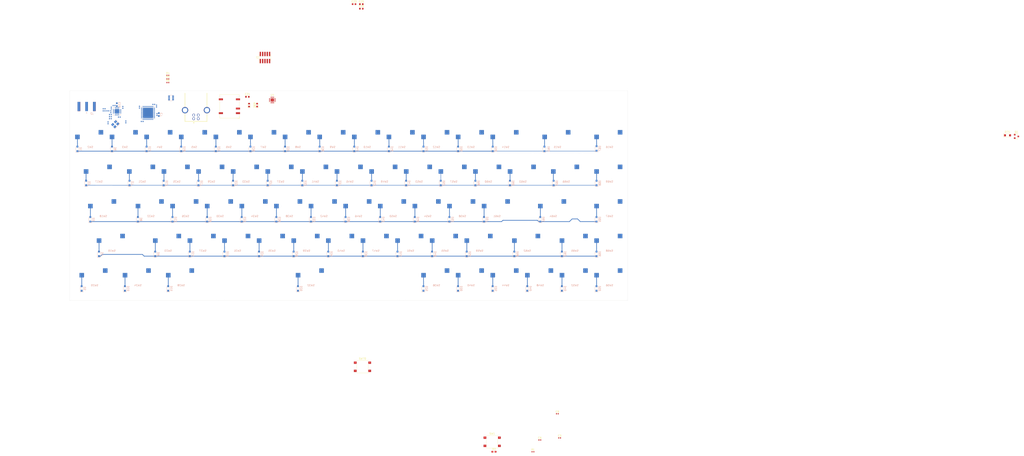
<source format=kicad_pcb>
(kicad_pcb (version 20171130) (host pcbnew "(5.1.5)-3")
  (layers (0 F.Cu signal) (31 B.Cu signal) (34 B.Paste user) (35 F.Paste user) (36 B.SilkS user) (37 F.SilkS user) (38 B.Mask user) (39 F.Mask user) (44 Edge.Cuts user))
  (net 0 "")
  (net 1 GND)
  (net 2 +3V3)
  (net 3 "Net-(C13-Pad1)")
  (net 4 "Net-(C14-Pad1)")
  (net 5 "Net-(C15-Pad1)")
  (net 6 "Net-(C16-Pad1)")
  (net 7 "Net-(C17-Pad2)")
  (net 8 "Net-(C17-Pad1)")
  (net 9 "Net-(D1-Pad2)")
  (net 10 /MCU/ROW0)
  (net 11 "Net-(D2-Pad2)")
  (net 12 /MCU/ROW1)
  (net 13 "Net-(D3-Pad2)")
  (net 14 /MCU/ROW2)
  (net 15 "Net-(D4-Pad2)")
  (net 16 /MCU/ROW3)
  (net 17 "Net-(D5-Pad2)")
  (net 18 /MCU/ROW4)
  (net 19 "Net-(D6-Pad2)")
  (net 20 "Net-(D7-Pad2)")
  (net 21 "Net-(D8-Pad2)")
  (net 22 "Net-(D9-Pad2)")
  (net 23 "Net-(D10-Pad2)")
  (net 24 "Net-(D11-Pad2)")
  (net 25 "Net-(D12-Pad2)")
  (net 26 "Net-(D13-Pad2)")
  (net 27 "Net-(D14-Pad2)")
  (net 28 "Net-(D15-Pad2)")
  (net 29 "Net-(D16-Pad2)")
  (net 30 "Net-(D17-Pad2)")
  (net 31 "Net-(D18-Pad2)")
  (net 32 "Net-(D19-Pad2)")
  (net 33 "Net-(D20-Pad2)")
  (net 34 "Net-(D21-Pad2)")
  (net 35 "Net-(D22-Pad2)")
  (net 36 "Net-(D23-Pad2)")
  (net 37 "Net-(D24-Pad2)")
  (net 38 "Net-(D25-Pad2)")
  (net 39 "Net-(D26-Pad2)")
  (net 40 "Net-(D27-Pad2)")
  (net 41 "Net-(D28-Pad2)")
  (net 42 "Net-(D29-Pad2)")
  (net 43 "Net-(D30-Pad2)")
  (net 44 "Net-(D31-Pad2)")
  (net 45 "Net-(D32-Pad2)")
  (net 46 "Net-(D33-Pad2)")
  (net 47 "Net-(D34-Pad2)")
  (net 48 "Net-(D35-Pad2)")
  (net 49 "Net-(D36-Pad2)")
  (net 50 "Net-(D37-Pad2)")
  (net 51 "Net-(D38-Pad2)")
  (net 52 "Net-(D39-Pad2)")
  (net 53 "Net-(D40-Pad2)")
  (net 54 "Net-(D41-Pad2)")
  (net 55 "Net-(D42-Pad2)")
  (net 56 "Net-(D43-Pad2)")
  (net 57 "Net-(D44-Pad2)")
  (net 58 "Net-(D45-Pad2)")
  (net 59 "Net-(D46-Pad2)")
  (net 60 "Net-(D47-Pad2)")
  (net 61 "Net-(D48-Pad2)")
  (net 62 "Net-(D49-Pad2)")
  (net 63 "Net-(D50-Pad2)")
  (net 64 "Net-(D51-Pad2)")
  (net 65 "Net-(D52-Pad2)")
  (net 66 "Net-(D53-Pad2)")
  (net 67 "Net-(D54-Pad2)")
  (net 68 "Net-(D55-Pad2)")
  (net 69 "Net-(D56-Pad2)")
  (net 70 "Net-(D57-Pad2)")
  (net 71 "Net-(D58-Pad2)")
  (net 72 "Net-(D59-Pad2)")
  (net 73 "Net-(D60-Pad2)")
  (net 74 "Net-(D61-Pad2)")
  (net 75 "Net-(D62-Pad2)")
  (net 76 "Net-(D63-Pad2)")
  (net 77 "Net-(D64-Pad2)")
  (net 78 "Net-(D65-Pad2)")
  (net 79 "Net-(D66-Pad2)")
  (net 80 "Net-(D67-Pad2)")
  (net 81 "Net-(D68-Pad2)")
  (net 82 +5V)
  (net 83 "Net-(C27-Pad1)")
  (net 84 "Net-(J1-Pad8)")
  (net 85 "Net-(J1-Pad7)")
  (net 86 "Net-(J1-Pad6)")
  (net 87 /MCU/SWDCLK)
  (net 88 /MCU/SWDIO)
  (net 89 "Net-(L1-Pad2)")
  (net 90 "Net-(L1-Pad1)")
  (net 91 +BATT)
  (net 92 "Net-(R2-Pad1)")
  (net 93 /MCU/COL0)
  (net 94 /MCU/COL1)
  (net 95 /MCU/COL2)
  (net 96 /MCU/COL3)
  (net 97 /MCU/COL4)
  (net 98 /MCU/COL5)
  (net 99 /MCU/COL6)
  (net 100 /MCU/COL7)
  (net 101 /MCU/COL8)
  (net 102 /MCU/COL9)
  (net 103 /MCU/COL10)
  (net 104 /MCU/COL11)
  (net 105 /MCU/COL12)
  (net 106 /MCU/COL13)
  (net 107 /MCU/COL14)
  (net 108 /MCU/USB_D+)
  (net 109 /MCU/USB_D-)
  (net 110 /MCU/SPI_MOSI)
  (net 111 /MCU/SPI_MISO)
  (net 112 /MCU/SPI_SCK)
  (net 113 /MCU/SPI_NSS)
  (net 114 "Net-(U1-Pad30)")
  (net 115 "Net-(U1-Pad29)")
  (net 116 /MCU/IRQ)
  (net 117 /MCU/CE)
  (net 118 "Net-(C24-Pad1)")
  (net 119 Earth)
  (net 120 "Net-(L5-Pad1)")
  (net 121 "Net-(U5-Pad14)")
  (net 122 "Net-(L4-Pad2)")
  (net 123 /MCU/NRST)
  (net 124 "Net-(J1-Pad10)")
  (net 125 /MCU/BOOT0)
  (net 126 "Net-(U1-Pad38)")
  (net 127 "Net-(U1-Pad31)")
  (net 128 "Net-(U1-Pad26)")
  (net 129 "Net-(U1-Pad6)")
  (net 130 "Net-(U1-Pad5)")
  (net 131 "Net-(U1-Pad1)")
  (net 132 "Net-(J3-Pad5)")
  (net 133 "/USB and Power Management/BAT_INPUT")
  (net 134 "Net-(D69-Pad1)")
  (net 135 "Net-(D70-Pad1)")
  (net 136 "Net-(FB1-Pad2)")
  (net 137 "Net-(U4-Pad16)")
  (net 138 "Net-(U4-Pad14)")
  (net 139 "Net-(U4-Pad12)")
  (net 140 "Net-(U4-Pad9)")
  (net 141 "Net-(U4-Pad7)")
  (net 142 "Net-(U4-Pad6)")
  (net 143 "Net-(U4-Pad5)")
  (net 144 "Net-(U4-Pad4)")
  (net 145 "/USB and Power Management/TS")
  (net 146 "/USB and Power Management/USB+")
  (net 147 "/USB and Power Management/USB-")
  (module MX_Only:MXOnly-1U-Hotswap (layer F.Cu) (at 161.925 76.2)
    (fp_text reference SW37)
    (fp_text value T)
    (fp_text user %R (at 0 3.048) (layer B.SilkS) (effects (justify mirror)))
    (pad 2 smd rect (at 5.842 -5.08) (size 2.55 2.5) (layers B.Cu B.Paste B.Mask) (net 98 /MCU/COL5))
    (pad 1 smd rect (at -7.085 -2.54) (size 2.55 2.5) (layers B.Cu B.Paste B.Mask) (net 40 "Net-(D27-Pad2)"))
    (pad "" np_thru_hole circle (at 5.08 0 48.0996) (size 1.75 1.75) (drill 1.75) (layers *.Cu *.Mask))
    (pad "" np_thru_hole circle (at -5.08 0 48.0996) (size 1.75 1.75) (drill 1.75) (layers *.Cu *.Mask))
    (pad "" np_thru_hole circle (at -3.81 -2.54) (size 3 3) (drill 3) (layers *.Cu *.Mask))
    (pad "" np_thru_hole circle (at 0 0) (size 3.9878 3.9878) (drill 3.9878) (layers *.Cu *.Mask))
    (pad "" np_thru_hole circle (at 2.54 -5.08) (size 3 3) (drill 3) (layers *.Cu *.Mask))
  )
  (module MX_Only:MXOnly-1U-Hotswap (layer F.Cu) (at 123.825 76.2)
    (fp_text reference SW29)
    (fp_text value E)
    (fp_text user %R (at 0 3.048) (layer B.SilkS) (effects (justify mirror)))
    (pad 2 smd rect (at 5.842 -5.08) (size 2.55 2.5) (layers B.Cu B.Paste B.Mask) (net 96 /MCU/COL3))
    (pad 1 smd rect (at -7.085 -2.54) (size 2.55 2.5) (layers B.Cu B.Paste B.Mask) (net 30 "Net-(D17-Pad2)"))
    (pad "" np_thru_hole circle (at 5.08 0 48.0996) (size 1.75 1.75) (drill 1.75) (layers *.Cu *.Mask))
    (pad "" np_thru_hole circle (at -5.08 0 48.0996) (size 1.75 1.75) (drill 1.75) (layers *.Cu *.Mask))
    (pad "" np_thru_hole circle (at -3.81 -2.54) (size 3 3) (drill 3) (layers *.Cu *.Mask))
    (pad "" np_thru_hole circle (at 0 0) (size 3.9878 3.9878) (drill 3.9878) (layers *.Cu *.Mask))
    (pad "" np_thru_hole circle (at 2.54 -5.08) (size 3 3) (drill 3) (layers *.Cu *.Mask))
  )
  (module MX_Only:MXOnly-1.5U-Hotswap (layer F.Cu) (at 61.9125 76.2)
    (fp_text reference SW17)
    (fp_text value TAB)
    (fp_text user %R (at 0 3.048) (layer B.SilkS) (effects (justify mirror)))
    (pad 2 smd rect (at 5.842 -5.08) (size 2.55 2.5) (layers B.Cu B.Paste B.Mask) (net 93 /MCU/COL0))
    (pad 1 smd rect (at -7.085 -2.54) (size 2.55 2.5) (layers B.Cu B.Paste B.Mask) (net 11 "Net-(D2-Pad2)"))
    (pad "" np_thru_hole circle (at 5.08 0 48.0996) (size 1.75 1.75) (drill 1.75) (layers *.Cu *.Mask))
    (pad "" np_thru_hole circle (at -5.08 0 48.0996) (size 1.75 1.75) (drill 1.75) (layers *.Cu *.Mask))
    (pad "" np_thru_hole circle (at -3.81 -2.54) (size 3 3) (drill 3) (layers *.Cu *.Mask))
    (pad "" np_thru_hole circle (at 0 0) (size 3.9878 3.9878) (drill 3.9878) (layers *.Cu *.Mask))
    (pad "" np_thru_hole circle (at 2.54 -5.08) (size 3 3) (drill 3) (layers *.Cu *.Mask))
  )
  (module Package_DFN_QFN:QFN-16-1EP_3x3mm_P0.5mm_EP1.7x1.7mm (layer F.Cu) (at 157.353 34.29)
    (fp_text reference U4 (at 0 -2.82) (layer F.SilkS))
    (fp_text value BQ24075)
    (pad 16 smd roundrect (at -0.75 -1.4625) (size 0.25 0.825) (layers F.Cu F.Paste F.Mask) (net 137 "Net-(U4-Pad16)"))
    (pad 15 smd roundrect (at -0.25 -1.4625) (size 0.25 0.825) (layers F.Cu F.Paste F.Mask) (net 82 +5V))
    (pad 14 smd roundrect (at 0.25 -1.4625) (size 0.25 0.825) (layers F.Cu F.Paste F.Mask) (net 138 "Net-(U4-Pad14)"))
    (pad 13 smd roundrect (at 0.75 -1.4625) (size 0.25 0.825) (layers F.Cu F.Paste F.Mask) (net 82 +5V))
    (pad 12 smd roundrect (at 1.4625 -0.75) (size 0.825 0.25) (layers F.Cu F.Paste F.Mask) (net 139 "Net-(U4-Pad12)"))
    (pad 11 smd roundrect (at 1.4625 -0.25) (size 0.825 0.25) (layers F.Cu F.Paste F.Mask) (net 91 +BATT))
    (pad 10 smd roundrect (at 1.4625 0.25) (size 0.825 0.25) (layers F.Cu F.Paste F.Mask) (net 91 +BATT))
    (pad 9 smd roundrect (at 1.4625 0.75) (size 0.825 0.25) (layers F.Cu F.Paste F.Mask) (net 140 "Net-(U4-Pad9)"))
    (pad 8 smd roundrect (at 0.75 1.4625) (size 0.25 0.825) (layers F.Cu F.Paste F.Mask) (net 1 GND))
    (pad 7 smd roundrect (at 0.25 1.4625) (size 0.25 0.825) (layers F.Cu F.Paste F.Mask) (net 141 "Net-(U4-Pad7)"))
    (pad 6 smd roundrect (at -0.25 1.4625) (size 0.25 0.825) (layers F.Cu F.Paste F.Mask) (net 142 "Net-(U4-Pad6)"))
    (pad 5 smd roundrect (at -0.75 1.4625) (size 0.25 0.825) (layers F.Cu F.Paste F.Mask) (net 143 "Net-(U4-Pad5)"))
    (pad 4 smd roundrect (at -1.4625 0.75) (size 0.825 0.25) (layers F.Cu F.Paste F.Mask) (net 144 "Net-(U4-Pad4)"))
    (pad 3 smd roundrect (at -1.4625 0.25) (size 0.825 0.25) (layers F.Cu F.Paste F.Mask) (net 133 "/USB and Power Management/BAT_INPUT"))
    (pad 2 smd roundrect (at -1.4625 -0.25) (size 0.825 0.25) (layers F.Cu F.Paste F.Mask) (net 133 "/USB and Power Management/BAT_INPUT"))
    (pad 1 smd roundrect (at -1.4625 -0.75) (size 0.825 0.25) (layers F.Cu F.Paste F.Mask) (net 145 "/USB and Power Management/TS"))
    (pad 17 smd roundrect (at 0 0) (size 1.7 1.7) (layers F.Cu F.Mask) (roundrect_rratio 0.147059) (net 1 GND))
  )
  (module Resistor_SMD:R_0402_1005Metric (layer F.Cu) (at 99.822 24.681)
    (fp_text reference R6 (at 0 -1.17) (layer F.SilkS))
    (fp_text value 100K)
    (pad 2 smd roundrect (at 0.485 0) (size 0.59 0.64) (layers F.Cu F.Paste F.Mask) (net 1 GND))
    (pad 1 smd roundrect (at -0.485 0) (size 0.59 0.64) (layers F.Cu F.Paste F.Mask) (net 82 +5V))
  )
  (module Resistor_SMD:R_0402_1005Metric (layer F.Cu) (at 99.822 22.691)
    (fp_text reference R5 (at 0 -1.17) (layer F.SilkS))
    (fp_text value 100R)
    (pad 2 smd roundrect (at 0.485 0) (size 0.59 0.64) (layers F.Cu F.Paste F.Mask) (net 1 GND))
    (pad 1 smd roundrect (at -0.485 0) (size 0.59 0.64) (layers F.Cu F.Paste F.Mask) (net 135 "Net-(D70-Pad1)"))
  )
  (module Resistor_SMD:R_0402_1005Metric (layer F.Cu) (at 99.822 20.701)
    (fp_text reference R4 (at 0 -1.17) (layer F.SilkS))
    (fp_text value 100R)
    (pad 2 smd roundrect (at 0.485 0) (size 0.59 0.64) (layers F.Cu F.Paste F.Mask) (net 119 Earth))
    (pad 1 smd roundrect (at -0.485 0) (size 0.59 0.64) (layers F.Cu F.Paste F.Mask) (net 134 "Net-(D69-Pad1)"))
  )
  (module LED_SMD:LED_0603_1608Metric (layer F.Cu) (at 144.526 37.084 90)
    (fp_text reference D70 hide)
    (fp_text value G_LED)
    (pad 2 smd roundrect (at 0.7875 0 90) (size 0.875 0.95) (layers F.Cu F.Paste F.Mask) (net 82 +5V))
    (pad 1 smd roundrect (at -0.7875 0 90) (size 0.875 0.95) (layers F.Cu F.Paste F.Mask) (net 135 "Net-(D70-Pad1)"))
  )
  (module LED_SMD:LED_0603_1608Metric (layer F.Cu) (at 148.971 37.084 90)
    (fp_text reference D69 (at 0 -1.43 90) (layer F.SilkS))
    (fp_text value Y_LED)
    (pad 2 smd roundrect (at 0.7875 0 90) (size 0.875 0.95) (layers F.Cu F.Paste F.Mask) (net 118 "Net-(C24-Pad1)"))
    (pad 1 smd roundrect (at -0.7875 0 90) (size 0.875 0.95) (layers F.Cu F.Paste F.Mask) (net 134 "Net-(D69-Pad1)"))
  )
  (module Capacitor_SMD:C_0603_1608Metric (layer F.Cu) (at 206.321 -16.032)
    (fp_text reference C26 (at 0 -1.43) (layer F.SilkS))
    (fp_text value 10uF)
    (pad 2 smd roundrect (at 0.7875 0) (size 0.875 0.95) (layers F.Cu F.Paste F.Mask) (net 1 GND))
    (pad 1 smd roundrect (at -0.7875 0) (size 0.875 0.95) (layers F.Cu F.Paste F.Mask) (net 82 +5V))
  )
  (module Capacitor_SMD:C_0603_1608Metric (layer F.Cu) (at 206.321 -18.542)
    (fp_text reference C25 (at 0 -1.43) (layer F.SilkS))
    (fp_text value 4.7uF)
    (pad 2 smd roundrect (at 0.7875 0) (size 0.875 0.95) (layers F.Cu F.Paste F.Mask) (net 1 GND))
    (pad 1 smd roundrect (at -0.7875 0) (size 0.875 0.95) (layers F.Cu F.Paste F.Mask) (net 91 +BATT))
  )
  (module Capacitor_SMD:C_0603_1608Metric (layer F.Cu) (at 143.6115 32.512)
    (fp_text reference C24 (at 0 -1.43) (layer F.SilkS))
    (fp_text value 4.7uF)
    (pad 2 smd roundrect (at 0.7875 0) (size 0.875 0.95) (layers F.Cu F.Paste F.Mask) (net 119 Earth))
    (pad 1 smd roundrect (at -0.7875 0) (size 0.875 0.95) (layers F.Cu F.Paste F.Mask) (net 118 "Net-(C24-Pad1)"))
  )
  (module Capacitor_SMD:C_0603_1608Metric (layer F.Cu) (at 202.311 -18.542)
    (fp_text reference C23 (at 0 -1.43) (layer F.SilkS))
    (fp_text value 4.7uF)
    (pad 2 smd roundrect (at 0.7875 0) (size 0.875 0.95) (layers F.Cu F.Paste F.Mask) (net 1 GND))
    (pad 1 smd roundrect (at -0.7875 0) (size 0.875 0.95) (layers F.Cu F.Paste F.Mask) (net 133 "/USB and Power Management/BAT_INPUT"))
  )
  (module Capacitor_SMD:C_0603_1608Metric (layer B.Cu) (at 71.755 36.83 90)
    (fp_text reference C10 (at 0 1.43 90) (layer B.SilkS) (effects (justify mirror)))
    (fp_text value 4.7uF)
    (pad 2 smd roundrect (at 0.7875 0 90) (size 0.875 0.95) (layers B.Cu B.Paste B.Mask) (net 1 GND))
    (pad 1 smd roundrect (at -0.7875 0 90) (size 0.875 0.95) (layers B.Cu B.Paste B.Mask) (net 2 +3V3))
  )
  (module Capacitor_SMD:C_0603_1608Metric (layer B.Cu) (at 94.869 42.291 90)
    (fp_text reference C7 (at 0 1.43 90) (layer B.SilkS) (effects (justify mirror)))
    (fp_text value 10uF)
    (pad 2 smd roundrect (at 0.7875 0 90) (size 0.875 0.95) (layers B.Cu B.Paste B.Mask) (net 1 GND))
    (pad 1 smd roundrect (at -0.7875 0 90) (size 0.875 0.95) (layers B.Cu B.Paste B.Mask) (net 2 +3V3))
  )
  (module lib_fp:USB-B1HSW6 (layer F.Cu) (at 115.316 39.878 180)
    (fp_text reference J3 hide)
    (fp_text value USB_B hide)
    (pad 6 thru_hole circle (at 6.02 0 180) (size 3.5 3.5) (drill 2.41) (layers *.Cu *.Mask))
    (pad 5 thru_hole circle (at -6.02 0 180) (size 3.5 3.5) (drill 2.41) (layers *.Cu *.Mask) (net 132 "Net-(J3-Pad5)"))
    (pad 4 thru_hole circle (at 1.25 -2.71 180) (size 1.5 1.5) (drill 1) (layers *.Cu *.Mask) (net 119 Earth))
    (pad 3 thru_hole circle (at -1.25 -2.71 180) (size 1.5 1.5) (drill 1) (layers *.Cu *.Mask) (net 146 "/USB and Power Management/USB+"))
    (pad 2 thru_hole circle (at -1.25 -4.71 180) (size 1.5 1.5) (drill 1) (layers *.Cu *.Mask) (net 147 "/USB and Power Management/USB-"))
    (pad 1 thru_hole circle (at 1.25 -4.71 180) (size 1.5 1.5) (drill 1) (layers *.Cu *.Mask) (net 136 "Net-(FB1-Pad2)"))
  )
  (module Capacitor_SMD:C_0402_1005Metric (layer B.Cu) (at 75.057 38.354 270)
    (fp_text reference C13 hide)
    (fp_text value 33nF)
    (pad 2 smd roundrect (at 0.485 0 270) (size 0.59 0.64) (layers B.Cu B.Paste B.Mask) (net 1 GND))
    (pad 1 smd roundrect (at -0.485 0 270) (size 0.59 0.64) (layers B.Cu B.Paste B.Mask) (net 3 "Net-(C13-Pad1)"))
  )
  (module Package_DFN_QFN:QFN-48-1EP_7x7mm_P0.5mm_EP5.6x5.6mm (layer B.Cu) (at 88.9 41.402 90)
    (fp_text reference U1 hide)
    (fp_text value STM32L452CEUx)
    (pad 48 smd roundrect (at -2.75 3.4375 90) (size 0.25 0.875) (layers B.Cu B.Paste B.Mask) (net 2 +3V3))
    (pad 47 smd roundrect (at -2.25 3.4375 90) (size 0.25 0.875) (layers B.Cu B.Paste B.Mask) (net 1 GND))
    (pad 46 smd roundrect (at -1.75 3.4375 90) (size 0.25 0.875) (layers B.Cu B.Paste B.Mask) (net 117 /MCU/CE))
    (pad 45 smd roundrect (at -1.25 3.4375 90) (size 0.25 0.875) (layers B.Cu B.Paste B.Mask) (net 107 /MCU/COL14))
    (pad 44 smd roundrect (at -0.75 3.4375 90) (size 0.25 0.875) (layers B.Cu B.Paste B.Mask) (net 125 /MCU/BOOT0))
    (pad 43 smd roundrect (at -0.25 3.4375 90) (size 0.25 0.875) (layers B.Cu B.Paste B.Mask) (net 106 /MCU/COL13))
    (pad 42 smd roundrect (at 0.25 3.4375 90) (size 0.25 0.875) (layers B.Cu B.Paste B.Mask) (net 105 /MCU/COL12))
    (pad 41 smd roundrect (at 0.75 3.4375 90) (size 0.25 0.875) (layers B.Cu B.Paste B.Mask) (net 104 /MCU/COL11))
    (pad 40 smd roundrect (at 1.25 3.4375 90) (size 0.25 0.875) (layers B.Cu B.Paste B.Mask) (net 18 /MCU/ROW4))
    (pad 39 smd roundrect (at 1.75 3.4375 90) (size 0.25 0.875) (layers B.Cu B.Paste B.Mask) (net 16 /MCU/ROW3))
    (pad 38 smd roundrect (at 2.25 3.4375 90) (size 0.25 0.875) (layers B.Cu B.Paste B.Mask) (net 126 "Net-(U1-Pad38)"))
    (pad 37 smd roundrect (at 2.75 3.4375 90) (size 0.25 0.875) (layers B.Cu B.Paste B.Mask) (net 87 /MCU/SWDCLK))
    (pad 36 smd roundrect (at 3.4375 2.75 90) (size 0.875 0.25) (layers B.Cu B.Paste B.Mask) (net 2 +3V3))
    (pad 35 smd roundrect (at 3.4375 2.25 90) (size 0.875 0.25) (layers B.Cu B.Paste B.Mask) (net 1 GND))
    (pad 34 smd roundrect (at 3.4375 1.75 90) (size 0.875 0.25) (layers B.Cu B.Paste B.Mask) (net 88 /MCU/SWDIO))
    (pad 33 smd roundrect (at 3.4375 1.25 90) (size 0.875 0.25) (layers B.Cu B.Paste B.Mask) (net 108 /MCU/USB_D+))
    (pad 32 smd roundrect (at 3.4375 0.75 90) (size 0.875 0.25) (layers B.Cu B.Paste B.Mask) (net 109 /MCU/USB_D-))
    (pad 31 smd roundrect (at 3.4375 0.25 90) (size 0.875 0.25) (layers B.Cu B.Paste B.Mask) (net 127 "Net-(U1-Pad31)"))
    (pad 30 smd roundrect (at 3.4375 -0.25 90) (size 0.875 0.25) (layers B.Cu B.Paste B.Mask) (net 114 "Net-(U1-Pad30)"))
    (pad 29 smd roundrect (at 3.4375 -0.75 90) (size 0.875 0.25) (layers B.Cu B.Paste B.Mask) (net 115 "Net-(U1-Pad29)"))
    (pad 28 smd roundrect (at 3.4375 -1.25 90) (size 0.875 0.25) (layers B.Cu B.Paste B.Mask) (net 110 /MCU/SPI_MOSI))
    (pad 27 smd roundrect (at 3.4375 -1.75 90) (size 0.875 0.25) (layers B.Cu B.Paste B.Mask) (net 111 /MCU/SPI_MISO))
    (pad 26 smd roundrect (at 3.4375 -2.25 90) (size 0.875 0.25) (layers B.Cu B.Paste B.Mask) (net 128 "Net-(U1-Pad26)"))
    (pad 25 smd roundrect (at 3.4375 -2.75 90) (size 0.875 0.25) (layers B.Cu B.Paste B.Mask) (net 113 /MCU/SPI_NSS))
    (pad 24 smd roundrect (at 2.75 -3.4375 90) (size 0.25 0.875) (layers B.Cu B.Paste B.Mask) (net 2 +3V3))
    (pad 23 smd roundrect (at 2.25 -3.4375 90) (size 0.25 0.875) (layers B.Cu B.Paste B.Mask) (net 1 GND))
    (pad 22 smd roundrect (at 1.75 -3.4375 90) (size 0.25 0.875) (layers B.Cu B.Paste B.Mask) (net 116 /MCU/IRQ))
    (pad 21 smd roundrect (at 1.25 -3.4375 90) (size 0.25 0.875) (layers B.Cu B.Paste B.Mask) (net 112 /MCU/SPI_SCK))
    (pad 20 smd roundrect (at 0.75 -3.4375 90) (size 0.25 0.875) (layers B.Cu B.Paste B.Mask) (net 14 /MCU/ROW2))
    (pad 19 smd roundrect (at 0.25 -3.4375 90) (size 0.25 0.875) (layers B.Cu B.Paste B.Mask) (net 12 /MCU/ROW1))
    (pad 18 smd roundrect (at -0.25 -3.4375 90) (size 0.25 0.875) (layers B.Cu B.Paste B.Mask) (net 10 /MCU/ROW0))
    (pad 17 smd roundrect (at -0.75 -3.4375 90) (size 0.25 0.875) (layers B.Cu B.Paste B.Mask) (net 100 /MCU/COL7))
    (pad 16 smd roundrect (at -1.25 -3.4375 90) (size 0.25 0.875) (layers B.Cu B.Paste B.Mask) (net 99 /MCU/COL6))
    (pad 15 smd roundrect (at -1.75 -3.4375 90) (size 0.25 0.875) (layers B.Cu B.Paste B.Mask) (net 98 /MCU/COL5))
    (pad 14 smd roundrect (at -2.25 -3.4375 90) (size 0.25 0.875) (layers B.Cu B.Paste B.Mask) (net 97 /MCU/COL4))
    (pad 13 smd roundrect (at -2.75 -3.4375 90) (size 0.25 0.875) (layers B.Cu B.Paste B.Mask) (net 96 /MCU/COL3))
    (pad 12 smd roundrect (at -3.4375 -2.75 90) (size 0.875 0.25) (layers B.Cu B.Paste B.Mask) (net 95 /MCU/COL2))
    (pad 11 smd roundrect (at -3.4375 -2.25 90) (size 0.875 0.25) (layers B.Cu B.Paste B.Mask) (net 94 /MCU/COL1))
    (pad 10 smd roundrect (at -3.4375 -1.75 90) (size 0.875 0.25) (layers B.Cu B.Paste B.Mask) (net 93 /MCU/COL0))
    (pad 9 smd roundrect (at -3.4375 -1.25 90) (size 0.875 0.25) (layers B.Cu B.Paste B.Mask) (net 2 +3V3))
    (pad 8 smd roundrect (at -3.4375 -0.75 90) (size 0.875 0.25) (layers B.Cu B.Paste B.Mask) (net 1 GND))
    (pad 7 smd roundrect (at -3.4375 -0.25 90) (size 0.875 0.25) (layers B.Cu B.Paste B.Mask) (net 123 /MCU/NRST))
    (pad 6 smd roundrect (at -3.4375 0.25 90) (size 0.875 0.25) (layers B.Cu B.Paste B.Mask) (net 129 "Net-(U1-Pad6)"))
    (pad 5 smd roundrect (at -3.4375 0.75 90) (size 0.875 0.25) (layers B.Cu B.Paste B.Mask) (net 130 "Net-(U1-Pad5)"))
    (pad 4 smd roundrect (at -3.4375 1.25 90) (size 0.875 0.25) (layers B.Cu B.Paste B.Mask) (net 103 /MCU/COL10))
    (pad 3 smd roundrect (at -3.4375 1.75 90) (size 0.875 0.25) (layers B.Cu B.Paste B.Mask) (net 102 /MCU/COL9))
    (pad 2 smd roundrect (at -3.4375 2.25 90) (size 0.875 0.25) (layers B.Cu B.Paste B.Mask) (net 101 /MCU/COL8))
    (pad 1 smd roundrect (at -3.4375 2.75 90) (size 0.875 0.25) (layers B.Cu B.Paste B.Mask) (net 131 "Net-(U1-Pad1)"))
    (pad 49 smd roundrect (at 0 0 90) (size 5.6 5.6) (layers B.Cu B.Mask) (roundrect_rratio 0.044643) (net 1 GND))
  )
  (module Button_Switch_SMD:SW_SPST_B3S-1000 (layer F.Cu) (at 206.955001 181.271001)
    (fp_text reference SW70 (at 0 -4.5) (layer F.SilkS))
    (fp_text value BOOT0)
    (pad 2 smd rect (at 3.975 2.25) (size 1.55 1.3) (layers F.Cu F.Paste F.Mask) (net 2 +3V3))
    (pad 2 smd rect (at -3.975 2.25) (size 1.55 1.3) (layers F.Cu F.Paste F.Mask) (net 2 +3V3))
    (pad 1 smd rect (at 3.975 -2.25) (size 1.55 1.3) (layers F.Cu F.Paste F.Mask) (net 125 /MCU/BOOT0))
    (pad 1 smd rect (at -3.975 -2.25) (size 1.55 1.3) (layers F.Cu F.Paste F.Mask) (net 125 /MCU/BOOT0))
  )
  (module lib_fp:SMA_Amphenol_132289_EdgeMount (layer B.Cu) (at 55.118 37.846 90)
    (fp_text reference J2 (at -3.96 3) (layer B.SilkS) (effects (justify mirror)))
    (fp_text value SMA)
    (pad 1 smd rect (at 0 0) (size 1.5 5.08) (layers B.Cu B.Paste B.Mask) (net 8 "Net-(C17-Pad1)"))
    (pad 2 smd rect (at 0 4.25) (size 1.5 5.08) (layers B.Cu B.Paste B.Mask) (net 1 GND))
    (pad 2 smd rect (at 0 -4.25) (size 1.5 5.08) (layers B.Cu B.Paste B.Mask) (net 1 GND))
    (pad 2 smd rect (at 0 4.25) (size 1.5 5.08) (layers F.Cu F.Paste F.Mask) (net 1 GND))
    (pad 2 smd rect (at 0 -4.25) (size 1.5 5.08) (layers F.Cu F.Paste F.Mask) (net 1 GND))
  )
  (module Crystal:Crystal_SMD_3225-4Pin_3.2x2.5mm (layer B.Cu) (at 70.866 47.625 225)
    (fp_text reference Y2 hide)
    (fp_text value Crystal_GND24)
    (pad 4 smd rect (at -1.1 0.85 225) (size 1.4 1.2) (layers B.Cu B.Paste B.Mask) (net 1 GND))
    (pad 3 smd rect (at 1.1 0.85 225) (size 1.4 1.2) (layers B.Cu B.Paste B.Mask) (net 5 "Net-(C15-Pad1)"))
    (pad 2 smd rect (at 1.1 -0.85 225) (size 1.4 1.2) (layers B.Cu B.Paste B.Mask) (net 1 GND))
    (pad 1 smd rect (at -1.1 -0.85 225) (size 1.4 1.2) (layers B.Cu B.Paste B.Mask) (net 4 "Net-(C14-Pad1)"))
  )
  (module Converter_DCDC:Converter_DCDC_muRata_NXE2SxxxxMC_THT (layer F.Cu) (at 133.731 37.719 180)
    (fp_text reference U5 hide)
    (fp_text value NXE2S0505MC)
    (pad 8 smd rect (at 4.7 3.81 90) (size 1 2.3) (layers F.Cu F.Paste F.Mask) (net 120 "Net-(L5-Pad1)"))
    (pad 14 smd rect (at 4.7 -3.81 90) (size 1 2.3) (layers F.Cu F.Paste F.Mask) (net 121 "Net-(U5-Pad14)"))
    (pad 7 smd rect (at -4.7 3.81 90) (size 1 2.3) (layers F.Cu F.Paste F.Mask) (net 1 GND))
    (pad 3 smd rect (at -4.7 -1.27 90) (size 1 2.3) (layers F.Cu F.Paste F.Mask) (net 122 "Net-(L4-Pad2)"))
    (pad 1 smd rect (at -4.7 -3.81 90) (size 1 2.3) (layers F.Cu F.Paste F.Mask) (net 119 Earth))
  )
  (module Package_TO_SOT_SMD:SOT-23-6 (layer B.Cu) (at 101.6 33.147)
    (fp_text reference U3 hide)
    (fp_text value USBLC6-2SC6)
    (pad 5 smd rect (at 1.1 0) (size 1.06 0.65) (layers B.Cu B.Paste B.Mask) (net 118 "Net-(C24-Pad1)"))
    (pad 6 smd rect (at 1.1 0.95) (size 1.06 0.65) (layers B.Cu B.Paste B.Mask) (net 146 "/USB and Power Management/USB+"))
    (pad 4 smd rect (at 1.1 -0.95) (size 1.06 0.65) (layers B.Cu B.Paste B.Mask) (net 147 "/USB and Power Management/USB-"))
    (pad 3 smd rect (at -1.1 -0.95) (size 1.06 0.65) (layers B.Cu B.Paste B.Mask) (net 109 /MCU/USB_D-))
    (pad 2 smd rect (at -1.1 0) (size 1.06 0.65) (layers B.Cu B.Paste B.Mask) (net 119 Earth))
    (pad 1 smd rect (at -1.1 0.95) (size 1.06 0.65) (layers B.Cu B.Paste B.Mask) (net 108 /MCU/USB_D+))
  )
  (module Package_DFN_QFN:QFN-20-1EP_4x4mm_P0.5mm_EP2.5x2.5mm (layer B.Cu) (at 71.882 40.513 180)
    (fp_text reference U2 hide)
    (fp_text value nRF24L01P)
    (pad 20 smd roundrect (at -1 1.9375 180) (size 0.25 0.825) (layers B.Cu B.Paste B.Mask) (net 1 GND))
    (pad 19 smd roundrect (at -0.5 1.9375 180) (size 0.25 0.825) (layers B.Cu B.Paste B.Mask) (net 3 "Net-(C13-Pad1)"))
    (pad 18 smd roundrect (at 0 1.9375 180) (size 0.25 0.825) (layers B.Cu B.Paste B.Mask) (net 2 +3V3))
    (pad 17 smd roundrect (at 0.5 1.9375 180) (size 0.25 0.825) (layers B.Cu B.Paste B.Mask) (net 1 GND))
    (pad 16 smd roundrect (at 1 1.9375 180) (size 0.25 0.825) (layers B.Cu B.Paste B.Mask) (net 92 "Net-(R2-Pad1)"))
    (pad 15 smd roundrect (at 1.9375 1 180) (size 0.825 0.25) (layers B.Cu B.Paste B.Mask) (net 2 +3V3))
    (pad 14 smd roundrect (at 1.9375 0.5 180) (size 0.825 0.25) (layers B.Cu B.Paste B.Mask) (net 1 GND))
    (pad 13 smd roundrect (at 1.9375 0 180) (size 0.825 0.25) (layers B.Cu B.Paste B.Mask) (net 89 "Net-(L1-Pad2)"))
    (pad 12 smd roundrect (at 1.9375 -0.5 180) (size 0.825 0.25) (layers B.Cu B.Paste B.Mask) (net 90 "Net-(L1-Pad1)"))
    (pad 11 smd roundrect (at 1.9375 -1 180) (size 0.825 0.25) (layers B.Cu B.Paste B.Mask) (net 6 "Net-(C16-Pad1)"))
    (pad 10 smd roundrect (at 1 -1.9375 180) (size 0.25 0.825) (layers B.Cu B.Paste B.Mask) (net 5 "Net-(C15-Pad1)"))
    (pad 9 smd roundrect (at 0.5 -1.9375 180) (size 0.25 0.825) (layers B.Cu B.Paste B.Mask) (net 4 "Net-(C14-Pad1)"))
    (pad 8 smd roundrect (at 0 -1.9375 180) (size 0.25 0.825) (layers B.Cu B.Paste B.Mask) (net 1 GND))
    (pad 7 smd roundrect (at -0.5 -1.9375 180) (size 0.25 0.825) (layers B.Cu B.Paste B.Mask) (net 2 +3V3))
    (pad 6 smd roundrect (at -1 -1.9375 180) (size 0.25 0.825) (layers B.Cu B.Paste B.Mask) (net 116 /MCU/IRQ))
    (pad 5 smd roundrect (at -1.9375 -1 180) (size 0.825 0.25) (layers B.Cu B.Paste B.Mask) (net 111 /MCU/SPI_MISO))
    (pad 4 smd roundrect (at -1.9375 -0.5 180) (size 0.825 0.25) (layers B.Cu B.Paste B.Mask) (net 110 /MCU/SPI_MOSI))
    (pad 3 smd roundrect (at -1.9375 0 180) (size 0.825 0.25) (layers B.Cu B.Paste B.Mask) (net 112 /MCU/SPI_SCK))
    (pad 2 smd roundrect (at -1.9375 0.5 180) (size 0.825 0.25) (layers B.Cu B.Paste B.Mask) (net 113 /MCU/SPI_NSS))
    (pad 1 smd roundrect (at -1.9375 1 180) (size 0.825 0.25) (layers B.Cu B.Paste B.Mask) (net 117 /MCU/CE))
    (pad 21 smd roundrect (at 0 0 180) (size 2.5 2.5) (layers B.Cu B.Mask) (roundrect_rratio 0.1))
  )
  (module MX_Only:MXOnly-1U-Hotswap (layer F.Cu) (at 342.9 76.2)
    (fp_text reference SW69)
    (fp_text value "PAGE UP")
    (fp_text user %R (at 0 3.048) (layer B.SilkS) (effects (justify mirror)))
    (pad 2 smd rect (at 5.842 -5.08) (size 2.55 2.5) (layers B.Cu B.Paste B.Mask) (net 107 /MCU/COL14))
    (pad 1 smd rect (at -7.085 -2.54) (size 2.55 2.5) (layers B.Cu B.Paste B.Mask) (net 81 "Net-(D68-Pad2)"))
    (pad "" np_thru_hole circle (at 5.08 0 48.0996) (size 1.75 1.75) (drill 1.75) (layers *.Cu *.Mask))
    (pad "" np_thru_hole circle (at -5.08 0 48.0996) (size 1.75 1.75) (drill 1.75) (layers *.Cu *.Mask))
    (pad "" np_thru_hole circle (at -3.81 -2.54) (size 3 3) (drill 3) (layers *.Cu *.Mask))
    (pad "" np_thru_hole circle (at 0 0) (size 3.9878 3.9878) (drill 3.9878) (layers *.Cu *.Mask))
    (pad "" np_thru_hole circle (at 2.54 -5.08) (size 3 3) (drill 3) (layers *.Cu *.Mask))
  )
  (module MX_Only:MXOnly-1U-Hotswap (layer F.Cu) (at 342.9 114.3)
    (fp_text reference SW68)
    (fp_text value END)
    (fp_text user %R (at 0 3.048) (layer B.SilkS) (effects (justify mirror)))
    (pad 2 smd rect (at 5.842 -5.08) (size 2.55 2.5) (layers B.Cu B.Paste B.Mask) (net 106 /MCU/COL13))
    (pad 1 smd rect (at -7.085 -2.54) (size 2.55 2.5) (layers B.Cu B.Paste B.Mask) (net 79 "Net-(D66-Pad2)"))
    (pad "" np_thru_hole circle (at 5.08 0 48.0996) (size 1.75 1.75) (drill 1.75) (layers *.Cu *.Mask))
    (pad "" np_thru_hole circle (at -5.08 0 48.0996) (size 1.75 1.75) (drill 1.75) (layers *.Cu *.Mask))
    (pad "" np_thru_hole circle (at -3.81 -2.54) (size 3 3) (drill 3) (layers *.Cu *.Mask))
    (pad "" np_thru_hole circle (at 0 0) (size 3.9878 3.9878) (drill 3.9878) (layers *.Cu *.Mask))
    (pad "" np_thru_hole circle (at 2.54 -5.08) (size 3 3) (drill 3) (layers *.Cu *.Mask))
  )
  (module MX_Only:MXOnly-1U-Hotswap (layer F.Cu) (at 342.9 95.25)
    (fp_text reference SW67)
    (fp_text value "PAGE DOWN")
    (fp_text user %R (at 0 3.048) (layer B.SilkS) (effects (justify mirror)))
    (pad 2 smd rect (at 5.842 -5.08) (size 2.55 2.5) (layers B.Cu B.Paste B.Mask) (net 106 /MCU/COL13))
    (pad 1 smd rect (at -7.085 -2.54) (size 2.55 2.5) (layers B.Cu B.Paste B.Mask) (net 78 "Net-(D65-Pad2)"))
    (pad "" np_thru_hole circle (at 5.08 0 48.0996) (size 1.75 1.75) (drill 1.75) (layers *.Cu *.Mask))
    (pad "" np_thru_hole circle (at -5.08 0 48.0996) (size 1.75 1.75) (drill 1.75) (layers *.Cu *.Mask))
    (pad "" np_thru_hole circle (at -3.81 -2.54) (size 3 3) (drill 3) (layers *.Cu *.Mask))
    (pad "" np_thru_hole circle (at 0 0) (size 3.9878 3.9878) (drill 3.9878) (layers *.Cu *.Mask))
    (pad "" np_thru_hole circle (at 2.54 -5.08) (size 3 3) (drill 3) (layers *.Cu *.Mask))
  )
  (module MX_Only:MXOnly-1.5U-Hotswap (layer F.Cu) (at 319.0875 76.2)
    (fp_text reference SW66)
    (fp_text value \)
    (fp_text user %R (at 0 3.048) (layer B.SilkS) (effects (justify mirror)))
    (pad 2 smd rect (at 5.842 -5.08) (size 2.55 2.5) (layers B.Cu B.Paste B.Mask) (net 106 /MCU/COL13))
    (pad 1 smd rect (at -7.085 -2.54) (size 2.55 2.5) (layers B.Cu B.Paste B.Mask) (net 77 "Net-(D64-Pad2)"))
    (pad "" np_thru_hole circle (at 5.08 0 48.0996) (size 1.75 1.75) (drill 1.75) (layers *.Cu *.Mask))
    (pad "" np_thru_hole circle (at -5.08 0 48.0996) (size 1.75 1.75) (drill 1.75) (layers *.Cu *.Mask))
    (pad "" np_thru_hole circle (at -3.81 -2.54) (size 3 3) (drill 3) (layers *.Cu *.Mask))
    (pad "" np_thru_hole circle (at 0 0) (size 3.9878 3.9878) (drill 3.9878) (layers *.Cu *.Mask))
    (pad "" np_thru_hole circle (at 2.54 -5.08) (size 3 3) (drill 3) (layers *.Cu *.Mask))
  )
  (module MX_Only:MXOnly-1U-Hotswap (layer F.Cu) (at 323.85 114.3)
    (fp_text reference SW65)
    (fp_text value UP)
    (fp_text user %R (at 0 3.048) (layer B.SilkS) (effects (justify mirror)))
    (pad 2 smd rect (at 5.842 -5.08) (size 2.55 2.5) (layers B.Cu B.Paste B.Mask) (net 105 /MCU/COL12))
    (pad 1 smd rect (at -7.085 -2.54) (size 2.55 2.5) (layers B.Cu B.Paste B.Mask) (net 75 "Net-(D62-Pad2)"))
    (pad "" np_thru_hole circle (at 5.08 0 48.0996) (size 1.75 1.75) (drill 1.75) (layers *.Cu *.Mask))
    (pad "" np_thru_hole circle (at -5.08 0 48.0996) (size 1.75 1.75) (drill 1.75) (layers *.Cu *.Mask))
    (pad "" np_thru_hole circle (at -3.81 -2.54) (size 3 3) (drill 3) (layers *.Cu *.Mask))
    (pad "" np_thru_hole circle (at 0 0) (size 3.9878 3.9878) (drill 3.9878) (layers *.Cu *.Mask))
    (pad "" np_thru_hole circle (at 2.54 -5.08) (size 3 3) (drill 3) (layers *.Cu *.Mask))
  )
  (module MX_Only:MXOnly-2.25U-Hotswap (layer F.Cu) (at 311.94375 95.25)
    (fp_text reference SW64)
    (fp_text value ENTER)
    (fp_text user %R (at 0 3.048) (layer B.SilkS) (effects (justify mirror)))
    (pad "" np_thru_hole circle (at -11.938 8.255) (size 3.9878 3.9878) (drill 3.9878) (layers *.Cu *.Mask))
    (pad "" np_thru_hole circle (at 11.938 8.255) (size 3.9878 3.9878) (drill 3.9878) (layers *.Cu *.Mask))
    (pad "" np_thru_hole circle (at -11.938 -6.985) (size 3.048 3.048) (drill 3.048) (layers *.Cu *.Mask))
    (pad "" np_thru_hole circle (at 11.938 -6.985) (size 3.048 3.048) (drill 3.048) (layers *.Cu *.Mask))
    (pad 2 smd rect (at 5.842 -5.08) (size 2.55 2.5) (layers B.Cu B.Paste B.Mask) (net 105 /MCU/COL12))
    (pad 1 smd rect (at -7.085 -2.54) (size 2.55 2.5) (layers B.Cu B.Paste B.Mask) (net 74 "Net-(D61-Pad2)"))
    (pad "" np_thru_hole circle (at 5.08 0 48.0996) (size 1.75 1.75) (drill 1.75) (layers *.Cu *.Mask))
    (pad "" np_thru_hole circle (at -5.08 0 48.0996) (size 1.75 1.75) (drill 1.75) (layers *.Cu *.Mask))
    (pad "" np_thru_hole circle (at -3.81 -2.54) (size 3 3) (drill 3) (layers *.Cu *.Mask))
    (pad "" np_thru_hole circle (at 0 0) (size 3.9878 3.9878) (drill 3.9878) (layers *.Cu *.Mask))
    (pad "" np_thru_hole circle (at 2.54 -5.08) (size 3 3) (drill 3) (layers *.Cu *.Mask))
  )
  (module MX_Only:MXOnly-1U-Hotswap (layer F.Cu) (at 295.275 76.2)
    (fp_text reference SW63)
    (fp_text value ])
    (fp_text user %R (at 0 3.048) (layer B.SilkS) (effects (justify mirror)))
    (pad 2 smd rect (at 5.842 -5.08) (size 2.55 2.5) (layers B.Cu B.Paste B.Mask) (net 105 /MCU/COL12))
    (pad 1 smd rect (at -7.085 -2.54) (size 2.55 2.5) (layers B.Cu B.Paste B.Mask) (net 73 "Net-(D60-Pad2)"))
    (pad "" np_thru_hole circle (at 5.08 0 48.0996) (size 1.75 1.75) (drill 1.75) (layers *.Cu *.Mask))
    (pad "" np_thru_hole circle (at -5.08 0 48.0996) (size 1.75 1.75) (drill 1.75) (layers *.Cu *.Mask))
    (pad "" np_thru_hole circle (at -3.81 -2.54) (size 3 3) (drill 3) (layers *.Cu *.Mask))
    (pad "" np_thru_hole circle (at 0 0) (size 3.9878 3.9878) (drill 3.9878) (layers *.Cu *.Mask))
    (pad "" np_thru_hole circle (at 2.54 -5.08) (size 3 3) (drill 3) (layers *.Cu *.Mask))
  )
  (module MX_Only:MXOnly-1.75U-Hotswap (layer F.Cu) (at 297.65625 114.3)
    (fp_text reference SW62)
    (fp_text value R_SHIFT)
    (fp_text user %R (at 0 3.048) (layer B.SilkS) (effects (justify mirror)))
    (pad 2 smd rect (at 5.842 -5.08) (size 2.55 2.5) (layers B.Cu B.Paste B.Mask) (net 104 /MCU/COL11))
    (pad 1 smd rect (at -7.085 -2.54) (size 2.55 2.5) (layers B.Cu B.Paste B.Mask) (net 71 "Net-(D58-Pad2)"))
    (pad "" np_thru_hole circle (at 5.08 0 48.0996) (size 1.75 1.75) (drill 1.75) (layers *.Cu *.Mask))
    (pad "" np_thru_hole circle (at -5.08 0 48.0996) (size 1.75 1.75) (drill 1.75) (layers *.Cu *.Mask))
    (pad "" np_thru_hole circle (at -3.81 -2.54) (size 3 3) (drill 3) (layers *.Cu *.Mask))
    (pad "" np_thru_hole circle (at 0 0) (size 3.9878 3.9878) (drill 3.9878) (layers *.Cu *.Mask))
    (pad "" np_thru_hole circle (at 2.54 -5.08) (size 3 3) (drill 3) (layers *.Cu *.Mask))
  )
  (module MX_Only:MXOnly-1U-Hotswap (layer F.Cu) (at 280.9875 95.25)
    (fp_text reference SW61)
    (fp_text value ')
    (fp_text user %R (at 0 3.048) (layer B.SilkS) (effects (justify mirror)))
    (pad 2 smd rect (at 5.842 -5.08) (size 2.55 2.5) (layers B.Cu B.Paste B.Mask) (net 104 /MCU/COL11))
    (pad 1 smd rect (at -7.085 -2.54) (size 2.55 2.5) (layers B.Cu B.Paste B.Mask) (net 70 "Net-(D57-Pad2)"))
    (pad "" np_thru_hole circle (at 5.08 0 48.0996) (size 1.75 1.75) (drill 1.75) (layers *.Cu *.Mask))
    (pad "" np_thru_hole circle (at -5.08 0 48.0996) (size 1.75 1.75) (drill 1.75) (layers *.Cu *.Mask))
    (pad "" np_thru_hole circle (at -3.81 -2.54) (size 3 3) (drill 3) (layers *.Cu *.Mask))
    (pad "" np_thru_hole circle (at 0 0) (size 3.9878 3.9878) (drill 3.9878) (layers *.Cu *.Mask))
    (pad "" np_thru_hole circle (at 2.54 -5.08) (size 3 3) (drill 3) (layers *.Cu *.Mask))
  )
  (module MX_Only:MXOnly-1U-Hotswap (layer F.Cu) (at 276.225 76.2)
    (fp_text reference SW60)
    (fp_text value [)
    (fp_text user %R (at 0 3.048) (layer B.SilkS) (effects (justify mirror)))
    (pad 2 smd rect (at 5.842 -5.08) (size 2.55 2.5) (layers B.Cu B.Paste B.Mask) (net 104 /MCU/COL11))
    (pad 1 smd rect (at -7.085 -2.54) (size 2.55 2.5) (layers B.Cu B.Paste B.Mask) (net 69 "Net-(D56-Pad2)"))
    (pad "" np_thru_hole circle (at 5.08 0 48.0996) (size 1.75 1.75) (drill 1.75) (layers *.Cu *.Mask))
    (pad "" np_thru_hole circle (at -5.08 0 48.0996) (size 1.75 1.75) (drill 1.75) (layers *.Cu *.Mask))
    (pad "" np_thru_hole circle (at -3.81 -2.54) (size 3 3) (drill 3) (layers *.Cu *.Mask))
    (pad "" np_thru_hole circle (at 0 0) (size 3.9878 3.9878) (drill 3.9878) (layers *.Cu *.Mask))
    (pad "" np_thru_hole circle (at 2.54 -5.08) (size 3 3) (drill 3) (layers *.Cu *.Mask))
  )
  (module MX_Only:MXOnly-1U-Hotswap (layer F.Cu) (at 271.4625 114.3)
    (fp_text reference SW59)
    (fp_text value /)
    (fp_text user %R (at 0 3.048) (layer B.SilkS) (effects (justify mirror)))
    (pad 2 smd rect (at 5.842 -5.08) (size 2.55 2.5) (layers B.Cu B.Paste B.Mask) (net 103 /MCU/COL10))
    (pad 1 smd rect (at -7.085 -2.54) (size 2.55 2.5) (layers B.Cu B.Paste B.Mask) (net 67 "Net-(D54-Pad2)"))
    (pad "" np_thru_hole circle (at 5.08 0 48.0996) (size 1.75 1.75) (drill 1.75) (layers *.Cu *.Mask))
    (pad "" np_thru_hole circle (at -5.08 0 48.0996) (size 1.75 1.75) (drill 1.75) (layers *.Cu *.Mask))
    (pad "" np_thru_hole circle (at -3.81 -2.54) (size 3 3) (drill 3) (layers *.Cu *.Mask))
    (pad "" np_thru_hole circle (at 0 0) (size 3.9878 3.9878) (drill 3.9878) (layers *.Cu *.Mask))
    (pad "" np_thru_hole circle (at 2.54 -5.08) (size 3 3) (drill 3) (layers *.Cu *.Mask))
  )
  (module MX_Only:MXOnly-1U-Hotswap (layer F.Cu) (at 261.9375 95.25)
    (fp_text reference SW58)
    (fp_text value ;)
    (fp_text user %R (at 0 3.048) (layer B.SilkS) (effects (justify mirror)))
    (pad 2 smd rect (at 5.842 -5.08) (size 2.55 2.5) (layers B.Cu B.Paste B.Mask) (net 103 /MCU/COL10))
    (pad 1 smd rect (at -7.085 -2.54) (size 2.55 2.5) (layers B.Cu B.Paste B.Mask) (net 66 "Net-(D53-Pad2)"))
    (pad "" np_thru_hole circle (at 5.08 0 48.0996) (size 1.75 1.75) (drill 1.75) (layers *.Cu *.Mask))
    (pad "" np_thru_hole circle (at -5.08 0 48.0996) (size 1.75 1.75) (drill 1.75) (layers *.Cu *.Mask))
    (pad "" np_thru_hole circle (at -3.81 -2.54) (size 3 3) (drill 3) (layers *.Cu *.Mask))
    (pad "" np_thru_hole circle (at 0 0) (size 3.9878 3.9878) (drill 3.9878) (layers *.Cu *.Mask))
    (pad "" np_thru_hole circle (at 2.54 -5.08) (size 3 3) (drill 3) (layers *.Cu *.Mask))
  )
  (module MX_Only:MXOnly-1U-Hotswap (layer F.Cu) (at 257.175 76.2)
    (fp_text reference SW57)
    (fp_text value P)
    (fp_text user %R (at 0 3.048) (layer B.SilkS) (effects (justify mirror)))
    (pad 2 smd rect (at 5.842 -5.08) (size 2.55 2.5) (layers B.Cu B.Paste B.Mask) (net 103 /MCU/COL10))
    (pad 1 smd rect (at -7.085 -2.54) (size 2.55 2.5) (layers B.Cu B.Paste B.Mask) (net 65 "Net-(D52-Pad2)"))
    (pad "" np_thru_hole circle (at 5.08 0 48.0996) (size 1.75 1.75) (drill 1.75) (layers *.Cu *.Mask))
    (pad "" np_thru_hole circle (at -5.08 0 48.0996) (size 1.75 1.75) (drill 1.75) (layers *.Cu *.Mask))
    (pad "" np_thru_hole circle (at -3.81 -2.54) (size 3 3) (drill 3) (layers *.Cu *.Mask))
    (pad "" np_thru_hole circle (at 0 0) (size 3.9878 3.9878) (drill 3.9878) (layers *.Cu *.Mask))
    (pad "" np_thru_hole circle (at 2.54 -5.08) (size 3 3) (drill 3) (layers *.Cu *.Mask))
  )
  (module MX_Only:MXOnly-1U-Hotswap (layer F.Cu) (at 342.9 133.35)
    (fp_text reference SW56)
    (fp_text value RIGHT)
    (fp_text user %R (at 0 3.048) (layer B.SilkS) (effects (justify mirror)))
    (pad 2 smd rect (at 5.842 -5.08) (size 2.55 2.5) (layers B.Cu B.Paste B.Mask) (net 102 /MCU/COL9))
    (pad 1 smd rect (at -7.085 -2.54) (size 2.55 2.5) (layers B.Cu B.Paste B.Mask) (net 63 "Net-(D50-Pad2)"))
    (pad "" np_thru_hole circle (at 5.08 0 48.0996) (size 1.75 1.75) (drill 1.75) (layers *.Cu *.Mask))
    (pad "" np_thru_hole circle (at -5.08 0 48.0996) (size 1.75 1.75) (drill 1.75) (layers *.Cu *.Mask))
    (pad "" np_thru_hole circle (at -3.81 -2.54) (size 3 3) (drill 3) (layers *.Cu *.Mask))
    (pad "" np_thru_hole circle (at 0 0) (size 3.9878 3.9878) (drill 3.9878) (layers *.Cu *.Mask))
    (pad "" np_thru_hole circle (at 2.54 -5.08) (size 3 3) (drill 3) (layers *.Cu *.Mask))
  )
  (module MX_Only:MXOnly-1U-Hotswap (layer F.Cu) (at 252.4125 114.3)
    (fp_text reference SW55)
    (fp_text value .)
    (fp_text user %R (at 0 3.048) (layer B.SilkS) (effects (justify mirror)))
    (pad 2 smd rect (at 5.842 -5.08) (size 2.55 2.5) (layers B.Cu B.Paste B.Mask) (net 102 /MCU/COL9))
    (pad 1 smd rect (at -7.085 -2.54) (size 2.55 2.5) (layers B.Cu B.Paste B.Mask) (net 62 "Net-(D49-Pad2)"))
    (pad "" np_thru_hole circle (at 5.08 0 48.0996) (size 1.75 1.75) (drill 1.75) (layers *.Cu *.Mask))
    (pad "" np_thru_hole circle (at -5.08 0 48.0996) (size 1.75 1.75) (drill 1.75) (layers *.Cu *.Mask))
    (pad "" np_thru_hole circle (at -3.81 -2.54) (size 3 3) (drill 3) (layers *.Cu *.Mask))
    (pad "" np_thru_hole circle (at 0 0) (size 3.9878 3.9878) (drill 3.9878) (layers *.Cu *.Mask))
    (pad "" np_thru_hole circle (at 2.54 -5.08) (size 3 3) (drill 3) (layers *.Cu *.Mask))
  )
  (module MX_Only:MXOnly-1U-Hotswap (layer F.Cu) (at 242.8875 95.25)
    (fp_text reference SW54)
    (fp_text value L)
    (fp_text user %R (at 0 3.048) (layer B.SilkS) (effects (justify mirror)))
    (pad 2 smd rect (at 5.842 -5.08) (size 2.55 2.5) (layers B.Cu B.Paste B.Mask) (net 102 /MCU/COL9))
    (pad 1 smd rect (at -7.085 -2.54) (size 2.55 2.5) (layers B.Cu B.Paste B.Mask) (net 61 "Net-(D48-Pad2)"))
    (pad "" np_thru_hole circle (at 5.08 0 48.0996) (size 1.75 1.75) (drill 1.75) (layers *.Cu *.Mask))
    (pad "" np_thru_hole circle (at -5.08 0 48.0996) (size 1.75 1.75) (drill 1.75) (layers *.Cu *.Mask))
    (pad "" np_thru_hole circle (at -3.81 -2.54) (size 3 3) (drill 3) (layers *.Cu *.Mask))
    (pad "" np_thru_hole circle (at 0 0) (size 3.9878 3.9878) (drill 3.9878) (layers *.Cu *.Mask))
    (pad "" np_thru_hole circle (at 2.54 -5.08) (size 3 3) (drill 3) (layers *.Cu *.Mask))
  )
  (module MX_Only:MXOnly-1U-Hotswap (layer F.Cu) (at 238.125 76.2)
    (fp_text reference SW53)
    (fp_text value O)
    (fp_text user %R (at 0 3.048) (layer B.SilkS) (effects (justify mirror)))
    (pad 2 smd rect (at 5.842 -5.08) (size 2.55 2.5) (layers B.Cu B.Paste B.Mask) (net 102 /MCU/COL9))
    (pad 1 smd rect (at -7.085 -2.54) (size 2.55 2.5) (layers B.Cu B.Paste B.Mask) (net 60 "Net-(D47-Pad2)"))
    (pad "" np_thru_hole circle (at 5.08 0 48.0996) (size 1.75 1.75) (drill 1.75) (layers *.Cu *.Mask))
    (pad "" np_thru_hole circle (at -5.08 0 48.0996) (size 1.75 1.75) (drill 1.75) (layers *.Cu *.Mask))
    (pad "" np_thru_hole circle (at -3.81 -2.54) (size 3 3) (drill 3) (layers *.Cu *.Mask))
    (pad "" np_thru_hole circle (at 0 0) (size 3.9878 3.9878) (drill 3.9878) (layers *.Cu *.Mask))
    (pad "" np_thru_hole circle (at 2.54 -5.08) (size 3 3) (drill 3) (layers *.Cu *.Mask))
  )
  (module MX_Only:MXOnly-1U-Hotswap (layer F.Cu) (at 323.85 133.35)
    (fp_text reference SW52)
    (fp_text value DOWN)
    (fp_text user %R (at 0 3.048) (layer B.SilkS) (effects (justify mirror)))
    (pad 2 smd rect (at 5.842 -5.08) (size 2.55 2.5) (layers B.Cu B.Paste B.Mask) (net 101 /MCU/COL8))
    (pad 1 smd rect (at -7.085 -2.54) (size 2.55 2.5) (layers B.Cu B.Paste B.Mask) (net 58 "Net-(D45-Pad2)"))
    (pad "" np_thru_hole circle (at 5.08 0 48.0996) (size 1.75 1.75) (drill 1.75) (layers *.Cu *.Mask))
    (pad "" np_thru_hole circle (at -5.08 0 48.0996) (size 1.75 1.75) (drill 1.75) (layers *.Cu *.Mask))
    (pad "" np_thru_hole circle (at -3.81 -2.54) (size 3 3) (drill 3) (layers *.Cu *.Mask))
    (pad "" np_thru_hole circle (at 0 0) (size 3.9878 3.9878) (drill 3.9878) (layers *.Cu *.Mask))
    (pad "" np_thru_hole circle (at 2.54 -5.08) (size 3 3) (drill 3) (layers *.Cu *.Mask))
  )
  (module MX_Only:MXOnly-1U-Hotswap (layer F.Cu) (at 233.3625 114.3)
    (fp_text reference SW51)
    (fp_text value ,)
    (fp_text user %R (at 0 3.048) (layer B.SilkS) (effects (justify mirror)))
    (pad 2 smd rect (at 5.842 -5.08) (size 2.55 2.5) (layers B.Cu B.Paste B.Mask) (net 101 /MCU/COL8))
    (pad 1 smd rect (at -7.085 -2.54) (size 2.55 2.5) (layers B.Cu B.Paste B.Mask) (net 57 "Net-(D44-Pad2)"))
    (pad "" np_thru_hole circle (at 5.08 0 48.0996) (size 1.75 1.75) (drill 1.75) (layers *.Cu *.Mask))
    (pad "" np_thru_hole circle (at -5.08 0 48.0996) (size 1.75 1.75) (drill 1.75) (layers *.Cu *.Mask))
    (pad "" np_thru_hole circle (at -3.81 -2.54) (size 3 3) (drill 3) (layers *.Cu *.Mask))
    (pad "" np_thru_hole circle (at 0 0) (size 3.9878 3.9878) (drill 3.9878) (layers *.Cu *.Mask))
    (pad "" np_thru_hole circle (at 2.54 -5.08) (size 3 3) (drill 3) (layers *.Cu *.Mask))
  )
  (module MX_Only:MXOnly-1U-Hotswap (layer F.Cu) (at 223.8375 95.25)
    (fp_text reference SW50)
    (fp_text value K)
    (fp_text user %R (at 0 3.048) (layer B.SilkS) (effects (justify mirror)))
    (pad 2 smd rect (at 5.842 -5.08) (size 2.55 2.5) (layers B.Cu B.Paste B.Mask) (net 101 /MCU/COL8))
    (pad 1 smd rect (at -7.085 -2.54) (size 2.55 2.5) (layers B.Cu B.Paste B.Mask) (net 56 "Net-(D43-Pad2)"))
    (pad "" np_thru_hole circle (at 5.08 0 48.0996) (size 1.75 1.75) (drill 1.75) (layers *.Cu *.Mask))
    (pad "" np_thru_hole circle (at -5.08 0 48.0996) (size 1.75 1.75) (drill 1.75) (layers *.Cu *.Mask))
    (pad "" np_thru_hole circle (at -3.81 -2.54) (size 3 3) (drill 3) (layers *.Cu *.Mask))
    (pad "" np_thru_hole circle (at 0 0) (size 3.9878 3.9878) (drill 3.9878) (layers *.Cu *.Mask))
    (pad "" np_thru_hole circle (at 2.54 -5.08) (size 3 3) (drill 3) (layers *.Cu *.Mask))
  )
  (module MX_Only:MXOnly-1U-Hotswap (layer F.Cu) (at 219.075 76.2)
    (fp_text reference SW49)
    (fp_text value I)
    (fp_text user %R (at 0 3.048) (layer B.SilkS) (effects (justify mirror)))
    (pad 2 smd rect (at 5.842 -5.08) (size 2.55 2.5) (layers B.Cu B.Paste B.Mask) (net 101 /MCU/COL8))
    (pad 1 smd rect (at -7.085 -2.54) (size 2.55 2.5) (layers B.Cu B.Paste B.Mask) (net 55 "Net-(D42-Pad2)"))
    (pad "" np_thru_hole circle (at 5.08 0 48.0996) (size 1.75 1.75) (drill 1.75) (layers *.Cu *.Mask))
    (pad "" np_thru_hole circle (at -5.08 0 48.0996) (size 1.75 1.75) (drill 1.75) (layers *.Cu *.Mask))
    (pad "" np_thru_hole circle (at -3.81 -2.54) (size 3 3) (drill 3) (layers *.Cu *.Mask))
    (pad "" np_thru_hole circle (at 0 0) (size 3.9878 3.9878) (drill 3.9878) (layers *.Cu *.Mask))
    (pad "" np_thru_hole circle (at 2.54 -5.08) (size 3 3) (drill 3) (layers *.Cu *.Mask))
  )
  (module MX_Only:MXOnly-1U-Hotswap (layer F.Cu) (at 304.8 133.35)
    (fp_text reference SW48)
    (fp_text value LEFT)
    (fp_text user %R (at 0 3.048) (layer B.SilkS) (effects (justify mirror)))
    (pad 2 smd rect (at 5.842 -5.08) (size 2.55 2.5) (layers B.Cu B.Paste B.Mask) (net 100 /MCU/COL7))
    (pad 1 smd rect (at -7.085 -2.54) (size 2.55 2.5) (layers B.Cu B.Paste B.Mask) (net 53 "Net-(D40-Pad2)"))
    (pad "" np_thru_hole circle (at 5.08 0 48.0996) (size 1.75 1.75) (drill 1.75) (layers *.Cu *.Mask))
    (pad "" np_thru_hole circle (at -5.08 0 48.0996) (size 1.75 1.75) (drill 1.75) (layers *.Cu *.Mask))
    (pad "" np_thru_hole circle (at -3.81 -2.54) (size 3 3) (drill 3) (layers *.Cu *.Mask))
    (pad "" np_thru_hole circle (at 0 0) (size 3.9878 3.9878) (drill 3.9878) (layers *.Cu *.Mask))
    (pad "" np_thru_hole circle (at 2.54 -5.08) (size 3 3) (drill 3) (layers *.Cu *.Mask))
  )
  (module MX_Only:MXOnly-1U-Hotswap (layer F.Cu) (at 214.3125 114.3)
    (fp_text reference SW47)
    (fp_text value M)
    (fp_text user %R (at 0 3.048) (layer B.SilkS) (effects (justify mirror)))
    (pad 2 smd rect (at 5.842 -5.08) (size 2.55 2.5) (layers B.Cu B.Paste B.Mask) (net 100 /MCU/COL7))
    (pad 1 smd rect (at -7.085 -2.54) (size 2.55 2.5) (layers B.Cu B.Paste B.Mask) (net 52 "Net-(D39-Pad2)"))
    (pad "" np_thru_hole circle (at 5.08 0 48.0996) (size 1.75 1.75) (drill 1.75) (layers *.Cu *.Mask))
    (pad "" np_thru_hole circle (at -5.08 0 48.0996) (size 1.75 1.75) (drill 1.75) (layers *.Cu *.Mask))
    (pad "" np_thru_hole circle (at -3.81 -2.54) (size 3 3) (drill 3) (layers *.Cu *.Mask))
    (pad "" np_thru_hole circle (at 0 0) (size 3.9878 3.9878) (drill 3.9878) (layers *.Cu *.Mask))
    (pad "" np_thru_hole circle (at 2.54 -5.08) (size 3 3) (drill 3) (layers *.Cu *.Mask))
  )
  (module MX_Only:MXOnly-1U-Hotswap (layer F.Cu) (at 204.7875 95.25)
    (fp_text reference SW46)
    (fp_text value J)
    (fp_text user %R (at 0 3.048) (layer B.SilkS) (effects (justify mirror)))
    (pad 2 smd rect (at 5.842 -5.08) (size 2.55 2.5) (layers B.Cu B.Paste B.Mask) (net 100 /MCU/COL7))
    (pad 1 smd rect (at -7.085 -2.54) (size 2.55 2.5) (layers B.Cu B.Paste B.Mask) (net 51 "Net-(D38-Pad2)"))
    (pad "" np_thru_hole circle (at 5.08 0 48.0996) (size 1.75 1.75) (drill 1.75) (layers *.Cu *.Mask))
    (pad "" np_thru_hole circle (at -5.08 0 48.0996) (size 1.75 1.75) (drill 1.75) (layers *.Cu *.Mask))
    (pad "" np_thru_hole circle (at -3.81 -2.54) (size 3 3) (drill 3) (layers *.Cu *.Mask))
    (pad "" np_thru_hole circle (at 0 0) (size 3.9878 3.9878) (drill 3.9878) (layers *.Cu *.Mask))
    (pad "" np_thru_hole circle (at 2.54 -5.08) (size 3 3) (drill 3) (layers *.Cu *.Mask))
  )
  (module MX_Only:MXOnly-1U-Hotswap (layer F.Cu) (at 200.025 76.2)
    (fp_text reference SW45)
    (fp_text value U)
    (fp_text user %R (at 0 3.048) (layer B.SilkS) (effects (justify mirror)))
    (pad 2 smd rect (at 5.842 -5.08) (size 2.55 2.5) (layers B.Cu B.Paste B.Mask) (net 100 /MCU/COL7))
    (pad 1 smd rect (at -7.085 -2.54) (size 2.55 2.5) (layers B.Cu B.Paste B.Mask) (net 50 "Net-(D37-Pad2)"))
    (pad "" np_thru_hole circle (at 5.08 0 48.0996) (size 1.75 1.75) (drill 1.75) (layers *.Cu *.Mask))
    (pad "" np_thru_hole circle (at -5.08 0 48.0996) (size 1.75 1.75) (drill 1.75) (layers *.Cu *.Mask))
    (pad "" np_thru_hole circle (at -3.81 -2.54) (size 3 3) (drill 3) (layers *.Cu *.Mask))
    (pad "" np_thru_hole circle (at 0 0) (size 3.9878 3.9878) (drill 3.9878) (layers *.Cu *.Mask))
    (pad "" np_thru_hole circle (at 2.54 -5.08) (size 3 3) (drill 3) (layers *.Cu *.Mask))
  )
  (module MX_Only:MXOnly-1U-Hotswap (layer F.Cu) (at 285.75 133.35)
    (fp_text reference SW44)
    (fp_text value R_CTRL)
    (fp_text user %R (at 0 3.048) (layer B.SilkS) (effects (justify mirror)))
    (pad 2 smd rect (at 5.842 -5.08) (size 2.55 2.5) (layers B.Cu B.Paste B.Mask) (net 99 /MCU/COL6))
    (pad 1 smd rect (at -7.085 -2.54) (size 2.55 2.5) (layers B.Cu B.Paste B.Mask) (net 48 "Net-(D35-Pad2)"))
    (pad "" np_thru_hole circle (at 5.08 0 48.0996) (size 1.75 1.75) (drill 1.75) (layers *.Cu *.Mask))
    (pad "" np_thru_hole circle (at -5.08 0 48.0996) (size 1.75 1.75) (drill 1.75) (layers *.Cu *.Mask))
    (pad "" np_thru_hole circle (at -3.81 -2.54) (size 3 3) (drill 3) (layers *.Cu *.Mask))
    (pad "" np_thru_hole circle (at 0 0) (size 3.9878 3.9878) (drill 3.9878) (layers *.Cu *.Mask))
    (pad "" np_thru_hole circle (at 2.54 -5.08) (size 3 3) (drill 3) (layers *.Cu *.Mask))
  )
  (module MX_Only:MXOnly-1U-Hotswap (layer F.Cu) (at 195.2625 114.3)
    (fp_text reference SW43)
    (fp_text value N)
    (fp_text user %R (at 0 3.048) (layer B.SilkS) (effects (justify mirror)))
    (pad 2 smd rect (at 5.842 -5.08) (size 2.55 2.5) (layers B.Cu B.Paste B.Mask) (net 99 /MCU/COL6))
    (pad 1 smd rect (at -7.085 -2.54) (size 2.55 2.5) (layers B.Cu B.Paste B.Mask) (net 47 "Net-(D34-Pad2)"))
    (pad "" np_thru_hole circle (at 5.08 0 48.0996) (size 1.75 1.75) (drill 1.75) (layers *.Cu *.Mask))
    (pad "" np_thru_hole circle (at -5.08 0 48.0996) (size 1.75 1.75) (drill 1.75) (layers *.Cu *.Mask))
    (pad "" np_thru_hole circle (at -3.81 -2.54) (size 3 3) (drill 3) (layers *.Cu *.Mask))
    (pad "" np_thru_hole circle (at 0 0) (size 3.9878 3.9878) (drill 3.9878) (layers *.Cu *.Mask))
    (pad "" np_thru_hole circle (at 2.54 -5.08) (size 3 3) (drill 3) (layers *.Cu *.Mask))
  )
  (module MX_Only:MXOnly-1U-Hotswap (layer F.Cu) (at 185.7375 95.25)
    (fp_text reference SW42)
    (fp_text value H)
    (fp_text user %R (at 0 3.048) (layer B.SilkS) (effects (justify mirror)))
    (pad 2 smd rect (at 5.842 -5.08) (size 2.55 2.5) (layers B.Cu B.Paste B.Mask) (net 99 /MCU/COL6))
    (pad 1 smd rect (at -7.085 -2.54) (size 2.55 2.5) (layers B.Cu B.Paste B.Mask) (net 46 "Net-(D33-Pad2)"))
    (pad "" np_thru_hole circle (at 5.08 0 48.0996) (size 1.75 1.75) (drill 1.75) (layers *.Cu *.Mask))
    (pad "" np_thru_hole circle (at -5.08 0 48.0996) (size 1.75 1.75) (drill 1.75) (layers *.Cu *.Mask))
    (pad "" np_thru_hole circle (at -3.81 -2.54) (size 3 3) (drill 3) (layers *.Cu *.Mask))
    (pad "" np_thru_hole circle (at 0 0) (size 3.9878 3.9878) (drill 3.9878) (layers *.Cu *.Mask))
    (pad "" np_thru_hole circle (at 2.54 -5.08) (size 3 3) (drill 3) (layers *.Cu *.Mask))
  )
  (module MX_Only:MXOnly-1U-Hotswap (layer F.Cu) (at 180.975 76.2)
    (fp_text reference SW41)
    (fp_text value Y)
    (fp_text user %R (at 0 3.048) (layer B.SilkS) (effects (justify mirror)))
    (pad 2 smd rect (at 5.842 -5.08) (size 2.55 2.5) (layers B.Cu B.Paste B.Mask) (net 99 /MCU/COL6))
    (pad 1 smd rect (at -7.085 -2.54) (size 2.55 2.5) (layers B.Cu B.Paste B.Mask) (net 45 "Net-(D32-Pad2)"))
    (pad "" np_thru_hole circle (at 5.08 0 48.0996) (size 1.75 1.75) (drill 1.75) (layers *.Cu *.Mask))
    (pad "" np_thru_hole circle (at -5.08 0 48.0996) (size 1.75 1.75) (drill 1.75) (layers *.Cu *.Mask))
    (pad "" np_thru_hole circle (at -3.81 -2.54) (size 3 3) (drill 3) (layers *.Cu *.Mask))
    (pad "" np_thru_hole circle (at 0 0) (size 3.9878 3.9878) (drill 3.9878) (layers *.Cu *.Mask))
    (pad "" np_thru_hole circle (at 2.54 -5.08) (size 3 3) (drill 3) (layers *.Cu *.Mask))
  )
  (module MX_Only:MXOnly-1U-Hotswap (layer F.Cu) (at 266.7 133.35)
    (fp_text reference SW40)
    (fp_text value FN)
    (fp_text user %R (at 0 3.048) (layer B.SilkS) (effects (justify mirror)))
    (pad 2 smd rect (at 5.842 -5.08) (size 2.55 2.5) (layers B.Cu B.Paste B.Mask) (net 98 /MCU/COL5))
    (pad 1 smd rect (at -7.085 -2.54) (size 2.55 2.5) (layers B.Cu B.Paste B.Mask) (net 43 "Net-(D30-Pad2)"))
    (pad "" np_thru_hole circle (at 5.08 0 48.0996) (size 1.75 1.75) (drill 1.75) (layers *.Cu *.Mask))
    (pad "" np_thru_hole circle (at -5.08 0 48.0996) (size 1.75 1.75) (drill 1.75) (layers *.Cu *.Mask))
    (pad "" np_thru_hole circle (at -3.81 -2.54) (size 3 3) (drill 3) (layers *.Cu *.Mask))
    (pad "" np_thru_hole circle (at 0 0) (size 3.9878 3.9878) (drill 3.9878) (layers *.Cu *.Mask))
    (pad "" np_thru_hole circle (at 2.54 -5.08) (size 3 3) (drill 3) (layers *.Cu *.Mask))
  )
  (module MX_Only:MXOnly-1U-Hotswap (layer F.Cu) (at 176.2125 114.3)
    (fp_text reference SW39)
    (fp_text value B)
    (fp_text user %R (at 0 3.048) (layer B.SilkS) (effects (justify mirror)))
    (pad 2 smd rect (at 5.842 -5.08) (size 2.55 2.5) (layers B.Cu B.Paste B.Mask) (net 98 /MCU/COL5))
    (pad 1 smd rect (at -7.085 -2.54) (size 2.55 2.5) (layers B.Cu B.Paste B.Mask) (net 42 "Net-(D29-Pad2)"))
    (pad "" np_thru_hole circle (at 5.08 0 48.0996) (size 1.75 1.75) (drill 1.75) (layers *.Cu *.Mask))
    (pad "" np_thru_hole circle (at -5.08 0 48.0996) (size 1.75 1.75) (drill 1.75) (layers *.Cu *.Mask))
    (pad "" np_thru_hole circle (at -3.81 -2.54) (size 3 3) (drill 3) (layers *.Cu *.Mask))
    (pad "" np_thru_hole circle (at 0 0) (size 3.9878 3.9878) (drill 3.9878) (layers *.Cu *.Mask))
    (pad "" np_thru_hole circle (at 2.54 -5.08) (size 3 3) (drill 3) (layers *.Cu *.Mask))
  )
  (module MX_Only:MXOnly-1U-Hotswap (layer F.Cu) (at 166.6875 95.25)
    (fp_text reference SW38)
    (fp_text value G)
    (fp_text user %R (at 0 3.048) (layer B.SilkS) (effects (justify mirror)))
    (pad 2 smd rect (at 5.842 -5.08) (size 2.55 2.5) (layers B.Cu B.Paste B.Mask) (net 98 /MCU/COL5))
    (pad 1 smd rect (at -7.085 -2.54) (size 2.55 2.5) (layers B.Cu B.Paste B.Mask) (net 41 "Net-(D28-Pad2)"))
    (pad "" np_thru_hole circle (at 5.08 0 48.0996) (size 1.75 1.75) (drill 1.75) (layers *.Cu *.Mask))
    (pad "" np_thru_hole circle (at -5.08 0 48.0996) (size 1.75 1.75) (drill 1.75) (layers *.Cu *.Mask))
    (pad "" np_thru_hole circle (at -3.81 -2.54) (size 3 3) (drill 3) (layers *.Cu *.Mask))
    (pad "" np_thru_hole circle (at 0 0) (size 3.9878 3.9878) (drill 3.9878) (layers *.Cu *.Mask))
    (pad "" np_thru_hole circle (at 2.54 -5.08) (size 3 3) (drill 3) (layers *.Cu *.Mask))
  )
  (module MX_Only:MXOnly-1U-Hotswap (layer F.Cu) (at 247.65 133.35)
    (fp_text reference SW36)
    (fp_text value R_ALT)
    (fp_text user %R (at 0 3.048) (layer B.SilkS) (effects (justify mirror)))
    (pad 2 smd rect (at 5.842 -5.08) (size 2.55 2.5) (layers B.Cu B.Paste B.Mask) (net 97 /MCU/COL4))
    (pad 1 smd rect (at -7.085 -2.54) (size 2.55 2.5) (layers B.Cu B.Paste B.Mask) (net 38 "Net-(D25-Pad2)"))
    (pad "" np_thru_hole circle (at 5.08 0 48.0996) (size 1.75 1.75) (drill 1.75) (layers *.Cu *.Mask))
    (pad "" np_thru_hole circle (at -5.08 0 48.0996) (size 1.75 1.75) (drill 1.75) (layers *.Cu *.Mask))
    (pad "" np_thru_hole circle (at -3.81 -2.54) (size 3 3) (drill 3) (layers *.Cu *.Mask))
    (pad "" np_thru_hole circle (at 0 0) (size 3.9878 3.9878) (drill 3.9878) (layers *.Cu *.Mask))
    (pad "" np_thru_hole circle (at 2.54 -5.08) (size 3 3) (drill 3) (layers *.Cu *.Mask))
  )
  (module MX_Only:MXOnly-1U-Hotswap (layer F.Cu) (at 157.1625 114.3)
    (fp_text reference SW35)
    (fp_text value V)
    (fp_text user %R (at 0 3.048) (layer B.SilkS) (effects (justify mirror)))
    (pad 2 smd rect (at 5.842 -5.08) (size 2.55 2.5) (layers B.Cu B.Paste B.Mask) (net 97 /MCU/COL4))
    (pad 1 smd rect (at -7.085 -2.54) (size 2.55 2.5) (layers B.Cu B.Paste B.Mask) (net 37 "Net-(D24-Pad2)"))
    (pad "" np_thru_hole circle (at 5.08 0 48.0996) (size 1.75 1.75) (drill 1.75) (layers *.Cu *.Mask))
    (pad "" np_thru_hole circle (at -5.08 0 48.0996) (size 1.75 1.75) (drill 1.75) (layers *.Cu *.Mask))
    (pad "" np_thru_hole circle (at -3.81 -2.54) (size 3 3) (drill 3) (layers *.Cu *.Mask))
    (pad "" np_thru_hole circle (at 0 0) (size 3.9878 3.9878) (drill 3.9878) (layers *.Cu *.Mask))
    (pad "" np_thru_hole circle (at 2.54 -5.08) (size 3 3) (drill 3) (layers *.Cu *.Mask))
  )
  (module MX_Only:MXOnly-1U-Hotswap (layer F.Cu) (at 147.6375 95.25)
    (fp_text reference SW34)
    (fp_text value F)
    (fp_text user %R (at 0 3.048) (layer B.SilkS) (effects (justify mirror)))
    (pad 2 smd rect (at 5.842 -5.08) (size 2.55 2.5) (layers B.Cu B.Paste B.Mask) (net 97 /MCU/COL4))
    (pad 1 smd rect (at -7.085 -2.54) (size 2.55 2.5) (layers B.Cu B.Paste B.Mask) (net 36 "Net-(D23-Pad2)"))
    (pad "" np_thru_hole circle (at 5.08 0 48.0996) (size 1.75 1.75) (drill 1.75) (layers *.Cu *.Mask))
    (pad "" np_thru_hole circle (at -5.08 0 48.0996) (size 1.75 1.75) (drill 1.75) (layers *.Cu *.Mask))
    (pad "" np_thru_hole circle (at -3.81 -2.54) (size 3 3) (drill 3) (layers *.Cu *.Mask))
    (pad "" np_thru_hole circle (at 0 0) (size 3.9878 3.9878) (drill 3.9878) (layers *.Cu *.Mask))
    (pad "" np_thru_hole circle (at 2.54 -5.08) (size 3 3) (drill 3) (layers *.Cu *.Mask))
  )
  (module MX_Only:MXOnly-1U-Hotswap (layer F.Cu) (at 142.875 76.2)
    (fp_text reference SW33)
    (fp_text value R)
    (fp_text user %R (at 0 3.048) (layer B.SilkS) (effects (justify mirror)))
    (pad 2 smd rect (at 5.842 -5.08) (size 2.55 2.5) (layers B.Cu B.Paste B.Mask) (net 97 /MCU/COL4))
    (pad 1 smd rect (at -7.085 -2.54) (size 2.55 2.5) (layers B.Cu B.Paste B.Mask) (net 35 "Net-(D22-Pad2)"))
    (pad "" np_thru_hole circle (at 5.08 0 48.0996) (size 1.75 1.75) (drill 1.75) (layers *.Cu *.Mask))
    (pad "" np_thru_hole circle (at -5.08 0 48.0996) (size 1.75 1.75) (drill 1.75) (layers *.Cu *.Mask))
    (pad "" np_thru_hole circle (at -3.81 -2.54) (size 3 3) (drill 3) (layers *.Cu *.Mask))
    (pad "" np_thru_hole circle (at 0 0) (size 3.9878 3.9878) (drill 3.9878) (layers *.Cu *.Mask))
    (pad "" np_thru_hole circle (at 2.54 -5.08) (size 3 3) (drill 3) (layers *.Cu *.Mask))
  )
  (module MX_Only:MXOnly-6.25U-Hotswap (layer F.Cu) (at 178.59375 133.35)
    (fp_text reference SW32)
    (fp_text value SPACE)
    (fp_text user %R (at 0 3.048) (layer B.SilkS) (effects (justify mirror)))
    (pad "" np_thru_hole circle (at -49.9999 8.255) (size 3.9878 3.9878) (drill 3.9878) (layers *.Cu *.Mask))
    (pad "" np_thru_hole circle (at 49.9999 8.255) (size 3.9878 3.9878) (drill 3.9878) (layers *.Cu *.Mask))
    (pad "" np_thru_hole circle (at -49.9999 -6.985) (size 3.048 3.048) (drill 3.048) (layers *.Cu *.Mask))
    (pad "" np_thru_hole circle (at 49.9999 -6.985) (size 3.048 3.048) (drill 3.048) (layers *.Cu *.Mask))
    (pad 2 smd rect (at 5.842 -5.08) (size 2.55 2.5) (layers B.Cu B.Paste B.Mask) (net 96 /MCU/COL3))
    (pad 1 smd rect (at -7.085 -2.54) (size 2.55 2.5) (layers B.Cu B.Paste B.Mask) (net 33 "Net-(D20-Pad2)"))
    (pad "" np_thru_hole circle (at 5.08 0 48.0996) (size 1.75 1.75) (drill 1.75) (layers *.Cu *.Mask))
    (pad "" np_thru_hole circle (at -5.08 0 48.0996) (size 1.75 1.75) (drill 1.75) (layers *.Cu *.Mask))
    (pad "" np_thru_hole circle (at -3.81 -2.54) (size 3 3) (drill 3) (layers *.Cu *.Mask))
    (pad "" np_thru_hole circle (at 0 0) (size 3.9878 3.9878) (drill 3.9878) (layers *.Cu *.Mask))
    (pad "" np_thru_hole circle (at 2.54 -5.08) (size 3 3) (drill 3) (layers *.Cu *.Mask))
  )
  (module MX_Only:MXOnly-1U-Hotswap (layer F.Cu) (at 138.1125 114.3)
    (fp_text reference SW31)
    (fp_text value C)
    (fp_text user %R (at 0 3.048) (layer B.SilkS) (effects (justify mirror)))
    (pad 2 smd rect (at 5.842 -5.08) (size 2.55 2.5) (layers B.Cu B.Paste B.Mask) (net 96 /MCU/COL3))
    (pad 1 smd rect (at -7.085 -2.54) (size 2.55 2.5) (layers B.Cu B.Paste B.Mask) (net 32 "Net-(D19-Pad2)"))
    (pad "" np_thru_hole circle (at 5.08 0 48.0996) (size 1.75 1.75) (drill 1.75) (layers *.Cu *.Mask))
    (pad "" np_thru_hole circle (at -5.08 0 48.0996) (size 1.75 1.75) (drill 1.75) (layers *.Cu *.Mask))
    (pad "" np_thru_hole circle (at -3.81 -2.54) (size 3 3) (drill 3) (layers *.Cu *.Mask))
    (pad "" np_thru_hole circle (at 0 0) (size 3.9878 3.9878) (drill 3.9878) (layers *.Cu *.Mask))
    (pad "" np_thru_hole circle (at 2.54 -5.08) (size 3 3) (drill 3) (layers *.Cu *.Mask))
  )
  (module MX_Only:MXOnly-1U-Hotswap (layer F.Cu) (at 128.5875 95.25)
    (fp_text reference SW30)
    (fp_text value D)
    (fp_text user %R (at 0 3.048) (layer B.SilkS) (effects (justify mirror)))
    (pad 2 smd rect (at 5.842 -5.08) (size 2.55 2.5) (layers B.Cu B.Paste B.Mask) (net 96 /MCU/COL3))
    (pad 1 smd rect (at -7.085 -2.54) (size 2.55 2.5) (layers B.Cu B.Paste B.Mask) (net 31 "Net-(D18-Pad2)"))
    (pad "" np_thru_hole circle (at 5.08 0 48.0996) (size 1.75 1.75) (drill 1.75) (layers *.Cu *.Mask))
    (pad "" np_thru_hole circle (at -5.08 0 48.0996) (size 1.75 1.75) (drill 1.75) (layers *.Cu *.Mask))
    (pad "" np_thru_hole circle (at -3.81 -2.54) (size 3 3) (drill 3) (layers *.Cu *.Mask))
    (pad "" np_thru_hole circle (at 0 0) (size 3.9878 3.9878) (drill 3.9878) (layers *.Cu *.Mask))
    (pad "" np_thru_hole circle (at 2.54 -5.08) (size 3 3) (drill 3) (layers *.Cu *.Mask))
  )
  (module MX_Only:MXOnly-1.25U-Hotswap (layer F.Cu) (at 107.15625 133.35)
    (fp_text reference SW28)
    (fp_text value L_ALT)
    (fp_text user %R (at 0 3.048) (layer B.SilkS) (effects (justify mirror)))
    (pad 2 smd rect (at 5.842 -5.08) (size 2.55 2.5) (layers B.Cu B.Paste B.Mask) (net 95 /MCU/COL2))
    (pad 1 smd rect (at -7.085 -2.54) (size 2.55 2.5) (layers B.Cu B.Paste B.Mask) (net 28 "Net-(D15-Pad2)"))
    (pad "" np_thru_hole circle (at 5.08 0 48.0996) (size 1.75 1.75) (drill 1.75) (layers *.Cu *.Mask))
    (pad "" np_thru_hole circle (at -5.08 0 48.0996) (size 1.75 1.75) (drill 1.75) (layers *.Cu *.Mask))
    (pad "" np_thru_hole circle (at -3.81 -2.54) (size 3 3) (drill 3) (layers *.Cu *.Mask))
    (pad "" np_thru_hole circle (at 0 0) (size 3.9878 3.9878) (drill 3.9878) (layers *.Cu *.Mask))
    (pad "" np_thru_hole circle (at 2.54 -5.08) (size 3 3) (drill 3) (layers *.Cu *.Mask))
  )
  (module MX_Only:MXOnly-1U-Hotswap (layer F.Cu) (at 119.0625 114.3)
    (fp_text reference SW27)
    (fp_text value X)
    (fp_text user %R (at 0 3.048) (layer B.SilkS) (effects (justify mirror)))
    (pad 2 smd rect (at 5.842 -5.08) (size 2.55 2.5) (layers B.Cu B.Paste B.Mask) (net 95 /MCU/COL2))
    (pad 1 smd rect (at -7.085 -2.54) (size 2.55 2.5) (layers B.Cu B.Paste B.Mask) (net 27 "Net-(D14-Pad2)"))
    (pad "" np_thru_hole circle (at 5.08 0 48.0996) (size 1.75 1.75) (drill 1.75) (layers *.Cu *.Mask))
    (pad "" np_thru_hole circle (at -5.08 0 48.0996) (size 1.75 1.75) (drill 1.75) (layers *.Cu *.Mask))
    (pad "" np_thru_hole circle (at -3.81 -2.54) (size 3 3) (drill 3) (layers *.Cu *.Mask))
    (pad "" np_thru_hole circle (at 0 0) (size 3.9878 3.9878) (drill 3.9878) (layers *.Cu *.Mask))
    (pad "" np_thru_hole circle (at 2.54 -5.08) (size 3 3) (drill 3) (layers *.Cu *.Mask))
  )
  (module MX_Only:MXOnly-1U-Hotswap (layer F.Cu) (at 109.5375 95.25)
    (fp_text reference SW26)
    (fp_text value S)
    (fp_text user %R (at 0 3.048) (layer B.SilkS) (effects (justify mirror)))
    (pad 2 smd rect (at 5.842 -5.08) (size 2.55 2.5) (layers B.Cu B.Paste B.Mask) (net 95 /MCU/COL2))
    (pad 1 smd rect (at -7.085 -2.54) (size 2.55 2.5) (layers B.Cu B.Paste B.Mask) (net 26 "Net-(D13-Pad2)"))
    (pad "" np_thru_hole circle (at 5.08 0 48.0996) (size 1.75 1.75) (drill 1.75) (layers *.Cu *.Mask))
    (pad "" np_thru_hole circle (at -5.08 0 48.0996) (size 1.75 1.75) (drill 1.75) (layers *.Cu *.Mask))
    (pad "" np_thru_hole circle (at -3.81 -2.54) (size 3 3) (drill 3) (layers *.Cu *.Mask))
    (pad "" np_thru_hole circle (at 0 0) (size 3.9878 3.9878) (drill 3.9878) (layers *.Cu *.Mask))
    (pad "" np_thru_hole circle (at 2.54 -5.08) (size 3 3) (drill 3) (layers *.Cu *.Mask))
  )
  (module MX_Only:MXOnly-1U-Hotswap (layer F.Cu) (at 104.775 76.2)
    (fp_text reference SW25)
    (fp_text value W)
    (fp_text user %R (at 0 3.048) (layer B.SilkS) (effects (justify mirror)))
    (pad 2 smd rect (at 5.842 -5.08) (size 2.55 2.5) (layers B.Cu B.Paste B.Mask) (net 95 /MCU/COL2))
    (pad 1 smd rect (at -7.085 -2.54) (size 2.55 2.5) (layers B.Cu B.Paste B.Mask) (net 25 "Net-(D12-Pad2)"))
    (pad "" np_thru_hole circle (at 5.08 0 48.0996) (size 1.75 1.75) (drill 1.75) (layers *.Cu *.Mask))
    (pad "" np_thru_hole circle (at -5.08 0 48.0996) (size 1.75 1.75) (drill 1.75) (layers *.Cu *.Mask))
    (pad "" np_thru_hole circle (at -3.81 -2.54) (size 3 3) (drill 3) (layers *.Cu *.Mask))
    (pad "" np_thru_hole circle (at 0 0) (size 3.9878 3.9878) (drill 3.9878) (layers *.Cu *.Mask))
    (pad "" np_thru_hole circle (at 2.54 -5.08) (size 3 3) (drill 3) (layers *.Cu *.Mask))
  )
  (module MX_Only:MXOnly-1.25U-Hotswap (layer F.Cu) (at 83.34375 133.35)
    (fp_text reference SW24)
    (fp_text value WIN)
    (fp_text user %R (at 0 3.048) (layer B.SilkS) (effects (justify mirror)))
    (pad 2 smd rect (at 5.842 -5.08) (size 2.55 2.5) (layers B.Cu B.Paste B.Mask) (net 94 /MCU/COL1))
    (pad 1 smd rect (at -7.085 -2.54) (size 2.55 2.5) (layers B.Cu B.Paste B.Mask) (net 23 "Net-(D10-Pad2)"))
    (pad "" np_thru_hole circle (at 5.08 0 48.0996) (size 1.75 1.75) (drill 1.75) (layers *.Cu *.Mask))
    (pad "" np_thru_hole circle (at -5.08 0 48.0996) (size 1.75 1.75) (drill 1.75) (layers *.Cu *.Mask))
    (pad "" np_thru_hole circle (at -3.81 -2.54) (size 3 3) (drill 3) (layers *.Cu *.Mask))
    (pad "" np_thru_hole circle (at 0 0) (size 3.9878 3.9878) (drill 3.9878) (layers *.Cu *.Mask))
    (pad "" np_thru_hole circle (at 2.54 -5.08) (size 3 3) (drill 3) (layers *.Cu *.Mask))
  )
  (module MX_Only:MXOnly-1U-Hotswap (layer F.Cu) (at 100.0125 114.3)
    (fp_text reference SW23)
    (fp_text value Z)
    (fp_text user %R (at 0 3.048) (layer B.SilkS) (effects (justify mirror)))
    (pad 2 smd rect (at 5.842 -5.08) (size 2.55 2.5) (layers B.Cu B.Paste B.Mask) (net 94 /MCU/COL1))
    (pad 1 smd rect (at -7.085 -2.54) (size 2.55 2.5) (layers B.Cu B.Paste B.Mask) (net 22 "Net-(D9-Pad2)"))
    (pad "" np_thru_hole circle (at 5.08 0 48.0996) (size 1.75 1.75) (drill 1.75) (layers *.Cu *.Mask))
    (pad "" np_thru_hole circle (at -5.08 0 48.0996) (size 1.75 1.75) (drill 1.75) (layers *.Cu *.Mask))
    (pad "" np_thru_hole circle (at -3.81 -2.54) (size 3 3) (drill 3) (layers *.Cu *.Mask))
    (pad "" np_thru_hole circle (at 0 0) (size 3.9878 3.9878) (drill 3.9878) (layers *.Cu *.Mask))
    (pad "" np_thru_hole circle (at 2.54 -5.08) (size 3 3) (drill 3) (layers *.Cu *.Mask))
  )
  (module MX_Only:MXOnly-1U-Hotswap (layer F.Cu) (at 90.4875 95.25)
    (fp_text reference SW22)
    (fp_text value A)
    (fp_text user %R (at 0 3.048) (layer B.SilkS) (effects (justify mirror)))
    (pad 2 smd rect (at 5.842 -5.08) (size 2.55 2.5) (layers B.Cu B.Paste B.Mask) (net 94 /MCU/COL1))
    (pad 1 smd rect (at -7.085 -2.54) (size 2.55 2.5) (layers B.Cu B.Paste B.Mask) (net 21 "Net-(D8-Pad2)"))
    (pad "" np_thru_hole circle (at 5.08 0 48.0996) (size 1.75 1.75) (drill 1.75) (layers *.Cu *.Mask))
    (pad "" np_thru_hole circle (at -5.08 0 48.0996) (size 1.75 1.75) (drill 1.75) (layers *.Cu *.Mask))
    (pad "" np_thru_hole circle (at -3.81 -2.54) (size 3 3) (drill 3) (layers *.Cu *.Mask))
    (pad "" np_thru_hole circle (at 0 0) (size 3.9878 3.9878) (drill 3.9878) (layers *.Cu *.Mask))
    (pad "" np_thru_hole circle (at 2.54 -5.08) (size 3 3) (drill 3) (layers *.Cu *.Mask))
  )
  (module MX_Only:MXOnly-1U-Hotswap (layer F.Cu) (at 85.725 76.2)
    (fp_text reference SW21)
    (fp_text value Q)
    (fp_text user %R (at 0 3.048) (layer B.SilkS) (effects (justify mirror)))
    (pad 2 smd rect (at 5.842 -5.08) (size 2.55 2.5) (layers B.Cu B.Paste B.Mask) (net 94 /MCU/COL1))
    (pad 1 smd rect (at -7.085 -2.54) (size 2.55 2.5) (layers B.Cu B.Paste B.Mask) (net 20 "Net-(D7-Pad2)"))
    (pad "" np_thru_hole circle (at 5.08 0 48.0996) (size 1.75 1.75) (drill 1.75) (layers *.Cu *.Mask))
    (pad "" np_thru_hole circle (at -5.08 0 48.0996) (size 1.75 1.75) (drill 1.75) (layers *.Cu *.Mask))
    (pad "" np_thru_hole circle (at -3.81 -2.54) (size 3 3) (drill 3) (layers *.Cu *.Mask))
    (pad "" np_thru_hole circle (at 0 0) (size 3.9878 3.9878) (drill 3.9878) (layers *.Cu *.Mask))
    (pad "" np_thru_hole circle (at 2.54 -5.08) (size 3 3) (drill 3) (layers *.Cu *.Mask))
  )
  (module MX_Only:MXOnly-1.25U-Hotswap (layer F.Cu) (at 59.53125 133.35)
    (fp_text reference SW20)
    (fp_text value L_CTRL)
    (fp_text user %R (at 0 3.048) (layer B.SilkS) (effects (justify mirror)))
    (pad 2 smd rect (at 5.842 -5.08) (size 2.55 2.5) (layers B.Cu B.Paste B.Mask) (net 93 /MCU/COL0))
    (pad 1 smd rect (at -7.085 -2.54) (size 2.55 2.5) (layers B.Cu B.Paste B.Mask) (net 17 "Net-(D5-Pad2)"))
    (pad "" np_thru_hole circle (at 5.08 0 48.0996) (size 1.75 1.75) (drill 1.75) (layers *.Cu *.Mask))
    (pad "" np_thru_hole circle (at -5.08 0 48.0996) (size 1.75 1.75) (drill 1.75) (layers *.Cu *.Mask))
    (pad "" np_thru_hole circle (at -3.81 -2.54) (size 3 3) (drill 3) (layers *.Cu *.Mask))
    (pad "" np_thru_hole circle (at 0 0) (size 3.9878 3.9878) (drill 3.9878) (layers *.Cu *.Mask))
    (pad "" np_thru_hole circle (at 2.54 -5.08) (size 3 3) (drill 3) (layers *.Cu *.Mask))
  )
  (module MX_Only:MXOnly-2.25U-Hotswap (layer F.Cu) (at 69.05625 114.3)
    (fp_text reference SW19)
    (fp_text value L_SHIFT)
    (fp_text user %R (at 0 3.048) (layer B.SilkS) (effects (justify mirror)))
    (pad "" np_thru_hole circle (at -11.938 8.255) (size 3.9878 3.9878) (drill 3.9878) (layers *.Cu *.Mask))
    (pad "" np_thru_hole circle (at 11.938 8.255) (size 3.9878 3.9878) (drill 3.9878) (layers *.Cu *.Mask))
    (pad "" np_thru_hole circle (at -11.938 -6.985) (size 3.048 3.048) (drill 3.048) (layers *.Cu *.Mask))
    (pad "" np_thru_hole circle (at 11.938 -6.985) (size 3.048 3.048) (drill 3.048) (layers *.Cu *.Mask))
    (pad 2 smd rect (at 5.842 -5.08) (size 2.55 2.5) (layers B.Cu B.Paste B.Mask) (net 93 /MCU/COL0))
    (pad 1 smd rect (at -7.085 -2.54) (size 2.55 2.5) (layers B.Cu B.Paste B.Mask) (net 15 "Net-(D4-Pad2)"))
    (pad "" np_thru_hole circle (at 5.08 0 48.0996) (size 1.75 1.75) (drill 1.75) (layers *.Cu *.Mask))
    (pad "" np_thru_hole circle (at -5.08 0 48.0996) (size 1.75 1.75) (drill 1.75) (layers *.Cu *.Mask))
    (pad "" np_thru_hole circle (at -3.81 -2.54) (size 3 3) (drill 3) (layers *.Cu *.Mask))
    (pad "" np_thru_hole circle (at 0 0) (size 3.9878 3.9878) (drill 3.9878) (layers *.Cu *.Mask))
    (pad "" np_thru_hole circle (at 2.54 -5.08) (size 3 3) (drill 3) (layers *.Cu *.Mask))
  )
  (module MX_Only:MXOnly-1.75U-Hotswap (layer F.Cu) (at 64.29375 95.25)
    (fp_text reference SW18)
    (fp_text value "CAPS LOCK")
    (fp_text user %R (at 0 3.048) (layer B.SilkS) (effects (justify mirror)))
    (pad 2 smd rect (at 5.842 -5.08) (size 2.55 2.5) (layers B.Cu B.Paste B.Mask) (net 93 /MCU/COL0))
    (pad 1 smd rect (at -7.085 -2.54) (size 2.55 2.5) (layers B.Cu B.Paste B.Mask) (net 13 "Net-(D3-Pad2)"))
    (pad "" np_thru_hole circle (at 5.08 0 48.0996) (size 1.75 1.75) (drill 1.75) (layers *.Cu *.Mask))
    (pad "" np_thru_hole circle (at -5.08 0 48.0996) (size 1.75 1.75) (drill 1.75) (layers *.Cu *.Mask))
    (pad "" np_thru_hole circle (at -3.81 -2.54) (size 3 3) (drill 3) (layers *.Cu *.Mask))
    (pad "" np_thru_hole circle (at 0 0) (size 3.9878 3.9878) (drill 3.9878) (layers *.Cu *.Mask))
    (pad "" np_thru_hole circle (at 2.54 -5.08) (size 3 3) (drill 3) (layers *.Cu *.Mask))
  )
  (module MX_Only:MXOnly-1U-Hotswap (layer F.Cu) (at 342.9 57.15)
    (fp_text reference SW16)
    (fp_text value HOME)
    (fp_text user %R (at 0 3.048) (layer B.SilkS) (effects (justify mirror)))
    (pad 2 smd rect (at 5.842 -5.08) (size 2.55 2.5) (layers B.Cu B.Paste B.Mask) (net 107 /MCU/COL14))
    (pad 1 smd rect (at -7.085 -2.54) (size 2.55 2.5) (layers B.Cu B.Paste B.Mask) (net 80 "Net-(D67-Pad2)"))
    (pad "" np_thru_hole circle (at 5.08 0 48.0996) (size 1.75 1.75) (drill 1.75) (layers *.Cu *.Mask))
    (pad "" np_thru_hole circle (at -5.08 0 48.0996) (size 1.75 1.75) (drill 1.75) (layers *.Cu *.Mask))
    (pad "" np_thru_hole circle (at -3.81 -2.54) (size 3 3) (drill 3) (layers *.Cu *.Mask))
    (pad "" np_thru_hole circle (at 0 0) (size 3.9878 3.9878) (drill 3.9878) (layers *.Cu *.Mask))
    (pad "" np_thru_hole circle (at 2.54 -5.08) (size 3 3) (drill 3) (layers *.Cu *.Mask))
  )
  (module MX_Only:MXOnly-2U-Hotswap (layer F.Cu) (at 314.325 57.15)
    (fp_text reference SW15)
    (fp_text value BACKSPACE)
    (fp_text user %R (at 0 3.048) (layer B.SilkS) (effects (justify mirror)))
    (pad "" np_thru_hole circle (at -11.938 8.255) (size 3.9878 3.9878) (drill 3.9878) (layers *.Cu *.Mask))
    (pad "" np_thru_hole circle (at 11.938 8.255) (size 3.9878 3.9878) (drill 3.9878) (layers *.Cu *.Mask))
    (pad "" np_thru_hole circle (at -11.938 -6.985) (size 3.048 3.048) (drill 3.048) (layers *.Cu *.Mask))
    (pad "" np_thru_hole circle (at 11.938 -6.985) (size 3.048 3.048) (drill 3.048) (layers *.Cu *.Mask))
    (pad 2 smd rect (at 5.842 -5.08) (size 2.55 2.5) (layers B.Cu B.Paste B.Mask) (net 106 /MCU/COL13))
    (pad 1 smd rect (at -7.085 -2.54) (size 2.55 2.5) (layers B.Cu B.Paste B.Mask) (net 76 "Net-(D63-Pad2)"))
    (pad "" np_thru_hole circle (at 5.08 0 48.0996) (size 1.75 1.75) (drill 1.75) (layers *.Cu *.Mask))
    (pad "" np_thru_hole circle (at -5.08 0 48.0996) (size 1.75 1.75) (drill 1.75) (layers *.Cu *.Mask))
    (pad "" np_thru_hole circle (at -3.81 -2.54) (size 3 3) (drill 3) (layers *.Cu *.Mask))
    (pad "" np_thru_hole circle (at 0 0) (size 3.9878 3.9878) (drill 3.9878) (layers *.Cu *.Mask))
    (pad "" np_thru_hole circle (at 2.54 -5.08) (size 3 3) (drill 3) (layers *.Cu *.Mask))
  )
  (module MX_Only:MXOnly-1U-Hotswap (layer F.Cu) (at 285.75 57.15)
    (fp_text reference SW14)
    (fp_text value =)
    (fp_text user %R (at 0 3.048) (layer B.SilkS) (effects (justify mirror)))
    (pad 2 smd rect (at 5.842 -5.08) (size 2.55 2.5) (layers B.Cu B.Paste B.Mask) (net 105 /MCU/COL12))
    (pad 1 smd rect (at -7.085 -2.54) (size 2.55 2.5) (layers B.Cu B.Paste B.Mask) (net 72 "Net-(D59-Pad2)"))
    (pad "" np_thru_hole circle (at 5.08 0 48.0996) (size 1.75 1.75) (drill 1.75) (layers *.Cu *.Mask))
    (pad "" np_thru_hole circle (at -5.08 0 48.0996) (size 1.75 1.75) (drill 1.75) (layers *.Cu *.Mask))
    (pad "" np_thru_hole circle (at -3.81 -2.54) (size 3 3) (drill 3) (layers *.Cu *.Mask))
    (pad "" np_thru_hole circle (at 0 0) (size 3.9878 3.9878) (drill 3.9878) (layers *.Cu *.Mask))
    (pad "" np_thru_hole circle (at 2.54 -5.08) (size 3 3) (drill 3) (layers *.Cu *.Mask))
  )
  (module MX_Only:MXOnly-1U-Hotswap (layer F.Cu) (at 266.7 57.15)
    (fp_text reference SW13)
    (fp_text value -)
    (fp_text user %R (at 0 3.048) (layer B.SilkS) (effects (justify mirror)))
    (pad 2 smd rect (at 5.842 -5.08) (size 2.55 2.5) (layers B.Cu B.Paste B.Mask) (net 104 /MCU/COL11))
    (pad 1 smd rect (at -7.085 -2.54) (size 2.55 2.5) (layers B.Cu B.Paste B.Mask) (net 68 "Net-(D55-Pad2)"))
    (pad "" np_thru_hole circle (at 5.08 0 48.0996) (size 1.75 1.75) (drill 1.75) (layers *.Cu *.Mask))
    (pad "" np_thru_hole circle (at -5.08 0 48.0996) (size 1.75 1.75) (drill 1.75) (layers *.Cu *.Mask))
    (pad "" np_thru_hole circle (at -3.81 -2.54) (size 3 3) (drill 3) (layers *.Cu *.Mask))
    (pad "" np_thru_hole circle (at 0 0) (size 3.9878 3.9878) (drill 3.9878) (layers *.Cu *.Mask))
    (pad "" np_thru_hole circle (at 2.54 -5.08) (size 3 3) (drill 3) (layers *.Cu *.Mask))
  )
  (module MX_Only:MXOnly-1U-Hotswap (layer F.Cu) (at 247.65 57.15)
    (fp_text reference SW12)
    (fp_text value 0)
    (fp_text user %R (at 0 3.048) (layer B.SilkS) (effects (justify mirror)))
    (pad 2 smd rect (at 5.842 -5.08) (size 2.55 2.5) (layers B.Cu B.Paste B.Mask) (net 103 /MCU/COL10))
    (pad 1 smd rect (at -7.085 -2.54) (size 2.55 2.5) (layers B.Cu B.Paste B.Mask) (net 64 "Net-(D51-Pad2)"))
    (pad "" np_thru_hole circle (at 5.08 0 48.0996) (size 1.75 1.75) (drill 1.75) (layers *.Cu *.Mask))
    (pad "" np_thru_hole circle (at -5.08 0 48.0996) (size 1.75 1.75) (drill 1.75) (layers *.Cu *.Mask))
    (pad "" np_thru_hole circle (at -3.81 -2.54) (size 3 3) (drill 3) (layers *.Cu *.Mask))
    (pad "" np_thru_hole circle (at 0 0) (size 3.9878 3.9878) (drill 3.9878) (layers *.Cu *.Mask))
    (pad "" np_thru_hole circle (at 2.54 -5.08) (size 3 3) (drill 3) (layers *.Cu *.Mask))
  )
  (module MX_Only:MXOnly-1U-Hotswap (layer F.Cu) (at 228.6 57.15)
    (fp_text reference SW11)
    (fp_text value 9)
    (fp_text user %R (at 0 3.048) (layer B.SilkS) (effects (justify mirror)))
    (pad 2 smd rect (at 5.842 -5.08) (size 2.55 2.5) (layers B.Cu B.Paste B.Mask) (net 102 /MCU/COL9))
    (pad 1 smd rect (at -7.085 -2.54) (size 2.55 2.5) (layers B.Cu B.Paste B.Mask) (net 59 "Net-(D46-Pad2)"))
    (pad "" np_thru_hole circle (at 5.08 0 48.0996) (size 1.75 1.75) (drill 1.75) (layers *.Cu *.Mask))
    (pad "" np_thru_hole circle (at -5.08 0 48.0996) (size 1.75 1.75) (drill 1.75) (layers *.Cu *.Mask))
    (pad "" np_thru_hole circle (at -3.81 -2.54) (size 3 3) (drill 3) (layers *.Cu *.Mask))
    (pad "" np_thru_hole circle (at 0 0) (size 3.9878 3.9878) (drill 3.9878) (layers *.Cu *.Mask))
    (pad "" np_thru_hole circle (at 2.54 -5.08) (size 3 3) (drill 3) (layers *.Cu *.Mask))
  )
  (module MX_Only:MXOnly-1U-Hotswap (layer F.Cu) (at 209.55 57.15)
    (fp_text reference SW10)
    (fp_text value 8)
    (fp_text user %R (at 0 3.048) (layer B.SilkS) (effects (justify mirror)))
    (pad 2 smd rect (at 5.842 -5.08) (size 2.55 2.5) (layers B.Cu B.Paste B.Mask) (net 101 /MCU/COL8))
    (pad 1 smd rect (at -7.085 -2.54) (size 2.55 2.5) (layers B.Cu B.Paste B.Mask) (net 54 "Net-(D41-Pad2)"))
    (pad "" np_thru_hole circle (at 5.08 0 48.0996) (size 1.75 1.75) (drill 1.75) (layers *.Cu *.Mask))
    (pad "" np_thru_hole circle (at -5.08 0 48.0996) (size 1.75 1.75) (drill 1.75) (layers *.Cu *.Mask))
    (pad "" np_thru_hole circle (at -3.81 -2.54) (size 3 3) (drill 3) (layers *.Cu *.Mask))
    (pad "" np_thru_hole circle (at 0 0) (size 3.9878 3.9878) (drill 3.9878) (layers *.Cu *.Mask))
    (pad "" np_thru_hole circle (at 2.54 -5.08) (size 3 3) (drill 3) (layers *.Cu *.Mask))
  )
  (module MX_Only:MXOnly-1U-Hotswap (layer F.Cu) (at 190.5 57.15)
    (fp_text reference SW9)
    (fp_text value 7)
    (fp_text user %R (at 0 3.048) (layer B.SilkS) (effects (justify mirror)))
    (pad 2 smd rect (at 5.842 -5.08) (size 2.55 2.5) (layers B.Cu B.Paste B.Mask) (net 100 /MCU/COL7))
    (pad 1 smd rect (at -7.085 -2.54) (size 2.55 2.5) (layers B.Cu B.Paste B.Mask) (net 49 "Net-(D36-Pad2)"))
    (pad "" np_thru_hole circle (at 5.08 0 48.0996) (size 1.75 1.75) (drill 1.75) (layers *.Cu *.Mask))
    (pad "" np_thru_hole circle (at -5.08 0 48.0996) (size 1.75 1.75) (drill 1.75) (layers *.Cu *.Mask))
    (pad "" np_thru_hole circle (at -3.81 -2.54) (size 3 3) (drill 3) (layers *.Cu *.Mask))
    (pad "" np_thru_hole circle (at 0 0) (size 3.9878 3.9878) (drill 3.9878) (layers *.Cu *.Mask))
    (pad "" np_thru_hole circle (at 2.54 -5.08) (size 3 3) (drill 3) (layers *.Cu *.Mask))
  )
  (module MX_Only:MXOnly-1U-Hotswap (layer F.Cu) (at 171.45 57.15)
    (fp_text reference SW8)
    (fp_text value 6)
    (fp_text user %R (at 0 3.048) (layer B.SilkS) (effects (justify mirror)))
    (pad 2 smd rect (at 5.842 -5.08) (size 2.55 2.5) (layers B.Cu B.Paste B.Mask) (net 99 /MCU/COL6))
    (pad 1 smd rect (at -7.085 -2.54) (size 2.55 2.5) (layers B.Cu B.Paste B.Mask) (net 44 "Net-(D31-Pad2)"))
    (pad "" np_thru_hole circle (at 5.08 0 48.0996) (size 1.75 1.75) (drill 1.75) (layers *.Cu *.Mask))
    (pad "" np_thru_hole circle (at -5.08 0 48.0996) (size 1.75 1.75) (drill 1.75) (layers *.Cu *.Mask))
    (pad "" np_thru_hole circle (at -3.81 -2.54) (size 3 3) (drill 3) (layers *.Cu *.Mask))
    (pad "" np_thru_hole circle (at 0 0) (size 3.9878 3.9878) (drill 3.9878) (layers *.Cu *.Mask))
    (pad "" np_thru_hole circle (at 2.54 -5.08) (size 3 3) (drill 3) (layers *.Cu *.Mask))
  )
  (module MX_Only:MXOnly-1U-Hotswap (layer F.Cu) (at 152.4 57.15)
    (fp_text reference SW7)
    (fp_text value 5)
    (fp_text user %R (at 0 3.048) (layer B.SilkS) (effects (justify mirror)))
    (pad 2 smd rect (at 5.842 -5.08) (size 2.55 2.5) (layers B.Cu B.Paste B.Mask) (net 98 /MCU/COL5))
    (pad 1 smd rect (at -7.085 -2.54) (size 2.55 2.5) (layers B.Cu B.Paste B.Mask) (net 39 "Net-(D26-Pad2)"))
    (pad "" np_thru_hole circle (at 5.08 0 48.0996) (size 1.75 1.75) (drill 1.75) (layers *.Cu *.Mask))
    (pad "" np_thru_hole circle (at -5.08 0 48.0996) (size 1.75 1.75) (drill 1.75) (layers *.Cu *.Mask))
    (pad "" np_thru_hole circle (at -3.81 -2.54) (size 3 3) (drill 3) (layers *.Cu *.Mask))
    (pad "" np_thru_hole circle (at 0 0) (size 3.9878 3.9878) (drill 3.9878) (layers *.Cu *.Mask))
    (pad "" np_thru_hole circle (at 2.54 -5.08) (size 3 3) (drill 3) (layers *.Cu *.Mask))
  )
  (module MX_Only:MXOnly-1U-Hotswap (layer F.Cu) (at 133.35 57.15)
    (fp_text reference SW6)
    (fp_text value 4)
    (fp_text user %R (at 0 3.048) (layer B.SilkS) (effects (justify mirror)))
    (pad 2 smd rect (at 5.842 -5.08) (size 2.55 2.5) (layers B.Cu B.Paste B.Mask) (net 97 /MCU/COL4))
    (pad 1 smd rect (at -7.085 -2.54) (size 2.55 2.5) (layers B.Cu B.Paste B.Mask) (net 34 "Net-(D21-Pad2)"))
    (pad "" np_thru_hole circle (at 5.08 0 48.0996) (size 1.75 1.75) (drill 1.75) (layers *.Cu *.Mask))
    (pad "" np_thru_hole circle (at -5.08 0 48.0996) (size 1.75 1.75) (drill 1.75) (layers *.Cu *.Mask))
    (pad "" np_thru_hole circle (at -3.81 -2.54) (size 3 3) (drill 3) (layers *.Cu *.Mask))
    (pad "" np_thru_hole circle (at 0 0) (size 3.9878 3.9878) (drill 3.9878) (layers *.Cu *.Mask))
    (pad "" np_thru_hole circle (at 2.54 -5.08) (size 3 3) (drill 3) (layers *.Cu *.Mask))
  )
  (module MX_Only:MXOnly-1U-Hotswap (layer F.Cu) (at 114.3 57.15)
    (fp_text reference SW5)
    (fp_text value 3)
    (fp_text user %R (at 0 3.048) (layer B.SilkS) (effects (justify mirror)))
    (pad 2 smd rect (at 5.842 -5.08) (size 2.55 2.5) (layers B.Cu B.Paste B.Mask) (net 96 /MCU/COL3))
    (pad 1 smd rect (at -7.085 -2.54) (size 2.55 2.5) (layers B.Cu B.Paste B.Mask) (net 29 "Net-(D16-Pad2)"))
    (pad "" np_thru_hole circle (at 5.08 0 48.0996) (size 1.75 1.75) (drill 1.75) (layers *.Cu *.Mask))
    (pad "" np_thru_hole circle (at -5.08 0 48.0996) (size 1.75 1.75) (drill 1.75) (layers *.Cu *.Mask))
    (pad "" np_thru_hole circle (at -3.81 -2.54) (size 3 3) (drill 3) (layers *.Cu *.Mask))
    (pad "" np_thru_hole circle (at 0 0) (size 3.9878 3.9878) (drill 3.9878) (layers *.Cu *.Mask))
    (pad "" np_thru_hole circle (at 2.54 -5.08) (size 3 3) (drill 3) (layers *.Cu *.Mask))
  )
  (module MX_Only:MXOnly-1U-Hotswap (layer F.Cu) (at 95.25 57.15)
    (fp_text reference SW4)
    (fp_text value 2)
    (fp_text user %R (at 0 3.048) (layer B.SilkS) (effects (justify mirror)))
    (pad 2 smd rect (at 5.842 -5.08) (size 2.55 2.5) (layers B.Cu B.Paste B.Mask) (net 95 /MCU/COL2))
    (pad 1 smd rect (at -7.085 -2.54) (size 2.55 2.5) (layers B.Cu B.Paste B.Mask) (net 24 "Net-(D11-Pad2)"))
    (pad "" np_thru_hole circle (at 5.08 0 48.0996) (size 1.75 1.75) (drill 1.75) (layers *.Cu *.Mask))
    (pad "" np_thru_hole circle (at -5.08 0 48.0996) (size 1.75 1.75) (drill 1.75) (layers *.Cu *.Mask))
    (pad "" np_thru_hole circle (at -3.81 -2.54) (size 3 3) (drill 3) (layers *.Cu *.Mask))
    (pad "" np_thru_hole circle (at 0 0) (size 3.9878 3.9878) (drill 3.9878) (layers *.Cu *.Mask))
    (pad "" np_thru_hole circle (at 2.54 -5.08) (size 3 3) (drill 3) (layers *.Cu *.Mask))
  )
  (module MX_Only:MXOnly-1U-Hotswap (layer F.Cu) (at 76.2 57.15)
    (fp_text reference SW3)
    (fp_text value 1)
    (fp_text user %R (at 0 3.048) (layer B.SilkS) (effects (justify mirror)))
    (pad 2 smd rect (at 5.842 -5.08) (size 2.55 2.5) (layers B.Cu B.Paste B.Mask) (net 94 /MCU/COL1))
    (pad 1 smd rect (at -7.085 -2.54) (size 2.55 2.5) (layers B.Cu B.Paste B.Mask) (net 19 "Net-(D6-Pad2)"))
    (pad "" np_thru_hole circle (at 5.08 0 48.0996) (size 1.75 1.75) (drill 1.75) (layers *.Cu *.Mask))
    (pad "" np_thru_hole circle (at -5.08 0 48.0996) (size 1.75 1.75) (drill 1.75) (layers *.Cu *.Mask))
    (pad "" np_thru_hole circle (at -3.81 -2.54) (size 3 3) (drill 3) (layers *.Cu *.Mask))
    (pad "" np_thru_hole circle (at 0 0) (size 3.9878 3.9878) (drill 3.9878) (layers *.Cu *.Mask))
    (pad "" np_thru_hole circle (at 2.54 -5.08) (size 3 3) (drill 3) (layers *.Cu *.Mask))
  )
  (module MX_Only:MXOnly-1U-Hotswap (layer F.Cu) (at 57.15 57.15)
    (fp_text reference SW2)
    (fp_text value `)
    (fp_text user %R (at 0 3.048) (layer B.SilkS) (effects (justify mirror)))
    (pad 2 smd rect (at 5.842 -5.08) (size 2.55 2.5) (layers B.Cu B.Paste B.Mask) (net 93 /MCU/COL0))
    (pad 1 smd rect (at -7.085 -2.54) (size 2.55 2.5) (layers B.Cu B.Paste B.Mask) (net 9 "Net-(D1-Pad2)"))
    (pad "" np_thru_hole circle (at 5.08 0 48.0996) (size 1.75 1.75) (drill 1.75) (layers *.Cu *.Mask))
    (pad "" np_thru_hole circle (at -5.08 0 48.0996) (size 1.75 1.75) (drill 1.75) (layers *.Cu *.Mask))
    (pad "" np_thru_hole circle (at -3.81 -2.54) (size 3 3) (drill 3) (layers *.Cu *.Mask))
    (pad "" np_thru_hole circle (at 0 0) (size 3.9878 3.9878) (drill 3.9878) (layers *.Cu *.Mask))
    (pad "" np_thru_hole circle (at 2.54 -5.08) (size 3 3) (drill 3) (layers *.Cu *.Mask))
  )
  (module Button_Switch_SMD:SW_SPST_B3S-1000 (layer F.Cu) (at 278.329001 222.603001)
    (fp_text reference SW1 (at 0 -4.5) (layer F.SilkS))
    (fp_text value RESET)
    (pad 2 smd rect (at 3.975 2.25) (size 1.55 1.3) (layers F.Cu F.Paste F.Mask) (net 123 /MCU/NRST))
    (pad 2 smd rect (at -3.975 2.25) (size 1.55 1.3) (layers F.Cu F.Paste F.Mask) (net 123 /MCU/NRST))
    (pad 1 smd rect (at 3.975 -2.25) (size 1.55 1.3) (layers F.Cu F.Paste F.Mask) (net 1 GND))
    (pad 1 smd rect (at -3.975 -2.25) (size 1.55 1.3) (layers F.Cu F.Paste F.Mask) (net 1 GND))
  )
  (module Resistor_SMD:R_0603_1608Metric_Pad1.05x0.95mm_HandSolder (layer F.Cu) (at 279.329001 228.083001)
    (fp_text reference R3 (at 0 -1.43) (layer F.SilkS))
    (fp_text value 1M)
    (pad 2 smd roundrect (at 0.875 0) (size 1.05 0.95) (layers F.Cu F.Paste F.Mask) (net 4 "Net-(C14-Pad1)"))
    (pad 1 smd roundrect (at -0.875 0) (size 1.05 0.95) (layers F.Cu F.Paste F.Mask) (net 5 "Net-(C15-Pad1)"))
  )
  (module Resistor_SMD:R_0402_1005Metric (layer B.Cu) (at 70.231 37.338)
    (fp_text reference R2 hide)
    (fp_text value 22K)
    (pad 2 smd roundrect (at 0.485 0) (size 0.59 0.64) (layers B.Cu B.Paste B.Mask) (net 1 GND))
    (pad 1 smd roundrect (at -0.485 0) (size 0.59 0.64) (layers B.Cu B.Paste B.Mask) (net 92 "Net-(R2-Pad1)"))
  )
  (module Resistor_SMD:R_0402_1005Metric (layer F.Cu) (at 300.779001 228.103001)
    (fp_text reference R1 (at 0 -1.17) (layer F.SilkS))
    (fp_text value 22K)
    (pad 2 smd roundrect (at 0.485 0) (size 0.59 0.64) (layers F.Cu F.Paste F.Mask) (net 123 /MCU/NRST))
    (pad 1 smd roundrect (at -0.485 0) (size 0.59 0.64) (layers F.Cu F.Paste F.Mask) (net 2 +3V3))
  )
  (module Package_TO_SOT_SMD:SOT-23 (layer F.Cu) (at 566.929001 54.353001)
    (fp_text reference Q1 (at 0 -2.5) (layer F.SilkS))
    (fp_text value DMG3415U)
    (pad 3 smd rect (at 1 0) (size 0.9 0.8) (layers F.Cu F.Paste F.Mask) (net 91 +BATT))
    (pad 2 smd rect (at -1 0.95) (size 0.9 0.8) (layers F.Cu F.Paste F.Mask) (net 83 "Net-(C27-Pad1)"))
    (pad 1 smd rect (at -1 -0.95) (size 0.9 0.8) (layers F.Cu F.Paste F.Mask) (net 82 +5V))
  )
  (module Inductor_SMD:L_0402_1005Metric (layer B.Cu) (at 66.802 40.259 180)
    (fp_text reference L3 hide)
    (fp_text value 3.9nH)
    (pad 2 smd roundrect (at 0.485 0 180) (size 0.59 0.64) (layers B.Cu B.Paste B.Mask) (net 7 "Net-(C17-Pad2)"))
    (pad 1 smd roundrect (at -0.485 0 180) (size 0.59 0.64) (layers B.Cu B.Paste B.Mask) (net 89 "Net-(L1-Pad2)"))
  )
  (module Inductor_SMD:L_0402_1005Metric (layer B.Cu) (at 68.199 42.291)
    (fp_text reference L2 hide)
    (fp_text value 2.7nH)
    (pad 2 smd roundrect (at 0.485 0) (size 0.59 0.64) (layers B.Cu B.Paste B.Mask) (net 6 "Net-(C16-Pad1)"))
    (pad 1 smd roundrect (at -0.485 0) (size 0.59 0.64) (layers B.Cu B.Paste B.Mask) (net 90 "Net-(L1-Pad1)"))
  )
  (module Inductor_SMD:L_0402_1005Metric (layer B.Cu) (at 68.453 40.744 90)
    (fp_text reference L1 hide)
    (fp_text value 8.2nH)
    (pad 2 smd roundrect (at 0.485 0 90) (size 0.59 0.64) (layers B.Cu B.Paste B.Mask) (net 89 "Net-(L1-Pad2)"))
    (pad 1 smd roundrect (at -0.485 0 90) (size 0.59 0.64) (layers B.Cu B.Paste B.Mask) (net 90 "Net-(L1-Pad1)"))
  )
  (module Connector_PinHeader_1.27mm:PinHeader_2x05_P1.27mm_Vertical_SMD (layer F.Cu) (at 153.289 10.877 90)
    (fp_text reference J1 (at 0 -4.235 90) (layer F.SilkS))
    (fp_text value Conn_ARM_JTAG_SWD_10)
    (pad 10 smd rect (at 1.95 2.54 90) (size 2.4 0.74) (layers F.Cu F.Paste F.Mask) (net 124 "Net-(J1-Pad10)"))
    (pad 9 smd rect (at -1.95 2.54 90) (size 2.4 0.74) (layers F.Cu F.Paste F.Mask) (net 1 GND))
    (pad 8 smd rect (at 1.95 1.27 90) (size 2.4 0.74) (layers F.Cu F.Paste F.Mask) (net 84 "Net-(J1-Pad8)"))
    (pad 7 smd rect (at -1.95 1.27 90) (size 2.4 0.74) (layers F.Cu F.Paste F.Mask) (net 85 "Net-(J1-Pad7)"))
    (pad 6 smd rect (at 1.95 0 90) (size 2.4 0.74) (layers F.Cu F.Paste F.Mask) (net 86 "Net-(J1-Pad6)"))
    (pad 5 smd rect (at -1.95 0 90) (size 2.4 0.74) (layers F.Cu F.Paste F.Mask) (net 1 GND))
    (pad 4 smd rect (at 1.95 -1.27 90) (size 2.4 0.74) (layers F.Cu F.Paste F.Mask) (net 87 /MCU/SWDCLK))
    (pad 3 smd rect (at -1.95 -1.27 90) (size 2.4 0.74) (layers F.Cu F.Paste F.Mask) (net 1 GND))
    (pad 2 smd rect (at 1.95 -2.54 90) (size 2.4 0.74) (layers F.Cu F.Paste F.Mask) (net 88 /MCU/SWDIO))
    (pad 1 smd rect (at -1.95 -2.54 90) (size 2.4 0.74) (layers F.Cu F.Paste F.Mask) (net 2 +3V3))
  )
  (module Diode_SMD:D_SOD-123F (layer F.Cu) (at 561.984001 53.753001)
    (fp_text reference D71 (at -0.127 -1.905) (layer F.SilkS))
    (fp_text value MBR120)
    (pad 2 smd rect (at 1.4 0) (size 1.1 1.1) (layers F.Cu F.Paste F.Mask) (net 82 +5V))
    (pad 1 smd rect (at -1.4 0) (size 1.1 1.1) (layers F.Cu F.Paste F.Mask) (net 83 "Net-(C27-Pad1)"))
  )
  (module Diode_SMD:D_SOD-323_HandSoldering (layer B.Cu) (at 335.788 80.01 90)
    (fp_text reference D68 (at 0 1.85 90) (layer B.SilkS) (effects (justify mirror)))
    (fp_text value D_Small)
    (pad 2 smd rect (at 1.25 0 90) (size 1 1) (layers B.Cu B.Paste B.Mask) (net 81 "Net-(D68-Pad2)"))
    (pad 1 smd rect (at -1.25 0 90) (size 1 1) (layers B.Cu B.Paste B.Mask) (net 12 /MCU/ROW1))
  )
  (module Diode_SMD:D_SOD-323_HandSoldering (layer B.Cu) (at 335.788 60.96 90)
    (fp_text reference D67 (at 0 1.85 90) (layer B.SilkS) (effects (justify mirror)))
    (fp_text value D_Small)
    (pad 2 smd rect (at 1.25 0 90) (size 1 1) (layers B.Cu B.Paste B.Mask) (net 80 "Net-(D67-Pad2)"))
    (pad 1 smd rect (at -1.25 0 90) (size 1 1) (layers B.Cu B.Paste B.Mask) (net 10 /MCU/ROW0))
  )
  (module Diode_SMD:D_SOD-323_HandSoldering (layer B.Cu) (at 335.75625 119.0625 90)
    (fp_text reference D66 (at 0 1.85 90) (layer B.SilkS) (effects (justify mirror)))
    (fp_text value D_Small)
    (pad 2 smd rect (at 1.25 0 90) (size 1 1) (layers B.Cu B.Paste B.Mask) (net 79 "Net-(D66-Pad2)"))
    (pad 1 smd rect (at -1.25 0 90) (size 1 1) (layers B.Cu B.Paste B.Mask) (net 16 /MCU/ROW3))
  )
  (module Diode_SMD:D_SOD-323_HandSoldering (layer B.Cu) (at 335.75625 100.0125 90)
    (fp_text reference D65 (at 0 1.85 90) (layer B.SilkS) (effects (justify mirror)))
    (fp_text value D_Small)
    (pad 2 smd rect (at 1.25 0 90) (size 1 1) (layers B.Cu B.Paste B.Mask) (net 78 "Net-(D65-Pad2)"))
    (pad 1 smd rect (at -1.25 0 90) (size 1 1) (layers B.Cu B.Paste B.Mask) (net 14 /MCU/ROW2))
  )
  (module Diode_SMD:D_SOD-323_HandSoldering (layer B.Cu) (at 312.166 80.01 90)
    (fp_text reference D64 (at 0 1.85 90) (layer B.SilkS) (effects (justify mirror)))
    (fp_text value D_Small)
    (pad 2 smd rect (at 1.25 0 90) (size 1 1) (layers B.Cu B.Paste B.Mask) (net 77 "Net-(D64-Pad2)"))
    (pad 1 smd rect (at -1.25 0 90) (size 1 1) (layers B.Cu B.Paste B.Mask) (net 12 /MCU/ROW1))
  )
  (module Diode_SMD:D_SOD-323_HandSoldering (layer B.Cu) (at 307.086 61.214 90)
    (fp_text reference D63 (at 0 2.38125 90) (layer B.SilkS) (effects (justify mirror)))
    (fp_text value D_Small)
    (pad 2 smd rect (at 1.25 0 90) (size 1 1) (layers B.Cu B.Paste B.Mask) (net 76 "Net-(D63-Pad2)"))
    (pad 1 smd rect (at -1.25 0 90) (size 1 1) (layers B.Cu B.Paste B.Mask) (net 10 /MCU/ROW0))
  )
  (module Diode_SMD:D_SOD-323_HandSoldering (layer B.Cu) (at 316.70625 119.0625 90)
    (fp_text reference D62 (at 0 1.85 90) (layer B.SilkS) (effects (justify mirror)))
    (fp_text value D_Small)
    (pad 2 smd rect (at 1.25 0 90) (size 1 1) (layers B.Cu B.Paste B.Mask) (net 75 "Net-(D62-Pad2)"))
    (pad 1 smd rect (at -1.25 0 90) (size 1 1) (layers B.Cu B.Paste B.Mask) (net 16 /MCU/ROW3))
  )
  (module Diode_SMD:D_SOD-323_HandSoldering (layer B.Cu) (at 304.8 100.0125 90)
    (fp_text reference D61 (at 0 1.85 90) (layer B.SilkS) (effects (justify mirror)))
    (fp_text value D_Small)
    (pad 2 smd rect (at 1.25 0 90) (size 1 1) (layers B.Cu B.Paste B.Mask) (net 74 "Net-(D61-Pad2)"))
    (pad 1 smd rect (at -1.25 0 90) (size 1 1) (layers B.Cu B.Paste B.Mask) (net 14 /MCU/ROW2))
  )
  (module Diode_SMD:D_SOD-323_HandSoldering (layer B.Cu) (at 288.13125 80.01 90)
    (fp_text reference D60 (at 0 1.85 90) (layer B.SilkS) (effects (justify mirror)))
    (fp_text value D_Small)
    (pad 2 smd rect (at 1.25 0 90) (size 1 1) (layers B.Cu B.Paste B.Mask) (net 73 "Net-(D60-Pad2)"))
    (pad 1 smd rect (at -1.25 0 90) (size 1 1) (layers B.Cu B.Paste B.Mask) (net 12 /MCU/ROW1))
  )
  (module Diode_SMD:D_SOD-323_HandSoldering (layer B.Cu) (at 278.638 61.214 90)
    (fp_text reference D59 (at 0 1.85 90) (layer B.SilkS) (effects (justify mirror)))
    (fp_text value D_Small)
    (pad 2 smd rect (at 1.25 0 90) (size 1 1) (layers B.Cu B.Paste B.Mask) (net 72 "Net-(D59-Pad2)"))
    (pad 1 smd rect (at -1.25 0 90) (size 1 1) (layers B.Cu B.Paste B.Mask) (net 10 /MCU/ROW0))
  )
  (module Diode_SMD:D_SOD-323_HandSoldering (layer B.Cu) (at 290.5125 119.0625 90)
    (fp_text reference D58 (at 0 1.85 90) (layer B.SilkS) (effects (justify mirror)))
    (fp_text value D_Small)
    (pad 2 smd rect (at 1.25 0 90) (size 1 1) (layers B.Cu B.Paste B.Mask) (net 71 "Net-(D58-Pad2)"))
    (pad 1 smd rect (at -1.25 0 90) (size 1 1) (layers B.Cu B.Paste B.Mask) (net 16 /MCU/ROW3))
  )
  (module Diode_SMD:D_SOD-323_HandSoldering (layer B.Cu) (at 273.84375 100.0125 90)
    (fp_text reference D57 (at 0 1.85 90) (layer B.SilkS) (effects (justify mirror)))
    (fp_text value D_Small)
    (pad 2 smd rect (at 1.25 0 90) (size 1 1) (layers B.Cu B.Paste B.Mask) (net 70 "Net-(D57-Pad2)"))
    (pad 1 smd rect (at -1.25 0 90) (size 1 1) (layers B.Cu B.Paste B.Mask) (net 14 /MCU/ROW2))
  )
  (module Diode_SMD:D_SOD-323_HandSoldering (layer B.Cu) (at 269.08125 80.01 90)
    (fp_text reference D56 (at 0 1.85 90) (layer B.SilkS) (effects (justify mirror)))
    (fp_text value D_Small)
    (pad 2 smd rect (at 1.25 0 90) (size 1 1) (layers B.Cu B.Paste B.Mask) (net 69 "Net-(D56-Pad2)"))
    (pad 1 smd rect (at -1.25 0 90) (size 1 1) (layers B.Cu B.Paste B.Mask) (net 12 /MCU/ROW1))
  )
  (module Diode_SMD:D_SOD-323_HandSoldering (layer B.Cu) (at 259.588 61.214 90)
    (fp_text reference D55 (at 0 1.85 90) (layer B.SilkS) (effects (justify mirror)))
    (fp_text value D_Small)
    (pad 2 smd rect (at 1.25 0 90) (size 1 1) (layers B.Cu B.Paste B.Mask) (net 68 "Net-(D55-Pad2)"))
    (pad 1 smd rect (at -1.25 0 90) (size 1 1) (layers B.Cu B.Paste B.Mask) (net 10 /MCU/ROW0))
  )
  (module Diode_SMD:D_SOD-323_HandSoldering (layer B.Cu) (at 264.31875 119.0625 90)
    (fp_text reference D54 (at 0 1.85 90) (layer B.SilkS) (effects (justify mirror)))
    (fp_text value D_Small)
    (pad 2 smd rect (at 1.25 0 90) (size 1 1) (layers B.Cu B.Paste B.Mask) (net 67 "Net-(D54-Pad2)"))
    (pad 1 smd rect (at -1.25 0 90) (size 1 1) (layers B.Cu B.Paste B.Mask) (net 16 /MCU/ROW3))
  )
  (module Diode_SMD:D_SOD-323_HandSoldering (layer B.Cu) (at 254.79375 100.0125 90)
    (fp_text reference D53 (at 0 1.85 90) (layer B.SilkS) (effects (justify mirror)))
    (fp_text value D_Small)
    (pad 2 smd rect (at 1.25 0 90) (size 1 1) (layers B.Cu B.Paste B.Mask) (net 66 "Net-(D53-Pad2)"))
    (pad 1 smd rect (at -1.25 0 90) (size 1 1) (layers B.Cu B.Paste B.Mask) (net 14 /MCU/ROW2))
  )
  (module Diode_SMD:D_SOD-323_HandSoldering (layer B.Cu) (at 250.03125 80.01 90)
    (fp_text reference D52 (at 0 1.85 90) (layer B.SilkS) (effects (justify mirror)))
    (fp_text value D_Small)
    (pad 2 smd rect (at 1.25 0 90) (size 1 1) (layers B.Cu B.Paste B.Mask) (net 65 "Net-(D52-Pad2)"))
    (pad 1 smd rect (at -1.25 0 90) (size 1 1) (layers B.Cu B.Paste B.Mask) (net 12 /MCU/ROW1))
  )
  (module Diode_SMD:D_SOD-323_HandSoldering (layer B.Cu) (at 240.538 61.214 90)
    (fp_text reference D51 (at 0 1.85 90) (layer B.SilkS) (effects (justify mirror)))
    (fp_text value D_Small)
    (pad 2 smd rect (at 1.25 0 90) (size 1 1) (layers B.Cu B.Paste B.Mask) (net 64 "Net-(D51-Pad2)"))
    (pad 1 smd rect (at -1.25 0 90) (size 1 1) (layers B.Cu B.Paste B.Mask) (net 10 /MCU/ROW0))
  )
  (module Diode_SMD:D_SOD-323_HandSoldering (layer B.Cu) (at 335.75625 138.1125 90)
    (fp_text reference D50 (at 0 1.85 90) (layer B.SilkS) (effects (justify mirror)))
    (fp_text value D_Small)
    (pad 2 smd rect (at 1.25 0 90) (size 1 1) (layers B.Cu B.Paste B.Mask) (net 63 "Net-(D50-Pad2)"))
    (pad 1 smd rect (at -1.25 0 90) (size 1 1) (layers B.Cu B.Paste B.Mask) (net 18 /MCU/ROW4))
  )
  (module Diode_SMD:D_SOD-323_HandSoldering (layer B.Cu) (at 245.26875 119.0625 90)
    (fp_text reference D49 (at 0 1.85 90) (layer B.SilkS) (effects (justify mirror)))
    (fp_text value D_Small)
    (pad 2 smd rect (at 1.25 0 90) (size 1 1) (layers B.Cu B.Paste B.Mask) (net 62 "Net-(D49-Pad2)"))
    (pad 1 smd rect (at -1.25 0 90) (size 1 1) (layers B.Cu B.Paste B.Mask) (net 16 /MCU/ROW3))
  )
  (module Diode_SMD:D_SOD-323_HandSoldering (layer B.Cu) (at 235.74375 100.0125 90)
    (fp_text reference D48 (at 0 1.85 90) (layer B.SilkS) (effects (justify mirror)))
    (fp_text value D_Small)
    (pad 2 smd rect (at 1.25 0 90) (size 1 1) (layers B.Cu B.Paste B.Mask) (net 61 "Net-(D48-Pad2)"))
    (pad 1 smd rect (at -1.25 0 90) (size 1 1) (layers B.Cu B.Paste B.Mask) (net 14 /MCU/ROW2))
  )
  (module Diode_SMD:D_SOD-323_HandSoldering (layer B.Cu) (at 230.98125 80.01 90)
    (fp_text reference D47 (at 0 1.85 90) (layer B.SilkS) (effects (justify mirror)))
    (fp_text value D_Small)
    (pad 2 smd rect (at 1.25 0 90) (size 1 1) (layers B.Cu B.Paste B.Mask) (net 60 "Net-(D47-Pad2)"))
    (pad 1 smd rect (at -1.25 0 90) (size 1 1) (layers B.Cu B.Paste B.Mask) (net 12 /MCU/ROW1))
  )
  (module Diode_SMD:D_SOD-323_HandSoldering (layer B.Cu) (at 221.488 61.214 90)
    (fp_text reference D46 (at 0 1.85 90) (layer B.SilkS) (effects (justify mirror)))
    (fp_text value D_Small)
    (pad 2 smd rect (at 1.25 0 90) (size 1 1) (layers B.Cu B.Paste B.Mask) (net 59 "Net-(D46-Pad2)"))
    (pad 1 smd rect (at -1.25 0 90) (size 1 1) (layers B.Cu B.Paste B.Mask) (net 10 /MCU/ROW0))
  )
  (module Diode_SMD:D_SOD-323_HandSoldering (layer B.Cu) (at 316.70625 138.1125 90)
    (fp_text reference D45 (at 0 1.85 90) (layer B.SilkS) (effects (justify mirror)))
    (fp_text value D_Small)
    (pad 2 smd rect (at 1.25 0 90) (size 1 1) (layers B.Cu B.Paste B.Mask) (net 58 "Net-(D45-Pad2)"))
    (pad 1 smd rect (at -1.25 0 90) (size 1 1) (layers B.Cu B.Paste B.Mask) (net 18 /MCU/ROW4))
  )
  (module Diode_SMD:D_SOD-323_HandSoldering (layer B.Cu) (at 226.21875 119.0625 90)
    (fp_text reference D44 (at 0 1.85 90) (layer B.SilkS) (effects (justify mirror)))
    (fp_text value D_Small)
    (pad 2 smd rect (at 1.25 0 90) (size 1 1) (layers B.Cu B.Paste B.Mask) (net 57 "Net-(D44-Pad2)"))
    (pad 1 smd rect (at -1.25 0 90) (size 1 1) (layers B.Cu B.Paste B.Mask) (net 16 /MCU/ROW3))
  )
  (module Diode_SMD:D_SOD-323_HandSoldering (layer B.Cu) (at 216.69375 100.0125 90)
    (fp_text reference D43 (at 0 1.85 90) (layer B.SilkS) (effects (justify mirror)))
    (fp_text value D_Small)
    (pad 2 smd rect (at 1.25 0 90) (size 1 1) (layers B.Cu B.Paste B.Mask) (net 56 "Net-(D43-Pad2)"))
    (pad 1 smd rect (at -1.25 0 90) (size 1 1) (layers B.Cu B.Paste B.Mask) (net 14 /MCU/ROW2))
  )
  (module Diode_SMD:D_SOD-323_HandSoldering (layer B.Cu) (at 211.93125 80.01 90)
    (fp_text reference D42 (at 0 1.85 90) (layer B.SilkS) (effects (justify mirror)))
    (fp_text value D_Small)
    (pad 2 smd rect (at 1.25 0 90) (size 1 1) (layers B.Cu B.Paste B.Mask) (net 55 "Net-(D42-Pad2)"))
    (pad 1 smd rect (at -1.25 0 90) (size 1 1) (layers B.Cu B.Paste B.Mask) (net 12 /MCU/ROW1))
  )
  (module Diode_SMD:D_SOD-323_HandSoldering (layer B.Cu) (at 202.438 61.214 90)
    (fp_text reference D41 (at 0 1.85 90) (layer B.SilkS) (effects (justify mirror)))
    (fp_text value D_Small)
    (pad 2 smd rect (at 1.25 0 90) (size 1 1) (layers B.Cu B.Paste B.Mask) (net 54 "Net-(D41-Pad2)"))
    (pad 1 smd rect (at -1.25 0 90) (size 1 1) (layers B.Cu B.Paste B.Mask) (net 10 /MCU/ROW0))
  )
  (module Diode_SMD:D_SOD-323_HandSoldering (layer B.Cu) (at 297.65625 138.1125 90)
    (fp_text reference D40 (at 0 1.85 90) (layer B.SilkS) (effects (justify mirror)))
    (fp_text value D_Small)
    (pad 2 smd rect (at 1.25 0 90) (size 1 1) (layers B.Cu B.Paste B.Mask) (net 53 "Net-(D40-Pad2)"))
    (pad 1 smd rect (at -1.25 0 90) (size 1 1) (layers B.Cu B.Paste B.Mask) (net 18 /MCU/ROW4))
  )
  (module Diode_SMD:D_SOD-323_HandSoldering (layer B.Cu) (at 207.16875 119.0625 90)
    (fp_text reference D39 (at 0 1.85 90) (layer B.SilkS) (effects (justify mirror)))
    (fp_text value D_Small)
    (pad 2 smd rect (at 1.25 0 90) (size 1 1) (layers B.Cu B.Paste B.Mask) (net 52 "Net-(D39-Pad2)"))
    (pad 1 smd rect (at -1.25 0 90) (size 1 1) (layers B.Cu B.Paste B.Mask) (net 16 /MCU/ROW3))
  )
  (module Diode_SMD:D_SOD-323_HandSoldering (layer B.Cu) (at 197.64375 100.0125 90)
    (fp_text reference D38 (at 0 1.85 90) (layer B.SilkS) (effects (justify mirror)))
    (fp_text value D_Small)
    (pad 2 smd rect (at 1.25 0 90) (size 1 1) (layers B.Cu B.Paste B.Mask) (net 51 "Net-(D38-Pad2)"))
    (pad 1 smd rect (at -1.25 0 90) (size 1 1) (layers B.Cu B.Paste B.Mask) (net 14 /MCU/ROW2))
  )
  (module Diode_SMD:D_SOD-323_HandSoldering (layer B.Cu) (at 192.88125 80.01 90)
    (fp_text reference D37 (at 0 1.85 90) (layer B.SilkS) (effects (justify mirror)))
    (fp_text value D_Small)
    (pad 2 smd rect (at 1.25 0 90) (size 1 1) (layers B.Cu B.Paste B.Mask) (net 50 "Net-(D37-Pad2)"))
    (pad 1 smd rect (at -1.25 0 90) (size 1 1) (layers B.Cu B.Paste B.Mask) (net 12 /MCU/ROW1))
  )
  (module Diode_SMD:D_SOD-323_HandSoldering (layer B.Cu) (at 183.388 61.214 90)
    (fp_text reference D36 (at 0 1.85 270) (layer B.SilkS) (effects (justify mirror)))
    (fp_text value D_Small)
    (pad 2 smd rect (at 1.25 0 90) (size 1 1) (layers B.Cu B.Paste B.Mask) (net 49 "Net-(D36-Pad2)"))
    (pad 1 smd rect (at -1.25 0 90) (size 1 1) (layers B.Cu B.Paste B.Mask) (net 10 /MCU/ROW0))
  )
  (module Diode_SMD:D_SOD-323_HandSoldering (layer B.Cu) (at 278.60625 138.1125 90)
    (fp_text reference D35 (at 0 1.85 90) (layer B.SilkS) (effects (justify mirror)))
    (fp_text value D_Small)
    (pad 2 smd rect (at 1.25 0 90) (size 1 1) (layers B.Cu B.Paste B.Mask) (net 48 "Net-(D35-Pad2)"))
    (pad 1 smd rect (at -1.25 0 90) (size 1 1) (layers B.Cu B.Paste B.Mask) (net 18 /MCU/ROW4))
  )
  (module Diode_SMD:D_SOD-323_HandSoldering (layer B.Cu) (at 188.11875 119.0625 90)
    (fp_text reference D34 (at 0 1.85 90) (layer B.SilkS) (effects (justify mirror)))
    (fp_text value D_Small)
    (pad 2 smd rect (at 1.25 0 90) (size 1 1) (layers B.Cu B.Paste B.Mask) (net 47 "Net-(D34-Pad2)"))
    (pad 1 smd rect (at -1.25 0 90) (size 1 1) (layers B.Cu B.Paste B.Mask) (net 16 /MCU/ROW3))
  )
  (module Diode_SMD:D_SOD-323_HandSoldering (layer B.Cu) (at 178.59375 100.0125 90)
    (fp_text reference D33 (at 0 1.85 90) (layer B.SilkS) (effects (justify mirror)))
    (fp_text value D_Small)
    (pad 2 smd rect (at 1.25 0 90) (size 1 1) (layers B.Cu B.Paste B.Mask) (net 46 "Net-(D33-Pad2)"))
    (pad 1 smd rect (at -1.25 0 90) (size 1 1) (layers B.Cu B.Paste B.Mask) (net 14 /MCU/ROW2))
  )
  (module Diode_SMD:D_SOD-323_HandSoldering (layer B.Cu) (at 173.83125 80.01 90)
    (fp_text reference D32 (at 0 1.85 90) (layer B.SilkS) (effects (justify mirror)))
    (fp_text value D_Small)
    (pad 2 smd rect (at 1.25 0 90) (size 1 1) (layers B.Cu B.Paste B.Mask) (net 45 "Net-(D32-Pad2)"))
    (pad 1 smd rect (at -1.25 0 90) (size 1 1) (layers B.Cu B.Paste B.Mask) (net 12 /MCU/ROW1))
  )
  (module Diode_SMD:D_SOD-323_HandSoldering (layer B.Cu) (at 164.338 61.214 90)
    (fp_text reference D31 (at 0 1.85 90) (layer B.SilkS) (effects (justify mirror)))
    (fp_text value D_Small)
    (pad 2 smd rect (at 1.25 0 90) (size 1 1) (layers B.Cu B.Paste B.Mask) (net 44 "Net-(D31-Pad2)"))
    (pad 1 smd rect (at -1.25 0 90) (size 1 1) (layers B.Cu B.Paste B.Mask) (net 10 /MCU/ROW0))
  )
  (module Diode_SMD:D_SOD-323_HandSoldering (layer B.Cu) (at 259.55625 138.1125 90)
    (fp_text reference D30 (at 0 1.85 90) (layer B.SilkS) (effects (justify mirror)))
    (fp_text value D_Small)
    (pad 2 smd rect (at 1.25 0 90) (size 1 1) (layers B.Cu B.Paste B.Mask) (net 43 "Net-(D30-Pad2)"))
    (pad 1 smd rect (at -1.25 0 90) (size 1 1) (layers B.Cu B.Paste B.Mask) (net 18 /MCU/ROW4))
  )
  (module Diode_SMD:D_SOD-323_HandSoldering (layer B.Cu) (at 169.06875 119.0625 90)
    (fp_text reference D29 (at 0 1.85 90) (layer B.SilkS) (effects (justify mirror)))
    (fp_text value D_Small)
    (pad 2 smd rect (at 1.25 0 90) (size 1 1) (layers B.Cu B.Paste B.Mask) (net 42 "Net-(D29-Pad2)"))
    (pad 1 smd rect (at -1.25 0 90) (size 1 1) (layers B.Cu B.Paste B.Mask) (net 16 /MCU/ROW3))
  )
  (module Diode_SMD:D_SOD-323_HandSoldering (layer B.Cu) (at 159.54375 100.0125 90)
    (fp_text reference D28 (at 0 1.85 90) (layer B.SilkS) (effects (justify mirror)))
    (fp_text value D_Small)
    (pad 2 smd rect (at 1.25 0 90) (size 1 1) (layers B.Cu B.Paste B.Mask) (net 41 "Net-(D28-Pad2)"))
    (pad 1 smd rect (at -1.25 0 90) (size 1 1) (layers B.Cu B.Paste B.Mask) (net 14 /MCU/ROW2))
  )
  (module Diode_SMD:D_SOD-323_HandSoldering (layer B.Cu) (at 154.78125 80.01 90)
    (fp_text reference D27 (at 0 1.85 90) (layer B.SilkS) (effects (justify mirror)))
    (fp_text value D_Small)
    (pad 2 smd rect (at 1.25 0 90) (size 1 1) (layers B.Cu B.Paste B.Mask) (net 40 "Net-(D27-Pad2)"))
    (pad 1 smd rect (at -1.25 0 90) (size 1 1) (layers B.Cu B.Paste B.Mask) (net 12 /MCU/ROW1))
  )
  (module Diode_SMD:D_SOD-323_HandSoldering (layer B.Cu) (at 145.288 61.214 90)
    (fp_text reference D26 (at 0 1.85 90) (layer B.SilkS) (effects (justify mirror)))
    (fp_text value D_Small)
    (pad 2 smd rect (at 1.25 0 90) (size 1 1) (layers B.Cu B.Paste B.Mask) (net 39 "Net-(D26-Pad2)"))
    (pad 1 smd rect (at -1.25 0 90) (size 1 1) (layers B.Cu B.Paste B.Mask) (net 10 /MCU/ROW0))
  )
  (module Diode_SMD:D_SOD-323_HandSoldering (layer B.Cu) (at 240.50625 138.1125 90)
    (fp_text reference D25 (at 0 1.85 90) (layer B.SilkS) (effects (justify mirror)))
    (fp_text value D_Small)
    (pad 2 smd rect (at 1.25 0 90) (size 1 1) (layers B.Cu B.Paste B.Mask) (net 38 "Net-(D25-Pad2)"))
    (pad 1 smd rect (at -1.25 0 90) (size 1 1) (layers B.Cu B.Paste B.Mask) (net 18 /MCU/ROW4))
  )
  (module Diode_SMD:D_SOD-323_HandSoldering (layer B.Cu) (at 150.01875 119.0625 90)
    (fp_text reference D24 (at 0 1.85 90) (layer B.SilkS) (effects (justify mirror)))
    (fp_text value D_Small)
    (pad 2 smd rect (at 1.25 0 90) (size 1 1) (layers B.Cu B.Paste B.Mask) (net 37 "Net-(D24-Pad2)"))
    (pad 1 smd rect (at -1.25 0 90) (size 1 1) (layers B.Cu B.Paste B.Mask) (net 16 /MCU/ROW3))
  )
  (module Diode_SMD:D_SOD-323_HandSoldering (layer B.Cu) (at 140.49375 100.0125 90)
    (fp_text reference D23 (at 0 1.85 90) (layer B.SilkS) (effects (justify mirror)))
    (fp_text value D_Small)
    (pad 2 smd rect (at 1.25 0 90) (size 1 1) (layers B.Cu B.Paste B.Mask) (net 36 "Net-(D23-Pad2)"))
    (pad 1 smd rect (at -1.25 0 90) (size 1 1) (layers B.Cu B.Paste B.Mask) (net 14 /MCU/ROW2))
  )
  (module Diode_SMD:D_SOD-323_HandSoldering (layer B.Cu) (at 135.73125 80.01 90)
    (fp_text reference D22 (at 0 1.85 90) (layer B.SilkS) (effects (justify mirror)))
    (fp_text value D_Small)
    (pad 2 smd rect (at 1.25 0 90) (size 1 1) (layers B.Cu B.Paste B.Mask) (net 35 "Net-(D22-Pad2)"))
    (pad 1 smd rect (at -1.25 0 90) (size 1 1) (layers B.Cu B.Paste B.Mask) (net 12 /MCU/ROW1))
  )
  (module Diode_SMD:D_SOD-323_HandSoldering (layer B.Cu) (at 126.238 61.214 90)
    (fp_text reference D21 (at 0 1.85 90) (layer B.SilkS) (effects (justify mirror)))
    (fp_text value D_Small)
    (pad 2 smd rect (at 1.25 0 90) (size 1 1) (layers B.Cu B.Paste B.Mask) (net 34 "Net-(D21-Pad2)"))
    (pad 1 smd rect (at -1.25 0 90) (size 1 1) (layers B.Cu B.Paste B.Mask) (net 10 /MCU/ROW0))
  )
  (module Diode_SMD:D_SOD-323_HandSoldering (layer B.Cu) (at 171.45 138.1125 90)
    (fp_text reference D20 (at 0 1.85 90) (layer B.SilkS) (effects (justify mirror)))
    (fp_text value D_Small)
    (pad 2 smd rect (at 1.25 0 90) (size 1 1) (layers B.Cu B.Paste B.Mask) (net 33 "Net-(D20-Pad2)"))
    (pad 1 smd rect (at -1.25 0 90) (size 1 1) (layers B.Cu B.Paste B.Mask) (net 18 /MCU/ROW4))
  )
  (module Diode_SMD:D_SOD-323_HandSoldering (layer B.Cu) (at 130.96875 119.0625 90)
    (fp_text reference D19 (at 0 1.85 90) (layer B.SilkS) (effects (justify mirror)))
    (fp_text value D_Small)
    (pad 2 smd rect (at 1.25 0 90) (size 1 1) (layers B.Cu B.Paste B.Mask) (net 32 "Net-(D19-Pad2)"))
    (pad 1 smd rect (at -1.25 0 90) (size 1 1) (layers B.Cu B.Paste B.Mask) (net 16 /MCU/ROW3))
  )
  (module Diode_SMD:D_SOD-323_HandSoldering (layer B.Cu) (at 121.44375 100.0125 90)
    (fp_text reference D18 (at 0 1.85 90) (layer B.SilkS) (effects (justify mirror)))
    (fp_text value D_Small)
    (pad 2 smd rect (at 1.25 0 90) (size 1 1) (layers B.Cu B.Paste B.Mask) (net 31 "Net-(D18-Pad2)"))
    (pad 1 smd rect (at -1.25 0 90) (size 1 1) (layers B.Cu B.Paste B.Mask) (net 14 /MCU/ROW2))
  )
  (module Diode_SMD:D_SOD-323_HandSoldering (layer B.Cu) (at 116.68125 80.01 90)
    (fp_text reference D17 (at 0 1.85 90) (layer B.SilkS) (effects (justify mirror)))
    (fp_text value D_Small)
    (pad 2 smd rect (at 1.25 0 90) (size 1 1) (layers B.Cu B.Paste B.Mask) (net 30 "Net-(D17-Pad2)"))
    (pad 1 smd rect (at -1.25 0 90) (size 1 1) (layers B.Cu B.Paste B.Mask) (net 12 /MCU/ROW1))
  )
  (module Diode_SMD:D_SOD-323_HandSoldering (layer B.Cu) (at 107.188 61.214 90)
    (fp_text reference D16 (at 0 1.85 -90) (layer B.SilkS) (effects (justify mirror)))
    (fp_text value D_Small)
    (pad 2 smd rect (at 1.25 0 90) (size 1 1) (layers B.Cu B.Paste B.Mask) (net 29 "Net-(D16-Pad2)"))
    (pad 1 smd rect (at -1.25 0 90) (size 1 1) (layers B.Cu B.Paste B.Mask) (net 10 /MCU/ROW0))
  )
  (module Diode_SMD:D_SOD-323_HandSoldering (layer B.Cu) (at 100.0125 138.1125 90)
    (fp_text reference D15 (at 0 1.85 90) (layer B.SilkS) (effects (justify mirror)))
    (fp_text value D_Small)
    (pad 2 smd rect (at 1.25 0 90) (size 1 1) (layers B.Cu B.Paste B.Mask) (net 28 "Net-(D15-Pad2)"))
    (pad 1 smd rect (at -1.25 0 90) (size 1 1) (layers B.Cu B.Paste B.Mask) (net 18 /MCU/ROW4))
  )
  (module Diode_SMD:D_SOD-323_HandSoldering (layer B.Cu) (at 111.91875 119.0625 90)
    (fp_text reference D14 (at 0 1.85 90) (layer B.SilkS) (effects (justify mirror)))
    (fp_text value D_Small)
    (pad 2 smd rect (at 1.25 0 90) (size 1 1) (layers B.Cu B.Paste B.Mask) (net 27 "Net-(D14-Pad2)"))
    (pad 1 smd rect (at -1.25 0 90) (size 1 1) (layers B.Cu B.Paste B.Mask) (net 16 /MCU/ROW3))
  )
  (module Diode_SMD:D_SOD-323_HandSoldering (layer B.Cu) (at 102.39375 100.0125 90)
    (fp_text reference D13 (at 0 1.85 90) (layer B.SilkS) (effects (justify mirror)))
    (fp_text value D_Small)
    (pad 2 smd rect (at 1.25 0 90) (size 1 1) (layers B.Cu B.Paste B.Mask) (net 26 "Net-(D13-Pad2)"))
    (pad 1 smd rect (at -1.25 0 90) (size 1 1) (layers B.Cu B.Paste B.Mask) (net 14 /MCU/ROW2))
  )
  (module Diode_SMD:D_SOD-323_HandSoldering (layer B.Cu) (at 97.536 80.01 90)
    (fp_text reference D12 (at 0 1.85 90) (layer B.SilkS) (effects (justify mirror)))
    (fp_text value D_Small)
    (pad 2 smd rect (at 1.25 0 90) (size 1 1) (layers B.Cu B.Paste B.Mask) (net 25 "Net-(D12-Pad2)"))
    (pad 1 smd rect (at -1.25 0 90) (size 1 1) (layers B.Cu B.Paste B.Mask) (net 12 /MCU/ROW1))
  )
  (module Diode_SMD:D_SOD-323_HandSoldering (layer B.Cu) (at 88.138 61.214 90)
    (fp_text reference D11 (at 0 1.85 -90) (layer B.SilkS) (effects (justify mirror)))
    (fp_text value D_Small)
    (pad 2 smd rect (at 1.25 0 90) (size 1 1) (layers B.Cu B.Paste B.Mask) (net 24 "Net-(D11-Pad2)"))
    (pad 1 smd rect (at -1.25 0 90) (size 1 1) (layers B.Cu B.Paste B.Mask) (net 10 /MCU/ROW0))
  )
  (module Diode_SMD:D_SOD-323_HandSoldering (layer B.Cu) (at 76.2 138.1125 90)
    (fp_text reference D10 (at 0 1.85 90) (layer B.SilkS) (effects (justify mirror)))
    (fp_text value D_Small)
    (pad 2 smd rect (at 1.25 0 90) (size 1 1) (layers B.Cu B.Paste B.Mask) (net 23 "Net-(D10-Pad2)"))
    (pad 1 smd rect (at -1.25 0 90) (size 1 1) (layers B.Cu B.Paste B.Mask) (net 18 /MCU/ROW4))
  )
  (module Diode_SMD:D_SOD-323_HandSoldering (layer B.Cu) (at 92.86875 119.0625 90)
    (fp_text reference D9 (at 0 1.85 90) (layer B.SilkS) (effects (justify mirror)))
    (fp_text value D_Small)
    (pad 2 smd rect (at 1.25 0 90) (size 1 1) (layers B.Cu B.Paste B.Mask) (net 22 "Net-(D9-Pad2)"))
    (pad 1 smd rect (at -1.25 0 90) (size 1 1) (layers B.Cu B.Paste B.Mask) (net 16 /MCU/ROW3))
  )
  (module Diode_SMD:D_SOD-323_HandSoldering (layer B.Cu) (at 83.34375 100.0125 90)
    (fp_text reference D8 (at 0 1.85 90) (layer B.SilkS) (effects (justify mirror)))
    (fp_text value D_Small)
    (pad 2 smd rect (at 1.25 0 90) (size 1 1) (layers B.Cu B.Paste B.Mask) (net 21 "Net-(D8-Pad2)"))
    (pad 1 smd rect (at -1.25 0 90) (size 1 1) (layers B.Cu B.Paste B.Mask) (net 14 /MCU/ROW2))
  )
  (module Diode_SMD:D_SOD-323_HandSoldering (layer B.Cu) (at 78.74 80.01 90)
    (fp_text reference D7 (at 0 1.85 90) (layer B.SilkS) (effects (justify mirror)))
    (fp_text value D_Small)
    (pad 2 smd rect (at 1.25 0 90) (size 1 1) (layers B.Cu B.Paste B.Mask) (net 20 "Net-(D7-Pad2)"))
    (pad 1 smd rect (at -1.25 0 90) (size 1 1) (layers B.Cu B.Paste B.Mask) (net 12 /MCU/ROW1))
  )
  (module Diode_SMD:D_SOD-323_HandSoldering (layer B.Cu) (at 69.088 61.214 90)
    (fp_text reference D6 (at 0 1.85 270) (layer B.SilkS) (effects (justify mirror)))
    (fp_text value D_Small)
    (pad 2 smd rect (at 1.25 0 90) (size 1 1) (layers B.Cu B.Paste B.Mask) (net 19 "Net-(D6-Pad2)"))
    (pad 1 smd rect (at -1.25 0 90) (size 1 1) (layers B.Cu B.Paste B.Mask) (net 10 /MCU/ROW0))
  )
  (module Diode_SMD:D_SOD-323_HandSoldering (layer B.Cu) (at 52.3875 138.1125 90)
    (fp_text reference D5 (at 0 1.85 90) (layer B.SilkS) (effects (justify mirror)))
    (fp_text value D_Small)
    (pad 2 smd rect (at 1.25 0 90) (size 1 1) (layers B.Cu B.Paste B.Mask) (net 17 "Net-(D5-Pad2)"))
    (pad 1 smd rect (at -1.25 0 90) (size 1 1) (layers B.Cu B.Paste B.Mask) (net 18 /MCU/ROW4))
  )
  (module Diode_SMD:D_SOD-323_HandSoldering (layer B.Cu) (at 61.9125 119.0625 90)
    (fp_text reference D4 (at 0 1.85 90) (layer B.SilkS) (effects (justify mirror)))
    (fp_text value D_Small)
    (pad 2 smd rect (at 1.25 0 90) (size 1 1) (layers B.Cu B.Paste B.Mask) (net 15 "Net-(D4-Pad2)"))
    (pad 1 smd rect (at -1.25 0 90) (size 1 1) (layers B.Cu B.Paste B.Mask) (net 16 /MCU/ROW3))
  )
  (module Diode_SMD:D_SOD-323_HandSoldering (layer B.Cu) (at 57.15 100.0125 90)
    (fp_text reference D3 (at 0 1.85 90) (layer B.SilkS) (effects (justify mirror)))
    (fp_text value D_Small)
    (pad 2 smd rect (at 1.25 0 90) (size 1 1) (layers B.Cu B.Paste B.Mask) (net 13 "Net-(D3-Pad2)"))
    (pad 1 smd rect (at -1.25 0 90) (size 1 1) (layers B.Cu B.Paste B.Mask) (net 14 /MCU/ROW2))
  )
  (module Diode_SMD:D_SOD-323_HandSoldering (layer B.Cu) (at 54.864 80.01 90)
    (fp_text reference D2 (at 0 1.85 90) (layer B.SilkS) (effects (justify mirror)))
    (fp_text value D_Small)
    (pad 2 smd rect (at 1.25 0 90) (size 1 1) (layers B.Cu B.Paste B.Mask) (net 11 "Net-(D2-Pad2)"))
    (pad 1 smd rect (at -1.25 0 90) (size 1 1) (layers B.Cu B.Paste B.Mask) (net 12 /MCU/ROW1))
  )
  (module Diode_SMD:D_SOD-323_HandSoldering (layer B.Cu) (at 50.038 61.214 90)
    (fp_text reference D1 (at 0 1.85 270) (layer B.SilkS) (effects (justify mirror)))
    (fp_text value D_Small)
    (pad 2 smd rect (at 1.25 0 90) (size 1 1) (layers B.Cu B.Paste B.Mask) (net 9 "Net-(D1-Pad2)"))
    (pad 1 smd rect (at -1.25 0 90) (size 1 1) (layers B.Cu B.Paste B.Mask) (net 10 /MCU/ROW0))
  )
  (module Capacitor_SMD:C_0402_1005Metric (layer B.Cu) (at 64.77 39.116)
    (fp_text reference C19 hide)
    (fp_text value 1.0pF)
    (pad 2 smd roundrect (at 0.485 0) (size 0.59 0.64) (layers B.Cu B.Paste B.Mask) (net 1 GND))
    (pad 1 smd roundrect (at -0.485 0) (size 0.59 0.64) (layers B.Cu B.Paste B.Mask) (net 8 "Net-(C17-Pad1)"))
  )
  (module Capacitor_SMD:C_0402_1005Metric (layer B.Cu) (at 68.199 44.577 180)
    (fp_text reference C18 hide)
    (fp_text value 4.7pF)
    (pad 2 smd roundrect (at 0.485 0 180) (size 0.59 0.64) (layers B.Cu B.Paste B.Mask) (net 1 GND))
    (pad 1 smd roundrect (at -0.485 0 180) (size 0.59 0.64) (layers B.Cu B.Paste B.Mask) (net 6 "Net-(C16-Pad1)"))
  )
  (module Capacitor_SMD:C_0402_1005Metric (layer B.Cu) (at 64.77 40.259)
    (fp_text reference C17 hide)
    (fp_text value 1.5pF)
    (pad 2 smd roundrect (at 0.485 0) (size 0.59 0.64) (layers B.Cu B.Paste B.Mask) (net 7 "Net-(C17-Pad2)"))
    (pad 1 smd roundrect (at -0.485 0) (size 0.59 0.64) (layers B.Cu B.Paste B.Mask) (net 8 "Net-(C17-Pad1)"))
  )
  (module Capacitor_SMD:C_0402_1005Metric (layer B.Cu) (at 68.199 43.434 180)
    (fp_text reference C16 hide)
    (fp_text value 2.2nF)
    (pad 2 smd roundrect (at 0.485 0 180) (size 0.59 0.64) (layers B.Cu B.Paste B.Mask) (net 1 GND))
    (pad 1 smd roundrect (at -0.485 0 180) (size 0.59 0.64) (layers B.Cu B.Paste B.Mask) (net 6 "Net-(C16-Pad1)"))
  )
  (module Capacitor_SMD:C_0402_1005Metric (layer B.Cu) (at 66.929 46.863 270)
    (fp_text reference C15 hide)
    (fp_text value 22pF)
    (pad 2 smd roundrect (at 0.485 0 270) (size 0.59 0.64) (layers B.Cu B.Paste B.Mask) (net 1 GND))
    (pad 1 smd roundrect (at -0.485 0 270) (size 0.59 0.64) (layers B.Cu B.Paste B.Mask) (net 5 "Net-(C15-Pad1)"))
  )
  (module Capacitor_SMD:C_0402_1005Metric (layer B.Cu) (at 76.708 46.355 90)
    (fp_text reference C14 hide)
    (fp_text value 22pF)
    (pad 2 smd roundrect (at 0.485 0 90) (size 0.59 0.64) (layers B.Cu B.Paste B.Mask) (net 1 GND))
    (pad 1 smd roundrect (at -0.485 0 90) (size 0.59 0.64) (layers B.Cu B.Paste B.Mask) (net 4 "Net-(C14-Pad1)"))
  )
  (module Capacitor_SMD:C_0402_1005Metric (layer B.Cu) (at 68.707 38.735 270)
    (fp_text reference C12 hide)
    (fp_text value 1nF)
    (pad 2 smd roundrect (at 0.485 0 270) (size 0.59 0.64) (layers B.Cu B.Paste B.Mask) (net 1 GND))
    (pad 1 smd roundrect (at -0.485 0 270) (size 0.59 0.64) (layers B.Cu B.Paste B.Mask) (net 2 +3V3))
  )
  (module Capacitor_SMD:C_0402_1005Metric (layer B.Cu) (at 73.129 43.688 180)
    (fp_text reference C11 hide)
    (fp_text value 0.1uF)
    (pad 2 smd roundrect (at 0.485 0 180) (size 0.59 0.64) (layers B.Cu B.Paste B.Mask) (net 1 GND))
    (pad 1 smd roundrect (at -0.485 0 180) (size 0.59 0.64) (layers B.Cu B.Paste B.Mask) (net 2 +3V3))
  )
  (module Capacitor_SMD:C_0402_1005Metric (layer F.Cu) (at 314.219001 207.163001)
    (fp_text reference C9 (at 0 -1.17) (layer F.SilkS))
    (fp_text value 0.1uF)
    (pad 2 smd roundrect (at 0.485 0) (size 0.59 0.64) (layers F.Cu F.Paste F.Mask) (net 1 GND))
    (pad 1 smd roundrect (at -0.485 0) (size 0.59 0.64) (layers F.Cu F.Paste F.Mask) (net 123 /MCU/NRST))
  )
  (module Capacitor_SMD:C_0402_1005Metric (layer B.Cu) (at 93.599 37.615 270)
    (fp_text reference C8 hide)
    (fp_text value 1uF)
    (pad 2 smd roundrect (at 0.485 0 270) (size 0.59 0.64) (layers B.Cu B.Paste B.Mask) (net 1 GND))
    (pad 1 smd roundrect (at -0.485 0 270) (size 0.59 0.64) (layers B.Cu B.Paste B.Mask) (net 2 +3V3))
  )
  (module Capacitor_SMD:C_0402_1005Metric (layer F.Cu) (at 304.559001 221.613001)
    (fp_text reference C6 (at 0 -1.17) (layer F.SilkS))
    (fp_text value 1uF)
    (pad 2 smd roundrect (at 0.485 0) (size 0.59 0.64) (layers F.Cu F.Paste F.Mask) (net 1 GND))
    (pad 1 smd roundrect (at -0.485 0) (size 0.59 0.64) (layers F.Cu F.Paste F.Mask) (net 2 +3V3))
  )
  (module Capacitor_SMD:C_0402_1005Metric (layer B.Cu) (at 93.853 42.291 90)
    (fp_text reference C5 hide)
    (fp_text value 0.1uF)
    (pad 2 smd roundrect (at 0.485 0 90) (size 0.59 0.64) (layers B.Cu B.Paste B.Mask) (net 1 GND))
    (pad 1 smd roundrect (at -0.485 0 90) (size 0.59 0.64) (layers B.Cu B.Paste B.Mask) (net 2 +3V3))
  )
  (module Capacitor_SMD:C_0402_1005Metric (layer B.Cu) (at 92.075 36.703 180)
    (fp_text reference C4 hide)
    (fp_text value 0.1uF)
    (pad 2 smd roundrect (at 0.485 0 180) (size 0.59 0.64) (layers B.Cu B.Paste B.Mask) (net 1 GND))
    (pad 1 smd roundrect (at -0.485 0 180) (size 0.59 0.64) (layers B.Cu B.Paste B.Mask) (net 2 +3V3))
  )
  (module Capacitor_SMD:C_0402_1005Metric (layer F.Cu) (at 315.468 220.472)
    (fp_text reference C3 (at 0 -1.17) (layer F.SilkS))
    (fp_text value 0.1uF)
    (pad 2 smd roundrect (at 0.485 0) (size 0.59 0.64) (layers F.Cu F.Paste F.Mask) (net 1 GND))
    (pad 1 smd roundrect (at -0.485 0) (size 0.59 0.64) (layers F.Cu F.Paste F.Mask) (net 2 +3V3))
  )
  (module Capacitor_SMD:C_0402_1005Metric (layer B.Cu) (at 85.725 46.101)
    (fp_text reference C2 hide)
    (fp_text value 0.1uF)
    (pad 2 smd roundrect (at 0.485 0) (size 0.59 0.64) (layers B.Cu B.Paste B.Mask) (net 1 GND))
    (pad 1 smd roundrect (at -0.485 0) (size 0.59 0.64) (layers B.Cu B.Paste B.Mask) (net 2 +3V3))
  )
  (module Capacitor_SMD:C_0402_1005Metric (layer B.Cu) (at 84.201 38.227 270)
    (fp_text reference C1 hide)
    (fp_text value 0.1uF)
    (pad 2 smd roundrect (at 0.485 0 270) (size 0.59 0.64) (layers B.Cu B.Paste B.Mask) (net 1 GND))
    (pad 1 smd roundrect (at -0.485 0 270) (size 0.59 0.64) (layers B.Cu B.Paste B.Mask) (net 2 +3V3))
  )
  (gr_line (start 45.72 29.21) (end 45.72 35.56) (layer Edge.Cuts) (width 0.05))
  (gr_line (start 353.06 35.56) (end 353.06 29.21) (layer Edge.Cuts) (width 0.05))
  (gr_line (start 45.72 144.78) (end 45.72 35.56) (layer Edge.Cuts) (width 0.05))
  (gr_line (start 353.06 144.78) (end 45.72 144.78) (layer Edge.Cuts) (width 0.05))
  (gr_line (start 353.06 35.56) (end 353.06 144.78) (layer Edge.Cuts) (width 0.05))
  (gr_line (start 45.72 29.21) (end 353.06 29.21) (layer Edge.Cuts) (width 0.05))
  (segment (start 50.09675 59.90525) (end 50.038 59.964) (width 0.381) (layer B.Cu) (net 9))
  (segment (start 50.065 54.61) (end 50.09675 59.90525) (width 0.381) (layer B.Cu) (net 9))
  (segment (start 50.038 62.464) (end 69.088 62.464) (width 0.381) (layer B.Cu) (net 10))
  (segment (start 69.088 62.464) (end 88.138 62.464) (width 0.381) (layer B.Cu) (net 10))
  (segment (start 88.138 62.464) (end 107.188 62.464) (width 0.381) (layer B.Cu) (net 10))
  (segment (start 107.188 62.464) (end 126.238 62.464) (width 0.381) (layer B.Cu) (net 10))
  (segment (start 126.238 62.464) (end 145.288 62.464) (width 0.381) (layer B.Cu) (net 10))
  (segment (start 145.288 62.464) (end 164.338 62.464) (width 0.381) (layer B.Cu) (net 10))
  (segment (start 164.338 62.464) (end 183.388 62.464) (width 0.381) (layer B.Cu) (net 10))
  (segment (start 183.388 62.464) (end 202.438 62.464) (width 0.381) (layer B.Cu) (net 10))
  (segment (start 202.438 62.464) (end 221.488 62.464) (width 0.381) (layer B.Cu) (net 10))
  (segment (start 221.488 62.464) (end 240.538 62.464) (width 0.381) (layer B.Cu) (net 10))
  (segment (start 240.538 62.464) (end 259.588 62.464) (width 0.381) (layer B.Cu) (net 10))
  (segment (start 259.588 62.464) (end 278.638 62.464) (width 0.381) (layer B.Cu) (net 10))
  (segment (start 307.017816 62.484) (end 306.8755 62.464) (width 0.381) (layer B.Cu) (net 10))
  (segment (start 306.8755 62.464) (end 307.086 62.464) (width 0.381) (layer B.Cu) (net 10))
  (segment (start 278.638 62.464) (end 307.086 62.464) (width 0.25) (layer B.Cu) (net 10))
  (segment (start 335.534 62.464) (end 335.788 62.21) (width 0.25) (layer B.Cu) (net 10))
  (segment (start 307.086 62.464) (end 335.534 62.464) (width 0.25) (layer B.Cu) (net 10))
  (segment (start 54.61 78.371) (end 54.61 78.486) (width 0.381) (layer B.Cu) (net 11))
  (segment (start 54.8275 73.66) (end 54.8275 78.1535) (width 0.381) (layer B.Cu) (net 11))
  (segment (start 54.8275 78.1535) (end 54.61 78.371) (width 0.381) (layer B.Cu) (net 11))
  (segment (start 54.864 81.26) (end 78.74 81.28) (width 0.25) (layer B.Cu) (net 12))
  (segment (start 97.282 81.26) (end 97.536 81.514) (width 0.25) (layer B.Cu) (net 12))
  (segment (start 78.74 81.26) (end 97.282 81.26) (width 0.25) (layer B.Cu) (net 12))
  (segment (start 97.536 81.26) (end 116.47875 81.26) (width 0.25) (layer B.Cu) (net 12))
  (segment (start 116.49875 81.28) (end 116.586 81.28) (width 0.25) (layer B.Cu) (net 12))
  (segment (start 116.47875 81.26) (end 116.49875 81.28) (width 0.25) (layer B.Cu) (net 12))
  (segment (start 116.68125 81.26) (end 135.73125 81.26) (width 0.25) (layer B.Cu) (net 12))
  (segment (start 135.73125 81.26) (end 154.57875 81.26) (width 0.25) (layer B.Cu) (net 12))
  (segment (start 154.59875 81.28) (end 154.78125 81.28) (width 0.25) (layer B.Cu) (net 12))
  (segment (start 154.57875 81.26) (end 154.59875 81.28) (width 0.25) (layer B.Cu) (net 12))
  (segment (start 154.78125 81.26) (end 173.62875 81.26) (width 0.25) (layer B.Cu) (net 12))
  (segment (start 173.83125 81.4625) (end 173.736 81.28) (width 0.25) (layer B.Cu) (net 12))
  (segment (start 173.62875 81.26) (end 173.83125 81.4625) (width 0.25) (layer B.Cu) (net 12))
  (segment (start 192.69875 81.28) (end 192.88125 81.28) (width 0.25) (layer B.Cu) (net 12))
  (segment (start 173.83125 81.26) (end 192.67875 81.26) (width 0.25) (layer B.Cu) (net 12))
  (segment (start 192.67875 81.26) (end 192.69875 81.28) (width 0.25) (layer B.Cu) (net 12))
  (segment (start 192.88125 81.26) (end 211.72875 81.26) (width 0.25) (layer B.Cu) (net 12))
  (segment (start 211.93125 81.4625) (end 211.93125 81.28) (width 0.25) (layer B.Cu) (net 12))
  (segment (start 211.72875 81.26) (end 211.93125 81.4625) (width 0.25) (layer B.Cu) (net 12))
  (segment (start 230.98125 81.4625) (end 230.886 81.28) (width 0.25) (layer B.Cu) (net 12))
  (segment (start 211.93125 81.26) (end 230.77875 81.26) (width 0.25) (layer B.Cu) (net 12))
  (segment (start 230.77875 81.26) (end 230.98125 81.4625) (width 0.25) (layer B.Cu) (net 12))
  (segment (start 230.98125 81.26) (end 250.03125 81.26) (width 0.25) (layer B.Cu) (net 12))
  (segment (start 250.03125 81.26) (end 269.08125 81.26) (width 0.25) (layer B.Cu) (net 12))
  (segment (start 269.08125 81.26) (end 288.13125 81.26) (width 0.25) (layer B.Cu) (net 12))
  (segment (start 288.13125 81.26) (end 312.166 81.26) (width 0.25) (layer B.Cu) (net 12))
  (segment (start 312.166 81.26) (end 335.55375 81.26) (width 0.25) (layer B.Cu) (net 12))
  (segment (start 335.75625 81.4625) (end 335.788 81.28) (width 0.25) (layer B.Cu) (net 12))
  (segment (start 335.55375 81.26) (end 335.75625 81.4625) (width 0.25) (layer B.Cu) (net 12))
  (segment (start 57.20875 98.70375) (end 57.15 98.7625) (width 0.381) (layer B.Cu) (net 13))
  (segment (start 57.20875 92.71) (end 57.20875 98.70375) (width 0.381) (layer B.Cu) (net 13))
  (segment (start 57.15 101.2625) (end 83.34375 101.2625) (width 0.381) (layer B.Cu) (net 14))
  (segment (start 83.34375 101.2625) (end 102.39375 101.2625) (width 0.381) (layer B.Cu) (net 14))
  (segment (start 121.44375 101.2625) (end 102.39375 101.2625) (width 0.381) (layer B.Cu) (net 14))
  (segment (start 121.44375 101.2625) (end 140.49375 101.2625) (width 0.381) (layer B.Cu) (net 14))
  (segment (start 140.49375 101.2625) (end 159.54375 101.2625) (width 0.381) (layer B.Cu) (net 14))
  (segment (start 160.42475 101.2625) (end 178.59375 101.2625) (width 0.381) (layer B.Cu) (net 14))
  (segment (start 159.54375 101.2625) (end 160.42475 101.2625) (width 0.381) (layer B.Cu) (net 14))
  (segment (start 178.59375 101.2625) (end 197.64375 101.2625) (width 0.381) (layer B.Cu) (net 14))
  (segment (start 197.64375 101.2625) (end 216.69375 101.2625) (width 0.381) (layer B.Cu) (net 14))
  (segment (start 216.69375 101.2625) (end 235.74375 101.2625) (width 0.381) (layer B.Cu) (net 14))
  (segment (start 235.74375 101.2625) (end 273.84375 101.2625) (width 0.381) (layer B.Cu) (net 14))
  (segment (start 273.84375 101.2625) (end 283.5475 101.2625) (width 0.381) (layer B.Cu) (net 14))
  (segment (start 283.5475 101.2625) (end 284.226 100.584) (width 0.381) (layer B.Cu) (net 14))
  (segment (start 303.919 101.2625) (end 304.8 101.2625) (width 0.381) (layer B.Cu) (net 14))
  (segment (start 303.2405 100.584) (end 303.919 101.2625) (width 0.381) (layer B.Cu) (net 14))
  (segment (start 284.226 100.584) (end 303.2405 100.584) (width 0.381) (layer B.Cu) (net 14))
  (segment (start 304.8 101.2625) (end 320.8855 101.2625) (width 0.381) (layer B.Cu) (net 14))
  (segment (start 320.8855 101.2625) (end 322.326 99.822) (width 0.381) (layer B.Cu) (net 14))
  (segment (start 322.326 99.822) (end 325.374 99.822) (width 0.381) (layer B.Cu) (net 14))
  (segment (start 326.8145 101.2625) (end 335.75625 101.2625) (width 0.381) (layer B.Cu) (net 14))
  (segment (start 325.374 99.822) (end 326.8145 101.2625) (width 0.381) (layer B.Cu) (net 14))
  (segment (start 61.97125 117.75375) (end 61.9125 117.8125) (width 0.381) (layer B.Cu) (net 15))
  (segment (start 61.97125 111.76) (end 61.97125 117.75375) (width 0.381) (layer B.Cu) (net 15))
  (segment (start 62.7935 120.3125) (end 63.726 119.38) (width 0.381) (layer B.Cu) (net 16))
  (segment (start 61.9125 120.3125) (end 62.7935 120.3125) (width 0.381) (layer B.Cu) (net 16))
  (segment (start 63.726 119.38) (end 85.852 119.38) (width 0.381) (layer B.Cu) (net 16))
  (segment (start 86.7845 120.3125) (end 92.86875 120.3125) (width 0.381) (layer B.Cu) (net 16))
  (segment (start 85.852 119.38) (end 86.7845 120.3125) (width 0.381) (layer B.Cu) (net 16))
  (segment (start 92.86875 120.3125) (end 335.75625 120.3125) (width 0.381) (layer B.Cu) (net 16))
  (segment (start 52.44625 136.80375) (end 52.3875 136.8625) (width 0.381) (layer B.Cu) (net 17))
  (segment (start 52.44625 130.81) (end 52.44625 136.80375) (width 0.381) (layer B.Cu) (net 17))
  (segment (start 69.14675 59.90525) (end 69.088 59.964) (width 0.381) (layer B.Cu) (net 19))
  (segment (start 69.115 54.61) (end 69.14675 59.90525) (width 0.381) (layer B.Cu) (net 19))
  (segment (start 78.69875 78.74) (end 78.74 78.74) (width 0.381) (layer B.Cu) (net 20))
  (segment (start 78.64 73.66) (end 78.64 78.68125) (width 0.381) (layer B.Cu) (net 20))
  (segment (start 78.64 78.68125) (end 78.69875 78.74) (width 0.381) (layer B.Cu) (net 20))
  (segment (start 83.4025 98.70375) (end 83.34375 98.7625) (width 0.381) (layer B.Cu) (net 21))
  (segment (start 83.4025 92.71) (end 83.4025 98.70375) (width 0.381) (layer B.Cu) (net 21))
  (segment (start 92.9275 117.75375) (end 92.86875 117.8125) (width 0.381) (layer B.Cu) (net 22))
  (segment (start 92.9275 111.76) (end 92.9275 117.75375) (width 0.381) (layer B.Cu) (net 22))
  (segment (start 76.25875 136.80375) (end 76.2 136.8625) (width 0.381) (layer B.Cu) (net 23))
  (segment (start 76.25875 130.81) (end 76.25875 136.80375) (width 0.381) (layer B.Cu) (net 23))
  (segment (start 88.19675 59.90525) (end 88.138 59.964) (width 0.381) (layer B.Cu) (net 24))
  (segment (start 88.165 54.61) (end 88.19675 59.90525) (width 0.381) (layer B.Cu) (net 24))
  (segment (start 97.69 78.994) (end 97.536 78.994) (width 0.381) (layer B.Cu) (net 25))
  (segment (start 97.69 73.66) (end 97.69 78.994) (width 0.381) (layer B.Cu) (net 25))
  (segment (start 102.4525 98.70375) (end 102.39375 98.7625) (width 0.381) (layer B.Cu) (net 26))
  (segment (start 102.4525 92.71) (end 102.4525 98.70375) (width 0.381) (layer B.Cu) (net 26))
  (segment (start 111.9775 117.75375) (end 111.91875 117.8125) (width 0.381) (layer B.Cu) (net 27))
  (segment (start 111.9775 111.76) (end 111.9775 117.75375) (width 0.381) (layer B.Cu) (net 27))
  (segment (start 100.07125 136.80375) (end 100.0125 136.8625) (width 0.381) (layer B.Cu) (net 28))
  (segment (start 100.07125 130.81) (end 100.07125 136.80375) (width 0.381) (layer B.Cu) (net 28))
  (segment (start 107.24675 59.90525) (end 107.188 59.964) (width 0.381) (layer B.Cu) (net 29))
  (segment (start 107.215 54.61) (end 107.24675 59.90525) (width 0.381) (layer B.Cu) (net 29))
  (segment (start 116.74 78.64) (end 116.84 78.74) (width 0.381) (layer B.Cu) (net 30))
  (segment (start 116.74 73.66) (end 116.74 78.64) (width 0.381) (layer B.Cu) (net 30))
  (segment (start 121.5025 98.70375) (end 121.44375 98.7625) (width 0.381) (layer B.Cu) (net 31))
  (segment (start 121.5025 92.71) (end 121.5025 98.70375) (width 0.381) (layer B.Cu) (net 31))
  (segment (start 131.0275 117.75375) (end 130.96875 117.8125) (width 0.381) (layer B.Cu) (net 32))
  (segment (start 131.0275 111.76) (end 131.0275 117.75375) (width 0.381) (layer B.Cu) (net 32))
  (segment (start 171.50875 136.80375) (end 171.45 136.8625) (width 0.381) (layer B.Cu) (net 33))
  (segment (start 171.50875 130.81) (end 171.50875 136.80375) (width 0.381) (layer B.Cu) (net 33))
  (segment (start 126.29675 59.90525) (end 126.238 59.964) (width 0.381) (layer B.Cu) (net 34))
  (segment (start 126.265 54.61) (end 126.29675 59.90525) (width 0.381) (layer B.Cu) (net 34))
  (segment (start 135.79 73.66) (end 135.73125 78.74) (width 0.381) (layer B.Cu) (net 35))
  (segment (start 140.5525 98.70375) (end 140.49375 98.7625) (width 0.381) (layer B.Cu) (net 36))
  (segment (start 140.5525 92.71) (end 140.5525 98.70375) (width 0.381) (layer B.Cu) (net 36))
  (segment (start 150.0775 117.75375) (end 150.01875 117.8125) (width 0.381) (layer B.Cu) (net 37))
  (segment (start 150.0775 111.76) (end 150.0775 117.75375) (width 0.381) (layer B.Cu) (net 37))
  (segment (start 240.565 136.80375) (end 240.50625 136.8625) (width 0.381) (layer B.Cu) (net 38))
  (segment (start 240.565 130.81) (end 240.565 136.80375) (width 0.381) (layer B.Cu) (net 38))
  (segment (start 145.34675 59.90525) (end 145.288 59.964) (width 0.381) (layer B.Cu) (net 39))
  (segment (start 145.315 54.61) (end 145.34675 59.90525) (width 0.381) (layer B.Cu) (net 39))
  (segment (start 154.84 78.68125) (end 154.78125 78.74) (width 0.381) (layer B.Cu) (net 40))
  (segment (start 154.84 73.66) (end 154.84 78.68125) (width 0.381) (layer B.Cu) (net 40))
  (segment (start 159.6025 98.70375) (end 159.54375 98.7625) (width 0.381) (layer B.Cu) (net 41))
  (segment (start 159.6025 92.71) (end 159.6025 98.70375) (width 0.381) (layer B.Cu) (net 41))
  (segment (start 169.1275 117.75375) (end 169.06875 117.8125) (width 0.381) (layer B.Cu) (net 42))
  (segment (start 169.1275 111.76) (end 169.1275 117.75375) (width 0.381) (layer B.Cu) (net 42))
  (segment (start 259.615 136.80375) (end 259.55625 136.8625) (width 0.381) (layer B.Cu) (net 43))
  (segment (start 259.615 130.81) (end 259.615 136.80375) (width 0.381) (layer B.Cu) (net 43))
  (segment (start 164.39675 59.90525) (end 164.338 59.964) (width 0.381) (layer B.Cu) (net 44))
  (segment (start 164.365 54.61) (end 164.39675 59.90525) (width 0.381) (layer B.Cu) (net 44))
  (segment (start 173.89 78.74) (end 173.83125 78.74) (width 0.381) (layer B.Cu) (net 45))
  (segment (start 173.89 73.66) (end 173.89 78.74) (width 0.381) (layer B.Cu) (net 45))
  (segment (start 178.6525 98.70375) (end 178.59375 98.7625) (width 0.381) (layer B.Cu) (net 46))
  (segment (start 178.6525 92.71) (end 178.6525 98.70375) (width 0.381) (layer B.Cu) (net 46))
  (segment (start 188.1775 117.75375) (end 188.11875 117.8125) (width 0.381) (layer B.Cu) (net 47))
  (segment (start 188.1775 111.76) (end 188.1775 117.75375) (width 0.381) (layer B.Cu) (net 47))
  (segment (start 278.665 136.80375) (end 278.60625 136.8625) (width 0.381) (layer B.Cu) (net 48))
  (segment (start 278.665 130.81) (end 278.665 136.80375) (width 0.381) (layer B.Cu) (net 48))
  (segment (start 183.44675 59.90525) (end 183.388 59.964) (width 0.381) (layer B.Cu) (net 49))
  (segment (start 183.415 54.61) (end 183.44675 59.90525) (width 0.381) (layer B.Cu) (net 49))
  (segment (start 192.88125 78.69875) (end 192.88125 78.74) (width 0.381) (layer B.Cu) (net 50))
  (segment (start 192.94 73.66) (end 192.94 78.64) (width 0.381) (layer B.Cu) (net 50))
  (segment (start 192.94 78.64) (end 192.88125 78.69875) (width 0.381) (layer B.Cu) (net 50))
  (segment (start 197.7025 98.70375) (end 197.64375 98.7625) (width 0.381) (layer B.Cu) (net 51))
  (segment (start 197.7025 92.71) (end 197.7025 98.70375) (width 0.381) (layer B.Cu) (net 51))
  (segment (start 207.2275 117.75375) (end 207.16875 117.8125) (width 0.381) (layer B.Cu) (net 52))
  (segment (start 207.2275 111.76) (end 207.2275 117.75375) (width 0.381) (layer B.Cu) (net 52))
  (segment (start 297.715 136.80375) (end 297.65625 136.8625) (width 0.381) (layer B.Cu) (net 53))
  (segment (start 297.715 130.81) (end 297.715 136.80375) (width 0.381) (layer B.Cu) (net 53))
  (segment (start 202.49675 59.90525) (end 202.438 59.964) (width 0.381) (layer B.Cu) (net 54))
  (segment (start 202.465 54.61) (end 202.49675 59.90525) (width 0.381) (layer B.Cu) (net 54))
  (segment (start 211.99 78.74) (end 211.93125 78.74) (width 0.381) (layer B.Cu) (net 55))
  (segment (start 211.99 73.66) (end 211.99 78.74) (width 0.381) (layer B.Cu) (net 55))
  (segment (start 216.7525 98.70375) (end 216.69375 98.7625) (width 0.381) (layer B.Cu) (net 56))
  (segment (start 216.7525 92.71) (end 216.7525 98.70375) (width 0.381) (layer B.Cu) (net 56))
  (segment (start 226.2775 117.75375) (end 226.21875 117.8125) (width 0.381) (layer B.Cu) (net 57))
  (segment (start 226.2775 111.76) (end 226.2775 117.75375) (width 0.381) (layer B.Cu) (net 57))
  (segment (start 316.765 136.80375) (end 316.70625 136.8625) (width 0.381) (layer B.Cu) (net 58))
  (segment (start 316.765 130.81) (end 316.765 136.80375) (width 0.381) (layer B.Cu) (net 58))
  (segment (start 221.54675 59.90525) (end 221.488 59.964) (width 0.381) (layer B.Cu) (net 59))
  (segment (start 221.515 54.61) (end 221.54675 59.90525) (width 0.381) (layer B.Cu) (net 59))
  (segment (start 231.04 78.74) (end 230.98125 78.74) (width 0.381) (layer B.Cu) (net 60))
  (segment (start 231.04 73.66) (end 231.04 78.74) (width 0.381) (layer B.Cu) (net 60))
  (segment (start 235.8025 98.70375) (end 235.74375 98.7625) (width 0.381) (layer B.Cu) (net 61))
  (segment (start 235.8025 92.71) (end 235.8025 98.70375) (width 0.381) (layer B.Cu) (net 61))
  (segment (start 245.3275 117.75375) (end 245.26875 117.8125) (width 0.381) (layer B.Cu) (net 62))
  (segment (start 245.3275 111.76) (end 245.3275 117.75375) (width 0.381) (layer B.Cu) (net 62))
  (segment (start 335.815 136.80375) (end 335.75625 136.8625) (width 0.381) (layer B.Cu) (net 63))
  (segment (start 335.815 130.81) (end 335.815 136.80375) (width 0.381) (layer B.Cu) (net 63))
  (segment (start 240.59675 59.90525) (end 240.538 59.964) (width 0.381) (layer B.Cu) (net 64))
  (segment (start 240.565 54.61) (end 240.59675 59.90525) (width 0.381) (layer B.Cu) (net 64))
  (segment (start 250.09 78.70125) (end 250.03125 78.76) (width 0.25) (layer B.Cu) (net 65))
  (segment (start 250.09 73.66) (end 250.09 78.70125) (width 0.25) (layer B.Cu) (net 65))
  (segment (start 254.8525 98.70375) (end 254.79375 98.7625) (width 0.381) (layer B.Cu) (net 66))
  (segment (start 254.8525 92.71) (end 254.8525 98.70375) (width 0.381) (layer B.Cu) (net 66))
  (segment (start 264.3775 117.75375) (end 264.31875 117.8125) (width 0.381) (layer B.Cu) (net 67))
  (segment (start 264.3775 111.76) (end 264.3775 117.75375) (width 0.381) (layer B.Cu) (net 67))
  (segment (start 259.64675 59.90525) (end 259.588 59.964) (width 0.381) (layer B.Cu) (net 68))
  (segment (start 259.615 54.61) (end 259.64675 59.90525) (width 0.381) (layer B.Cu) (net 68))
  (segment (start 269.14 78.994) (end 269.08125 78.74) (width 0.381) (layer B.Cu) (net 69))
  (segment (start 269.14 73.66) (end 269.14 78.994) (width 0.381) (layer B.Cu) (net 69))
  (segment (start 273.9025 98.70375) (end 273.84375 98.7625) (width 0.381) (layer B.Cu) (net 70))
  (segment (start 273.9025 92.71) (end 273.9025 98.70375) (width 0.381) (layer B.Cu) (net 70))
  (segment (start 290.57125 117.75375) (end 290.5125 117.8125) (width 0.381) (layer B.Cu) (net 71))
  (segment (start 290.57125 111.76) (end 290.57125 117.75375) (width 0.381) (layer B.Cu) (net 71))
  (segment (start 278.69675 59.90525) (end 278.638 59.964) (width 0.381) (layer B.Cu) (net 72))
  (segment (start 278.665 54.61) (end 278.69675 59.90525) (width 0.381) (layer B.Cu) (net 72))
  (segment (start 288.19 78.74) (end 288.29 78.74) (width 0.381) (layer B.Cu) (net 73))
  (segment (start 288.19 73.66) (end 288.19 78.74) (width 0.381) (layer B.Cu) (net 73))
  (segment (start 304.85875 98.70375) (end 304.8 98.7625) (width 0.381) (layer B.Cu) (net 74))
  (segment (start 304.85875 92.71) (end 304.85875 98.70375) (width 0.381) (layer B.Cu) (net 74))
  (segment (start 316.765 117.75375) (end 316.70625 117.8125) (width 0.381) (layer B.Cu) (net 75))
  (segment (start 316.765 111.76) (end 316.765 117.75375) (width 0.381) (layer B.Cu) (net 75))
  (segment (start 307.14475 59.90525) (end 307.086 59.964) (width 0.381) (layer B.Cu) (net 76))
  (segment (start 307.24 54.61) (end 307.14475 59.90525) (width 0.381) (layer B.Cu) (net 76))
  (segment (start 312.0025 78.5765) (end 312.166 78.74) (width 0.381) (layer B.Cu) (net 77))
  (segment (start 312.0025 73.66) (end 312.0025 78.5765) (width 0.381) (layer B.Cu) (net 77))
  (segment (start 335.815 98.70375) (end 335.75625 98.7625) (width 0.381) (layer B.Cu) (net 78))
  (segment (start 335.815 92.71) (end 335.815 98.70375) (width 0.381) (layer B.Cu) (net 78))
  (segment (start 335.815 117.75375) (end 335.75625 117.8125) (width 0.381) (layer B.Cu) (net 79))
  (segment (start 335.815 111.76) (end 335.815 117.75375) (width 0.381) (layer B.Cu) (net 79))
  (segment (start 335.84675 59.65125) (end 335.788 59.71) (width 0.381) (layer B.Cu) (net 80))
  (segment (start 335.815 54.61) (end 335.84675 59.65125) (width 0.381) (layer B.Cu) (net 80))
  (segment (start 335.815 73.66) (end 335.815 78.994) (width 0.381) (layer B.Cu) (net 81))
)
</source>
